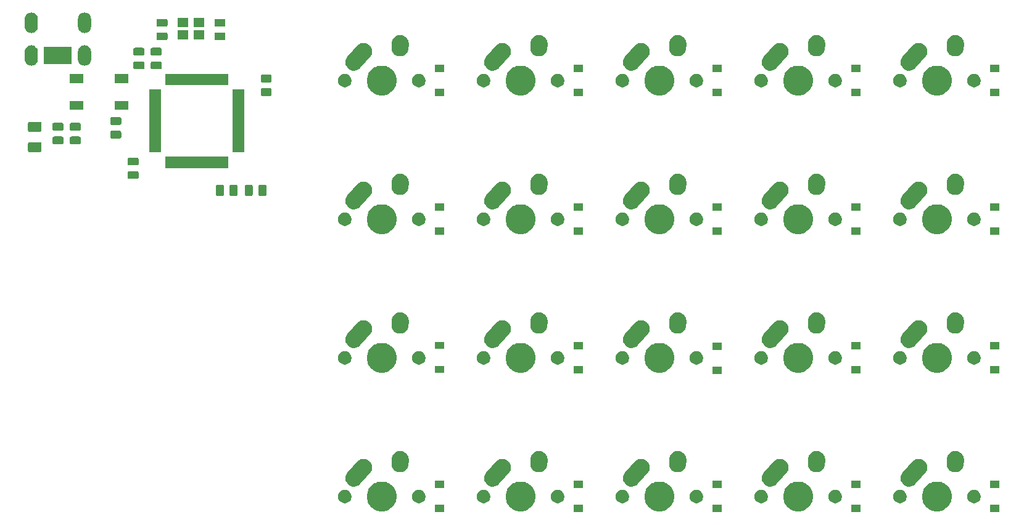
<source format=gbs>
G04 #@! TF.GenerationSoftware,KiCad,Pcbnew,(5.1.4)-1*
G04 #@! TF.CreationDate,2023-03-06T13:27:41+02:00*
G04 #@! TF.ProjectId,Keyboard,4b657962-6f61-4726-942e-6b696361645f,rev?*
G04 #@! TF.SameCoordinates,Original*
G04 #@! TF.FileFunction,Soldermask,Bot*
G04 #@! TF.FilePolarity,Negative*
%FSLAX46Y46*%
G04 Gerber Fmt 4.6, Leading zero omitted, Abs format (unit mm)*
G04 Created by KiCad (PCBNEW (5.1.4)-1) date 2023-03-06 13:27:41*
%MOMM*%
%LPD*%
G04 APERTURE LIST*
%ADD10C,0.100000*%
G04 APERTURE END LIST*
D10*
G36*
X196707250Y-156138500D02*
G01*
X195405250Y-156138500D01*
X195405250Y-155136500D01*
X196707250Y-155136500D01*
X196707250Y-156138500D01*
X196707250Y-156138500D01*
G37*
G36*
X158607250Y-156138500D02*
G01*
X157305250Y-156138500D01*
X157305250Y-155136500D01*
X158607250Y-155136500D01*
X158607250Y-156138500D01*
X158607250Y-156138500D01*
G37*
G36*
X139557250Y-156138500D02*
G01*
X138255250Y-156138500D01*
X138255250Y-155136500D01*
X139557250Y-155136500D01*
X139557250Y-156138500D01*
X139557250Y-156138500D01*
G37*
G36*
X120507250Y-156138500D02*
G01*
X119205250Y-156138500D01*
X119205250Y-155136500D01*
X120507250Y-155136500D01*
X120507250Y-156138500D01*
X120507250Y-156138500D01*
G37*
G36*
X177657250Y-156138500D02*
G01*
X176355250Y-156138500D01*
X176355250Y-155136500D01*
X177657250Y-155136500D01*
X177657250Y-156138500D01*
X177657250Y-156138500D01*
G37*
G36*
X188715224Y-152021184D02*
G01*
X188933224Y-152111483D01*
X189087373Y-152175333D01*
X189422298Y-152399123D01*
X189707127Y-152683952D01*
X189930917Y-153018877D01*
X189963312Y-153097086D01*
X190085066Y-153391026D01*
X190163650Y-153786094D01*
X190163650Y-154188906D01*
X190085066Y-154583974D01*
X190034201Y-154706772D01*
X189930917Y-154956123D01*
X189707127Y-155291048D01*
X189422298Y-155575877D01*
X189087373Y-155799667D01*
X188933224Y-155863517D01*
X188715224Y-155953816D01*
X188320156Y-156032400D01*
X187917344Y-156032400D01*
X187522276Y-155953816D01*
X187304276Y-155863517D01*
X187150127Y-155799667D01*
X186815202Y-155575877D01*
X186530373Y-155291048D01*
X186306583Y-154956123D01*
X186203299Y-154706772D01*
X186152434Y-154583974D01*
X186073850Y-154188906D01*
X186073850Y-153786094D01*
X186152434Y-153391026D01*
X186274188Y-153097086D01*
X186306583Y-153018877D01*
X186530373Y-152683952D01*
X186815202Y-152399123D01*
X187150127Y-152175333D01*
X187304276Y-152111483D01*
X187522276Y-152021184D01*
X187917344Y-151942600D01*
X188320156Y-151942600D01*
X188715224Y-152021184D01*
X188715224Y-152021184D01*
G37*
G36*
X112515224Y-152021184D02*
G01*
X112733224Y-152111483D01*
X112887373Y-152175333D01*
X113222298Y-152399123D01*
X113507127Y-152683952D01*
X113730917Y-153018877D01*
X113763312Y-153097086D01*
X113885066Y-153391026D01*
X113963650Y-153786094D01*
X113963650Y-154188906D01*
X113885066Y-154583974D01*
X113834201Y-154706772D01*
X113730917Y-154956123D01*
X113507127Y-155291048D01*
X113222298Y-155575877D01*
X112887373Y-155799667D01*
X112733224Y-155863517D01*
X112515224Y-155953816D01*
X112120156Y-156032400D01*
X111717344Y-156032400D01*
X111322276Y-155953816D01*
X111104276Y-155863517D01*
X110950127Y-155799667D01*
X110615202Y-155575877D01*
X110330373Y-155291048D01*
X110106583Y-154956123D01*
X110003299Y-154706772D01*
X109952434Y-154583974D01*
X109873850Y-154188906D01*
X109873850Y-153786094D01*
X109952434Y-153391026D01*
X110074188Y-153097086D01*
X110106583Y-153018877D01*
X110330373Y-152683952D01*
X110615202Y-152399123D01*
X110950127Y-152175333D01*
X111104276Y-152111483D01*
X111322276Y-152021184D01*
X111717344Y-151942600D01*
X112120156Y-151942600D01*
X112515224Y-152021184D01*
X112515224Y-152021184D01*
G37*
G36*
X131565224Y-152021184D02*
G01*
X131783224Y-152111483D01*
X131937373Y-152175333D01*
X132272298Y-152399123D01*
X132557127Y-152683952D01*
X132780917Y-153018877D01*
X132813312Y-153097086D01*
X132935066Y-153391026D01*
X133013650Y-153786094D01*
X133013650Y-154188906D01*
X132935066Y-154583974D01*
X132884201Y-154706772D01*
X132780917Y-154956123D01*
X132557127Y-155291048D01*
X132272298Y-155575877D01*
X131937373Y-155799667D01*
X131783224Y-155863517D01*
X131565224Y-155953816D01*
X131170156Y-156032400D01*
X130767344Y-156032400D01*
X130372276Y-155953816D01*
X130154276Y-155863517D01*
X130000127Y-155799667D01*
X129665202Y-155575877D01*
X129380373Y-155291048D01*
X129156583Y-154956123D01*
X129053299Y-154706772D01*
X129002434Y-154583974D01*
X128923850Y-154188906D01*
X128923850Y-153786094D01*
X129002434Y-153391026D01*
X129124188Y-153097086D01*
X129156583Y-153018877D01*
X129380373Y-152683952D01*
X129665202Y-152399123D01*
X130000127Y-152175333D01*
X130154276Y-152111483D01*
X130372276Y-152021184D01*
X130767344Y-151942600D01*
X131170156Y-151942600D01*
X131565224Y-152021184D01*
X131565224Y-152021184D01*
G37*
G36*
X150615224Y-152021184D02*
G01*
X150833224Y-152111483D01*
X150987373Y-152175333D01*
X151322298Y-152399123D01*
X151607127Y-152683952D01*
X151830917Y-153018877D01*
X151863312Y-153097086D01*
X151985066Y-153391026D01*
X152063650Y-153786094D01*
X152063650Y-154188906D01*
X151985066Y-154583974D01*
X151934201Y-154706772D01*
X151830917Y-154956123D01*
X151607127Y-155291048D01*
X151322298Y-155575877D01*
X150987373Y-155799667D01*
X150833224Y-155863517D01*
X150615224Y-155953816D01*
X150220156Y-156032400D01*
X149817344Y-156032400D01*
X149422276Y-155953816D01*
X149204276Y-155863517D01*
X149050127Y-155799667D01*
X148715202Y-155575877D01*
X148430373Y-155291048D01*
X148206583Y-154956123D01*
X148103299Y-154706772D01*
X148052434Y-154583974D01*
X147973850Y-154188906D01*
X147973850Y-153786094D01*
X148052434Y-153391026D01*
X148174188Y-153097086D01*
X148206583Y-153018877D01*
X148430373Y-152683952D01*
X148715202Y-152399123D01*
X149050127Y-152175333D01*
X149204276Y-152111483D01*
X149422276Y-152021184D01*
X149817344Y-151942600D01*
X150220156Y-151942600D01*
X150615224Y-152021184D01*
X150615224Y-152021184D01*
G37*
G36*
X169665224Y-152021184D02*
G01*
X169883224Y-152111483D01*
X170037373Y-152175333D01*
X170372298Y-152399123D01*
X170657127Y-152683952D01*
X170880917Y-153018877D01*
X170913312Y-153097086D01*
X171035066Y-153391026D01*
X171113650Y-153786094D01*
X171113650Y-154188906D01*
X171035066Y-154583974D01*
X170984201Y-154706772D01*
X170880917Y-154956123D01*
X170657127Y-155291048D01*
X170372298Y-155575877D01*
X170037373Y-155799667D01*
X169883224Y-155863517D01*
X169665224Y-155953816D01*
X169270156Y-156032400D01*
X168867344Y-156032400D01*
X168472276Y-155953816D01*
X168254276Y-155863517D01*
X168100127Y-155799667D01*
X167765202Y-155575877D01*
X167480373Y-155291048D01*
X167256583Y-154956123D01*
X167153299Y-154706772D01*
X167102434Y-154583974D01*
X167023850Y-154188906D01*
X167023850Y-153786094D01*
X167102434Y-153391026D01*
X167224188Y-153097086D01*
X167256583Y-153018877D01*
X167480373Y-152683952D01*
X167765202Y-152399123D01*
X168100127Y-152175333D01*
X168254276Y-152111483D01*
X168472276Y-152021184D01*
X168867344Y-151942600D01*
X169270156Y-151942600D01*
X169665224Y-152021184D01*
X169665224Y-152021184D01*
G37*
G36*
X164258854Y-153097085D02*
G01*
X164427376Y-153166889D01*
X164579041Y-153268228D01*
X164708022Y-153397209D01*
X164809361Y-153548874D01*
X164879165Y-153717396D01*
X164914750Y-153896297D01*
X164914750Y-154078703D01*
X164879165Y-154257604D01*
X164809361Y-154426126D01*
X164708022Y-154577791D01*
X164579041Y-154706772D01*
X164427376Y-154808111D01*
X164258854Y-154877915D01*
X164079953Y-154913500D01*
X163897547Y-154913500D01*
X163718646Y-154877915D01*
X163550124Y-154808111D01*
X163398459Y-154706772D01*
X163269478Y-154577791D01*
X163168139Y-154426126D01*
X163098335Y-154257604D01*
X163062750Y-154078703D01*
X163062750Y-153896297D01*
X163098335Y-153717396D01*
X163168139Y-153548874D01*
X163269478Y-153397209D01*
X163398459Y-153268228D01*
X163550124Y-153166889D01*
X163718646Y-153097085D01*
X163897547Y-153061500D01*
X164079953Y-153061500D01*
X164258854Y-153097085D01*
X164258854Y-153097085D01*
G37*
G36*
X107108854Y-153097085D02*
G01*
X107277376Y-153166889D01*
X107429041Y-153268228D01*
X107558022Y-153397209D01*
X107659361Y-153548874D01*
X107729165Y-153717396D01*
X107764750Y-153896297D01*
X107764750Y-154078703D01*
X107729165Y-154257604D01*
X107659361Y-154426126D01*
X107558022Y-154577791D01*
X107429041Y-154706772D01*
X107277376Y-154808111D01*
X107108854Y-154877915D01*
X106929953Y-154913500D01*
X106747547Y-154913500D01*
X106568646Y-154877915D01*
X106400124Y-154808111D01*
X106248459Y-154706772D01*
X106119478Y-154577791D01*
X106018139Y-154426126D01*
X105948335Y-154257604D01*
X105912750Y-154078703D01*
X105912750Y-153896297D01*
X105948335Y-153717396D01*
X106018139Y-153548874D01*
X106119478Y-153397209D01*
X106248459Y-153268228D01*
X106400124Y-153166889D01*
X106568646Y-153097085D01*
X106747547Y-153061500D01*
X106929953Y-153061500D01*
X107108854Y-153097085D01*
X107108854Y-153097085D01*
G37*
G36*
X126158854Y-153097085D02*
G01*
X126327376Y-153166889D01*
X126479041Y-153268228D01*
X126608022Y-153397209D01*
X126709361Y-153548874D01*
X126779165Y-153717396D01*
X126814750Y-153896297D01*
X126814750Y-154078703D01*
X126779165Y-154257604D01*
X126709361Y-154426126D01*
X126608022Y-154577791D01*
X126479041Y-154706772D01*
X126327376Y-154808111D01*
X126158854Y-154877915D01*
X125979953Y-154913500D01*
X125797547Y-154913500D01*
X125618646Y-154877915D01*
X125450124Y-154808111D01*
X125298459Y-154706772D01*
X125169478Y-154577791D01*
X125068139Y-154426126D01*
X124998335Y-154257604D01*
X124962750Y-154078703D01*
X124962750Y-153896297D01*
X124998335Y-153717396D01*
X125068139Y-153548874D01*
X125169478Y-153397209D01*
X125298459Y-153268228D01*
X125450124Y-153166889D01*
X125618646Y-153097085D01*
X125797547Y-153061500D01*
X125979953Y-153061500D01*
X126158854Y-153097085D01*
X126158854Y-153097085D01*
G37*
G36*
X136318854Y-153097085D02*
G01*
X136487376Y-153166889D01*
X136639041Y-153268228D01*
X136768022Y-153397209D01*
X136869361Y-153548874D01*
X136939165Y-153717396D01*
X136974750Y-153896297D01*
X136974750Y-154078703D01*
X136939165Y-154257604D01*
X136869361Y-154426126D01*
X136768022Y-154577791D01*
X136639041Y-154706772D01*
X136487376Y-154808111D01*
X136318854Y-154877915D01*
X136139953Y-154913500D01*
X135957547Y-154913500D01*
X135778646Y-154877915D01*
X135610124Y-154808111D01*
X135458459Y-154706772D01*
X135329478Y-154577791D01*
X135228139Y-154426126D01*
X135158335Y-154257604D01*
X135122750Y-154078703D01*
X135122750Y-153896297D01*
X135158335Y-153717396D01*
X135228139Y-153548874D01*
X135329478Y-153397209D01*
X135458459Y-153268228D01*
X135610124Y-153166889D01*
X135778646Y-153097085D01*
X135957547Y-153061500D01*
X136139953Y-153061500D01*
X136318854Y-153097085D01*
X136318854Y-153097085D01*
G37*
G36*
X145208854Y-153097085D02*
G01*
X145377376Y-153166889D01*
X145529041Y-153268228D01*
X145658022Y-153397209D01*
X145759361Y-153548874D01*
X145829165Y-153717396D01*
X145864750Y-153896297D01*
X145864750Y-154078703D01*
X145829165Y-154257604D01*
X145759361Y-154426126D01*
X145658022Y-154577791D01*
X145529041Y-154706772D01*
X145377376Y-154808111D01*
X145208854Y-154877915D01*
X145029953Y-154913500D01*
X144847547Y-154913500D01*
X144668646Y-154877915D01*
X144500124Y-154808111D01*
X144348459Y-154706772D01*
X144219478Y-154577791D01*
X144118139Y-154426126D01*
X144048335Y-154257604D01*
X144012750Y-154078703D01*
X144012750Y-153896297D01*
X144048335Y-153717396D01*
X144118139Y-153548874D01*
X144219478Y-153397209D01*
X144348459Y-153268228D01*
X144500124Y-153166889D01*
X144668646Y-153097085D01*
X144847547Y-153061500D01*
X145029953Y-153061500D01*
X145208854Y-153097085D01*
X145208854Y-153097085D01*
G37*
G36*
X155368854Y-153097085D02*
G01*
X155537376Y-153166889D01*
X155689041Y-153268228D01*
X155818022Y-153397209D01*
X155919361Y-153548874D01*
X155989165Y-153717396D01*
X156024750Y-153896297D01*
X156024750Y-154078703D01*
X155989165Y-154257604D01*
X155919361Y-154426126D01*
X155818022Y-154577791D01*
X155689041Y-154706772D01*
X155537376Y-154808111D01*
X155368854Y-154877915D01*
X155189953Y-154913500D01*
X155007547Y-154913500D01*
X154828646Y-154877915D01*
X154660124Y-154808111D01*
X154508459Y-154706772D01*
X154379478Y-154577791D01*
X154278139Y-154426126D01*
X154208335Y-154257604D01*
X154172750Y-154078703D01*
X154172750Y-153896297D01*
X154208335Y-153717396D01*
X154278139Y-153548874D01*
X154379478Y-153397209D01*
X154508459Y-153268228D01*
X154660124Y-153166889D01*
X154828646Y-153097085D01*
X155007547Y-153061500D01*
X155189953Y-153061500D01*
X155368854Y-153097085D01*
X155368854Y-153097085D01*
G37*
G36*
X174418854Y-153097085D02*
G01*
X174587376Y-153166889D01*
X174739041Y-153268228D01*
X174868022Y-153397209D01*
X174969361Y-153548874D01*
X175039165Y-153717396D01*
X175074750Y-153896297D01*
X175074750Y-154078703D01*
X175039165Y-154257604D01*
X174969361Y-154426126D01*
X174868022Y-154577791D01*
X174739041Y-154706772D01*
X174587376Y-154808111D01*
X174418854Y-154877915D01*
X174239953Y-154913500D01*
X174057547Y-154913500D01*
X173878646Y-154877915D01*
X173710124Y-154808111D01*
X173558459Y-154706772D01*
X173429478Y-154577791D01*
X173328139Y-154426126D01*
X173258335Y-154257604D01*
X173222750Y-154078703D01*
X173222750Y-153896297D01*
X173258335Y-153717396D01*
X173328139Y-153548874D01*
X173429478Y-153397209D01*
X173558459Y-153268228D01*
X173710124Y-153166889D01*
X173878646Y-153097085D01*
X174057547Y-153061500D01*
X174239953Y-153061500D01*
X174418854Y-153097085D01*
X174418854Y-153097085D01*
G37*
G36*
X117268854Y-153097085D02*
G01*
X117437376Y-153166889D01*
X117589041Y-153268228D01*
X117718022Y-153397209D01*
X117819361Y-153548874D01*
X117889165Y-153717396D01*
X117924750Y-153896297D01*
X117924750Y-154078703D01*
X117889165Y-154257604D01*
X117819361Y-154426126D01*
X117718022Y-154577791D01*
X117589041Y-154706772D01*
X117437376Y-154808111D01*
X117268854Y-154877915D01*
X117089953Y-154913500D01*
X116907547Y-154913500D01*
X116728646Y-154877915D01*
X116560124Y-154808111D01*
X116408459Y-154706772D01*
X116279478Y-154577791D01*
X116178139Y-154426126D01*
X116108335Y-154257604D01*
X116072750Y-154078703D01*
X116072750Y-153896297D01*
X116108335Y-153717396D01*
X116178139Y-153548874D01*
X116279478Y-153397209D01*
X116408459Y-153268228D01*
X116560124Y-153166889D01*
X116728646Y-153097085D01*
X116907547Y-153061500D01*
X117089953Y-153061500D01*
X117268854Y-153097085D01*
X117268854Y-153097085D01*
G37*
G36*
X183308854Y-153097085D02*
G01*
X183477376Y-153166889D01*
X183629041Y-153268228D01*
X183758022Y-153397209D01*
X183859361Y-153548874D01*
X183929165Y-153717396D01*
X183964750Y-153896297D01*
X183964750Y-154078703D01*
X183929165Y-154257604D01*
X183859361Y-154426126D01*
X183758022Y-154577791D01*
X183629041Y-154706772D01*
X183477376Y-154808111D01*
X183308854Y-154877915D01*
X183129953Y-154913500D01*
X182947547Y-154913500D01*
X182768646Y-154877915D01*
X182600124Y-154808111D01*
X182448459Y-154706772D01*
X182319478Y-154577791D01*
X182218139Y-154426126D01*
X182148335Y-154257604D01*
X182112750Y-154078703D01*
X182112750Y-153896297D01*
X182148335Y-153717396D01*
X182218139Y-153548874D01*
X182319478Y-153397209D01*
X182448459Y-153268228D01*
X182600124Y-153166889D01*
X182768646Y-153097085D01*
X182947547Y-153061500D01*
X183129953Y-153061500D01*
X183308854Y-153097085D01*
X183308854Y-153097085D01*
G37*
G36*
X193468854Y-153097085D02*
G01*
X193637376Y-153166889D01*
X193789041Y-153268228D01*
X193918022Y-153397209D01*
X194019361Y-153548874D01*
X194089165Y-153717396D01*
X194124750Y-153896297D01*
X194124750Y-154078703D01*
X194089165Y-154257604D01*
X194019361Y-154426126D01*
X193918022Y-154577791D01*
X193789041Y-154706772D01*
X193637376Y-154808111D01*
X193468854Y-154877915D01*
X193289953Y-154913500D01*
X193107547Y-154913500D01*
X192928646Y-154877915D01*
X192760124Y-154808111D01*
X192608459Y-154706772D01*
X192479478Y-154577791D01*
X192378139Y-154426126D01*
X192308335Y-154257604D01*
X192272750Y-154078703D01*
X192272750Y-153896297D01*
X192308335Y-153717396D01*
X192378139Y-153548874D01*
X192479478Y-153397209D01*
X192608459Y-153268228D01*
X192760124Y-153166889D01*
X192928646Y-153097085D01*
X193107547Y-153061500D01*
X193289953Y-153061500D01*
X193468854Y-153097085D01*
X193468854Y-153097085D01*
G37*
G36*
X158607250Y-152838500D02*
G01*
X157305250Y-152838500D01*
X157305250Y-151836500D01*
X158607250Y-151836500D01*
X158607250Y-152838500D01*
X158607250Y-152838500D01*
G37*
G36*
X196707250Y-152838500D02*
G01*
X195405250Y-152838500D01*
X195405250Y-151836500D01*
X196707250Y-151836500D01*
X196707250Y-152838500D01*
X196707250Y-152838500D01*
G37*
G36*
X177657250Y-152838500D02*
G01*
X176355250Y-152838500D01*
X176355250Y-151836500D01*
X177657250Y-151836500D01*
X177657250Y-152838500D01*
X177657250Y-152838500D01*
G37*
G36*
X139557250Y-152838500D02*
G01*
X138255250Y-152838500D01*
X138255250Y-151836500D01*
X139557250Y-151836500D01*
X139557250Y-152838500D01*
X139557250Y-152838500D01*
G37*
G36*
X120507250Y-152838500D02*
G01*
X119205250Y-152838500D01*
X119205250Y-151836500D01*
X120507250Y-151836500D01*
X120507250Y-152838500D01*
X120507250Y-152838500D01*
G37*
G36*
X166591955Y-148811381D02*
G01*
X166597395Y-148811500D01*
X166684578Y-148811500D01*
X166700847Y-148814736D01*
X166719706Y-148817015D01*
X166736282Y-148817746D01*
X166820973Y-148838510D01*
X166826268Y-148839684D01*
X166911777Y-148856693D01*
X166927112Y-148863045D01*
X166945151Y-148868955D01*
X166961271Y-148872907D01*
X167040254Y-148909780D01*
X167045244Y-148911977D01*
X167125795Y-148945342D01*
X167139591Y-148954560D01*
X167156143Y-148963882D01*
X167171176Y-148970900D01*
X167241444Y-149022471D01*
X167245942Y-149025622D01*
X167318406Y-149074041D01*
X167330133Y-149085768D01*
X167344559Y-149098148D01*
X167357929Y-149107961D01*
X167357930Y-149107962D01*
X167416771Y-149172233D01*
X167420579Y-149176214D01*
X167482209Y-149237844D01*
X167491424Y-149251635D01*
X167503146Y-149266578D01*
X167514355Y-149278821D01*
X167559549Y-149353374D01*
X167562496Y-149358001D01*
X167610908Y-149430455D01*
X167617255Y-149445777D01*
X167625842Y-149462731D01*
X167634441Y-149476917D01*
X167664228Y-149558868D01*
X167666202Y-149563948D01*
X167699557Y-149644473D01*
X167699557Y-149644474D01*
X167702791Y-149660733D01*
X167707908Y-149679042D01*
X167713575Y-149694634D01*
X167726805Y-149780845D01*
X167727751Y-149786213D01*
X167744750Y-149871673D01*
X167744750Y-149888252D01*
X167746194Y-149907192D01*
X167748713Y-149923604D01*
X167744870Y-150010749D01*
X167744750Y-150016189D01*
X167744750Y-150103325D01*
X167741516Y-150119583D01*
X167739238Y-150138441D01*
X167738506Y-150155031D01*
X167717738Y-150239737D01*
X167716562Y-150245037D01*
X167699557Y-150330527D01*
X167693207Y-150345857D01*
X167687299Y-150363893D01*
X167683345Y-150380020D01*
X167646461Y-150459026D01*
X167644261Y-150464023D01*
X167610908Y-150544545D01*
X167601694Y-150558335D01*
X167592372Y-150574887D01*
X167585352Y-150589924D01*
X167533761Y-150660220D01*
X167530616Y-150664710D01*
X167482211Y-150737154D01*
X167425210Y-150794155D01*
X167420561Y-150799063D01*
X166989061Y-151279970D01*
X166095473Y-152275876D01*
X165967429Y-152393102D01*
X165868381Y-152453145D01*
X165769333Y-152513189D01*
X165551616Y-152592323D01*
X165322645Y-152627461D01*
X165091220Y-152617254D01*
X164866231Y-152562093D01*
X164761477Y-152513189D01*
X164656329Y-152464102D01*
X164559588Y-152393102D01*
X164469573Y-152327039D01*
X164395144Y-152245741D01*
X164313148Y-152156179D01*
X164231314Y-152021185D01*
X164193061Y-151958083D01*
X164113927Y-151740366D01*
X164078789Y-151511395D01*
X164088996Y-151279970D01*
X164144157Y-151054981D01*
X164195722Y-150944528D01*
X164242148Y-150845080D01*
X164242150Y-150845077D01*
X164344864Y-150705122D01*
X165099995Y-149863527D01*
X165631537Y-149271121D01*
X165642431Y-149257089D01*
X165655289Y-149237846D01*
X165712323Y-149180812D01*
X165716973Y-149175903D01*
X165732028Y-149159124D01*
X165753451Y-149139511D01*
X165757432Y-149135703D01*
X165819096Y-149074039D01*
X165832893Y-149064820D01*
X165847852Y-149053085D01*
X165860071Y-149041898D01*
X165892135Y-149022461D01*
X165934580Y-148996731D01*
X165939171Y-148993808D01*
X166011705Y-148945342D01*
X166027050Y-148938986D01*
X166043998Y-148930401D01*
X166058166Y-148921812D01*
X166058167Y-148921812D01*
X166058168Y-148921811D01*
X166140062Y-148892045D01*
X166145160Y-148890063D01*
X166225723Y-148856693D01*
X166242002Y-148853455D01*
X166260292Y-148848344D01*
X166275885Y-148842677D01*
X166362050Y-148829454D01*
X166367413Y-148828509D01*
X166452923Y-148811500D01*
X166469516Y-148811500D01*
X166488459Y-148810055D01*
X166504856Y-148807539D01*
X166591955Y-148811381D01*
X166591955Y-148811381D01*
G37*
G36*
X109441955Y-148811381D02*
G01*
X109447395Y-148811500D01*
X109534578Y-148811500D01*
X109550847Y-148814736D01*
X109569706Y-148817015D01*
X109586282Y-148817746D01*
X109670973Y-148838510D01*
X109676268Y-148839684D01*
X109761777Y-148856693D01*
X109777112Y-148863045D01*
X109795151Y-148868955D01*
X109811271Y-148872907D01*
X109890254Y-148909780D01*
X109895244Y-148911977D01*
X109975795Y-148945342D01*
X109989591Y-148954560D01*
X110006143Y-148963882D01*
X110021176Y-148970900D01*
X110091444Y-149022471D01*
X110095942Y-149025622D01*
X110168406Y-149074041D01*
X110180133Y-149085768D01*
X110194559Y-149098148D01*
X110207929Y-149107961D01*
X110207930Y-149107962D01*
X110266771Y-149172233D01*
X110270579Y-149176214D01*
X110332209Y-149237844D01*
X110341424Y-149251635D01*
X110353146Y-149266578D01*
X110364355Y-149278821D01*
X110409549Y-149353374D01*
X110412496Y-149358001D01*
X110460908Y-149430455D01*
X110467255Y-149445777D01*
X110475842Y-149462731D01*
X110484441Y-149476917D01*
X110514228Y-149558868D01*
X110516202Y-149563948D01*
X110549557Y-149644473D01*
X110549557Y-149644474D01*
X110552791Y-149660733D01*
X110557908Y-149679042D01*
X110563575Y-149694634D01*
X110576805Y-149780845D01*
X110577751Y-149786213D01*
X110594750Y-149871673D01*
X110594750Y-149888252D01*
X110596194Y-149907192D01*
X110598713Y-149923604D01*
X110594870Y-150010749D01*
X110594750Y-150016189D01*
X110594750Y-150103325D01*
X110591516Y-150119583D01*
X110589238Y-150138441D01*
X110588506Y-150155031D01*
X110567738Y-150239737D01*
X110566562Y-150245037D01*
X110549557Y-150330527D01*
X110543207Y-150345857D01*
X110537299Y-150363893D01*
X110533345Y-150380020D01*
X110496461Y-150459026D01*
X110494261Y-150464023D01*
X110460908Y-150544545D01*
X110451694Y-150558335D01*
X110442372Y-150574887D01*
X110435352Y-150589924D01*
X110383761Y-150660220D01*
X110380616Y-150664710D01*
X110332211Y-150737154D01*
X110275210Y-150794155D01*
X110270561Y-150799063D01*
X109839061Y-151279970D01*
X108945473Y-152275876D01*
X108817429Y-152393102D01*
X108718381Y-152453145D01*
X108619333Y-152513189D01*
X108401616Y-152592323D01*
X108172645Y-152627461D01*
X107941220Y-152617254D01*
X107716231Y-152562093D01*
X107611477Y-152513189D01*
X107506329Y-152464102D01*
X107409588Y-152393102D01*
X107319573Y-152327039D01*
X107245144Y-152245741D01*
X107163148Y-152156179D01*
X107081314Y-152021185D01*
X107043061Y-151958083D01*
X106963927Y-151740366D01*
X106928789Y-151511395D01*
X106938996Y-151279970D01*
X106994157Y-151054981D01*
X107045722Y-150944528D01*
X107092148Y-150845080D01*
X107092150Y-150845077D01*
X107194864Y-150705122D01*
X107949995Y-149863527D01*
X108481537Y-149271121D01*
X108492431Y-149257089D01*
X108505289Y-149237846D01*
X108562323Y-149180812D01*
X108566973Y-149175903D01*
X108582028Y-149159124D01*
X108603451Y-149139511D01*
X108607432Y-149135703D01*
X108669096Y-149074039D01*
X108682893Y-149064820D01*
X108697852Y-149053085D01*
X108710071Y-149041898D01*
X108742135Y-149022461D01*
X108784580Y-148996731D01*
X108789171Y-148993808D01*
X108861705Y-148945342D01*
X108877050Y-148938986D01*
X108893998Y-148930401D01*
X108908166Y-148921812D01*
X108908167Y-148921812D01*
X108908168Y-148921811D01*
X108990062Y-148892045D01*
X108995160Y-148890063D01*
X109075723Y-148856693D01*
X109092002Y-148853455D01*
X109110292Y-148848344D01*
X109125885Y-148842677D01*
X109212050Y-148829454D01*
X109217413Y-148828509D01*
X109302923Y-148811500D01*
X109319516Y-148811500D01*
X109338459Y-148810055D01*
X109354856Y-148807539D01*
X109441955Y-148811381D01*
X109441955Y-148811381D01*
G37*
G36*
X128491955Y-148811381D02*
G01*
X128497395Y-148811500D01*
X128584578Y-148811500D01*
X128600847Y-148814736D01*
X128619706Y-148817015D01*
X128636282Y-148817746D01*
X128720973Y-148838510D01*
X128726268Y-148839684D01*
X128811777Y-148856693D01*
X128827112Y-148863045D01*
X128845151Y-148868955D01*
X128861271Y-148872907D01*
X128940254Y-148909780D01*
X128945244Y-148911977D01*
X129025795Y-148945342D01*
X129039591Y-148954560D01*
X129056143Y-148963882D01*
X129071176Y-148970900D01*
X129141444Y-149022471D01*
X129145942Y-149025622D01*
X129218406Y-149074041D01*
X129230133Y-149085768D01*
X129244559Y-149098148D01*
X129257929Y-149107961D01*
X129257930Y-149107962D01*
X129316771Y-149172233D01*
X129320579Y-149176214D01*
X129382209Y-149237844D01*
X129391424Y-149251635D01*
X129403146Y-149266578D01*
X129414355Y-149278821D01*
X129459549Y-149353374D01*
X129462496Y-149358001D01*
X129510908Y-149430455D01*
X129517255Y-149445777D01*
X129525842Y-149462731D01*
X129534441Y-149476917D01*
X129564228Y-149558868D01*
X129566202Y-149563948D01*
X129599557Y-149644473D01*
X129599557Y-149644474D01*
X129602791Y-149660733D01*
X129607908Y-149679042D01*
X129613575Y-149694634D01*
X129626805Y-149780845D01*
X129627751Y-149786213D01*
X129644750Y-149871673D01*
X129644750Y-149888252D01*
X129646194Y-149907192D01*
X129648713Y-149923604D01*
X129644870Y-150010749D01*
X129644750Y-150016189D01*
X129644750Y-150103325D01*
X129641516Y-150119583D01*
X129639238Y-150138441D01*
X129638506Y-150155031D01*
X129617738Y-150239737D01*
X129616562Y-150245037D01*
X129599557Y-150330527D01*
X129593207Y-150345857D01*
X129587299Y-150363893D01*
X129583345Y-150380020D01*
X129546461Y-150459026D01*
X129544261Y-150464023D01*
X129510908Y-150544545D01*
X129501694Y-150558335D01*
X129492372Y-150574887D01*
X129485352Y-150589924D01*
X129433761Y-150660220D01*
X129430616Y-150664710D01*
X129382211Y-150737154D01*
X129325210Y-150794155D01*
X129320561Y-150799063D01*
X128889061Y-151279970D01*
X127995473Y-152275876D01*
X127867429Y-152393102D01*
X127768381Y-152453145D01*
X127669333Y-152513189D01*
X127451616Y-152592323D01*
X127222645Y-152627461D01*
X126991220Y-152617254D01*
X126766231Y-152562093D01*
X126661477Y-152513189D01*
X126556329Y-152464102D01*
X126459588Y-152393102D01*
X126369573Y-152327039D01*
X126295144Y-152245741D01*
X126213148Y-152156179D01*
X126131314Y-152021185D01*
X126093061Y-151958083D01*
X126013927Y-151740366D01*
X125978789Y-151511395D01*
X125988996Y-151279970D01*
X126044157Y-151054981D01*
X126095722Y-150944528D01*
X126142148Y-150845080D01*
X126142150Y-150845077D01*
X126244864Y-150705122D01*
X126999995Y-149863527D01*
X127531537Y-149271121D01*
X127542431Y-149257089D01*
X127555289Y-149237846D01*
X127612323Y-149180812D01*
X127616973Y-149175903D01*
X127632028Y-149159124D01*
X127653451Y-149139511D01*
X127657432Y-149135703D01*
X127719096Y-149074039D01*
X127732893Y-149064820D01*
X127747852Y-149053085D01*
X127760071Y-149041898D01*
X127792135Y-149022461D01*
X127834580Y-148996731D01*
X127839171Y-148993808D01*
X127911705Y-148945342D01*
X127927050Y-148938986D01*
X127943998Y-148930401D01*
X127958166Y-148921812D01*
X127958167Y-148921812D01*
X127958168Y-148921811D01*
X128040062Y-148892045D01*
X128045160Y-148890063D01*
X128125723Y-148856693D01*
X128142002Y-148853455D01*
X128160292Y-148848344D01*
X128175885Y-148842677D01*
X128262050Y-148829454D01*
X128267413Y-148828509D01*
X128352923Y-148811500D01*
X128369516Y-148811500D01*
X128388459Y-148810055D01*
X128404856Y-148807539D01*
X128491955Y-148811381D01*
X128491955Y-148811381D01*
G37*
G36*
X185641955Y-148811381D02*
G01*
X185647395Y-148811500D01*
X185734578Y-148811500D01*
X185750847Y-148814736D01*
X185769706Y-148817015D01*
X185786282Y-148817746D01*
X185870973Y-148838510D01*
X185876268Y-148839684D01*
X185961777Y-148856693D01*
X185977112Y-148863045D01*
X185995151Y-148868955D01*
X186011271Y-148872907D01*
X186090254Y-148909780D01*
X186095244Y-148911977D01*
X186175795Y-148945342D01*
X186189591Y-148954560D01*
X186206143Y-148963882D01*
X186221176Y-148970900D01*
X186291444Y-149022471D01*
X186295942Y-149025622D01*
X186368406Y-149074041D01*
X186380133Y-149085768D01*
X186394559Y-149098148D01*
X186407929Y-149107961D01*
X186407930Y-149107962D01*
X186466771Y-149172233D01*
X186470579Y-149176214D01*
X186532209Y-149237844D01*
X186541424Y-149251635D01*
X186553146Y-149266578D01*
X186564355Y-149278821D01*
X186609549Y-149353374D01*
X186612496Y-149358001D01*
X186660908Y-149430455D01*
X186667255Y-149445777D01*
X186675842Y-149462731D01*
X186684441Y-149476917D01*
X186714228Y-149558868D01*
X186716202Y-149563948D01*
X186749557Y-149644473D01*
X186749557Y-149644474D01*
X186752791Y-149660733D01*
X186757908Y-149679042D01*
X186763575Y-149694634D01*
X186776805Y-149780845D01*
X186777751Y-149786213D01*
X186794750Y-149871673D01*
X186794750Y-149888252D01*
X186796194Y-149907192D01*
X186798713Y-149923604D01*
X186794870Y-150010749D01*
X186794750Y-150016189D01*
X186794750Y-150103325D01*
X186791516Y-150119583D01*
X186789238Y-150138441D01*
X186788506Y-150155031D01*
X186767738Y-150239737D01*
X186766562Y-150245037D01*
X186749557Y-150330527D01*
X186743207Y-150345857D01*
X186737299Y-150363893D01*
X186733345Y-150380020D01*
X186696461Y-150459026D01*
X186694261Y-150464023D01*
X186660908Y-150544545D01*
X186651694Y-150558335D01*
X186642372Y-150574887D01*
X186635352Y-150589924D01*
X186583761Y-150660220D01*
X186580616Y-150664710D01*
X186532211Y-150737154D01*
X186475210Y-150794155D01*
X186470561Y-150799063D01*
X186039061Y-151279970D01*
X185145473Y-152275876D01*
X185017429Y-152393102D01*
X184918381Y-152453145D01*
X184819333Y-152513189D01*
X184601616Y-152592323D01*
X184372645Y-152627461D01*
X184141220Y-152617254D01*
X183916231Y-152562093D01*
X183811477Y-152513189D01*
X183706329Y-152464102D01*
X183609588Y-152393102D01*
X183519573Y-152327039D01*
X183445144Y-152245741D01*
X183363148Y-152156179D01*
X183281314Y-152021185D01*
X183243061Y-151958083D01*
X183163927Y-151740366D01*
X183128789Y-151511395D01*
X183138996Y-151279970D01*
X183194157Y-151054981D01*
X183245722Y-150944528D01*
X183292148Y-150845080D01*
X183292150Y-150845077D01*
X183394864Y-150705122D01*
X184149995Y-149863527D01*
X184681537Y-149271121D01*
X184692431Y-149257089D01*
X184705289Y-149237846D01*
X184762323Y-149180812D01*
X184766973Y-149175903D01*
X184782028Y-149159124D01*
X184803451Y-149139511D01*
X184807432Y-149135703D01*
X184869096Y-149074039D01*
X184882893Y-149064820D01*
X184897852Y-149053085D01*
X184910071Y-149041898D01*
X184942135Y-149022461D01*
X184984580Y-148996731D01*
X184989171Y-148993808D01*
X185061705Y-148945342D01*
X185077050Y-148938986D01*
X185093998Y-148930401D01*
X185108166Y-148921812D01*
X185108167Y-148921812D01*
X185108168Y-148921811D01*
X185190062Y-148892045D01*
X185195160Y-148890063D01*
X185275723Y-148856693D01*
X185292002Y-148853455D01*
X185310292Y-148848344D01*
X185325885Y-148842677D01*
X185412050Y-148829454D01*
X185417413Y-148828509D01*
X185502923Y-148811500D01*
X185519516Y-148811500D01*
X185538459Y-148810055D01*
X185554856Y-148807539D01*
X185641955Y-148811381D01*
X185641955Y-148811381D01*
G37*
G36*
X147541955Y-148811381D02*
G01*
X147547395Y-148811500D01*
X147634578Y-148811500D01*
X147650847Y-148814736D01*
X147669706Y-148817015D01*
X147686282Y-148817746D01*
X147770973Y-148838510D01*
X147776268Y-148839684D01*
X147861777Y-148856693D01*
X147877112Y-148863045D01*
X147895151Y-148868955D01*
X147911271Y-148872907D01*
X147990254Y-148909780D01*
X147995244Y-148911977D01*
X148075795Y-148945342D01*
X148089591Y-148954560D01*
X148106143Y-148963882D01*
X148121176Y-148970900D01*
X148191444Y-149022471D01*
X148195942Y-149025622D01*
X148268406Y-149074041D01*
X148280133Y-149085768D01*
X148294559Y-149098148D01*
X148307929Y-149107961D01*
X148307930Y-149107962D01*
X148366771Y-149172233D01*
X148370579Y-149176214D01*
X148432209Y-149237844D01*
X148441424Y-149251635D01*
X148453146Y-149266578D01*
X148464355Y-149278821D01*
X148509549Y-149353374D01*
X148512496Y-149358001D01*
X148560908Y-149430455D01*
X148567255Y-149445777D01*
X148575842Y-149462731D01*
X148584441Y-149476917D01*
X148614228Y-149558868D01*
X148616202Y-149563948D01*
X148649557Y-149644473D01*
X148649557Y-149644474D01*
X148652791Y-149660733D01*
X148657908Y-149679042D01*
X148663575Y-149694634D01*
X148676805Y-149780845D01*
X148677751Y-149786213D01*
X148694750Y-149871673D01*
X148694750Y-149888252D01*
X148696194Y-149907192D01*
X148698713Y-149923604D01*
X148694870Y-150010749D01*
X148694750Y-150016189D01*
X148694750Y-150103325D01*
X148691516Y-150119583D01*
X148689238Y-150138441D01*
X148688506Y-150155031D01*
X148667738Y-150239737D01*
X148666562Y-150245037D01*
X148649557Y-150330527D01*
X148643207Y-150345857D01*
X148637299Y-150363893D01*
X148633345Y-150380020D01*
X148596461Y-150459026D01*
X148594261Y-150464023D01*
X148560908Y-150544545D01*
X148551694Y-150558335D01*
X148542372Y-150574887D01*
X148535352Y-150589924D01*
X148483761Y-150660220D01*
X148480616Y-150664710D01*
X148432211Y-150737154D01*
X148375210Y-150794155D01*
X148370561Y-150799063D01*
X147939061Y-151279970D01*
X147045473Y-152275876D01*
X146917429Y-152393102D01*
X146818381Y-152453145D01*
X146719333Y-152513189D01*
X146501616Y-152592323D01*
X146272645Y-152627461D01*
X146041220Y-152617254D01*
X145816231Y-152562093D01*
X145711477Y-152513189D01*
X145606329Y-152464102D01*
X145509588Y-152393102D01*
X145419573Y-152327039D01*
X145345144Y-152245741D01*
X145263148Y-152156179D01*
X145181314Y-152021185D01*
X145143061Y-151958083D01*
X145063927Y-151740366D01*
X145028789Y-151511395D01*
X145038996Y-151279970D01*
X145094157Y-151054981D01*
X145145722Y-150944528D01*
X145192148Y-150845080D01*
X145192150Y-150845077D01*
X145294864Y-150705122D01*
X146049995Y-149863527D01*
X146581537Y-149271121D01*
X146592431Y-149257089D01*
X146605289Y-149237846D01*
X146662323Y-149180812D01*
X146666973Y-149175903D01*
X146682028Y-149159124D01*
X146703451Y-149139511D01*
X146707432Y-149135703D01*
X146769096Y-149074039D01*
X146782893Y-149064820D01*
X146797852Y-149053085D01*
X146810071Y-149041898D01*
X146842135Y-149022461D01*
X146884580Y-148996731D01*
X146889171Y-148993808D01*
X146961705Y-148945342D01*
X146977050Y-148938986D01*
X146993998Y-148930401D01*
X147008166Y-148921812D01*
X147008167Y-148921812D01*
X147008168Y-148921811D01*
X147090062Y-148892045D01*
X147095160Y-148890063D01*
X147175723Y-148856693D01*
X147192002Y-148853455D01*
X147210292Y-148848344D01*
X147225885Y-148842677D01*
X147312050Y-148829454D01*
X147317413Y-148828509D01*
X147402923Y-148811500D01*
X147419516Y-148811500D01*
X147438459Y-148810055D01*
X147454856Y-148807539D01*
X147541955Y-148811381D01*
X147541955Y-148811381D01*
G37*
G36*
X133596877Y-147729761D02*
G01*
X133617650Y-147731500D01*
X133624577Y-147731500D01*
X133719504Y-147750382D01*
X133723098Y-147751042D01*
X133818480Y-147767124D01*
X133824953Y-147769585D01*
X133844978Y-147775341D01*
X133851777Y-147776693D01*
X133914164Y-147802534D01*
X133941193Y-147813730D01*
X133944594Y-147815081D01*
X134035005Y-147849461D01*
X134040877Y-147853140D01*
X134059386Y-147862687D01*
X134065795Y-147865342D01*
X134146313Y-147919142D01*
X134149304Y-147921078D01*
X134231307Y-147972459D01*
X134236334Y-147977200D01*
X134252646Y-147990191D01*
X134258402Y-147994037D01*
X134326860Y-148062495D01*
X134329439Y-148064999D01*
X134399840Y-148131389D01*
X134403845Y-148137019D01*
X134417309Y-148152944D01*
X134422209Y-148157844D01*
X134475994Y-148238339D01*
X134478041Y-148241307D01*
X134534130Y-148320145D01*
X134536964Y-148326458D01*
X134547058Y-148344693D01*
X134550908Y-148350455D01*
X134587970Y-148439930D01*
X134589374Y-148443185D01*
X134629015Y-148531473D01*
X134630565Y-148538225D01*
X134636902Y-148558062D01*
X134639557Y-148564473D01*
X134658442Y-148659417D01*
X134659188Y-148662901D01*
X134680848Y-148757251D01*
X134680848Y-148757254D01*
X134681050Y-148764154D01*
X134683397Y-148784870D01*
X134684750Y-148791674D01*
X134684750Y-148888486D01*
X134684803Y-148892084D01*
X134685938Y-148930777D01*
X134685045Y-148943725D01*
X134684750Y-148952297D01*
X134684750Y-149023326D01*
X134678831Y-149053085D01*
X134678354Y-149055479D01*
X134676250Y-149071250D01*
X134637988Y-149626045D01*
X134609126Y-149797230D01*
X134526788Y-150013755D01*
X134403791Y-150210057D01*
X134244861Y-150378590D01*
X134056105Y-150512880D01*
X133844777Y-150607765D01*
X133618999Y-150659598D01*
X133387448Y-150666389D01*
X133387447Y-150666389D01*
X133341762Y-150658686D01*
X133159020Y-150627876D01*
X132942495Y-150545538D01*
X132746193Y-150422541D01*
X132577660Y-150263611D01*
X132443370Y-150074855D01*
X132348485Y-149863527D01*
X132296652Y-149637749D01*
X132291562Y-149464223D01*
X132332454Y-148871294D01*
X132332750Y-148862696D01*
X132332750Y-148791675D01*
X132351632Y-148696750D01*
X132352294Y-148693145D01*
X132357981Y-148659417D01*
X132368374Y-148597770D01*
X132370835Y-148591299D01*
X132376592Y-148571267D01*
X132377943Y-148564474D01*
X132380593Y-148558076D01*
X132415014Y-148474976D01*
X132416303Y-148471730D01*
X132450712Y-148381245D01*
X132454386Y-148375381D01*
X132463937Y-148356865D01*
X132466592Y-148350455D01*
X132520407Y-148269915D01*
X132522327Y-148266949D01*
X132573709Y-148184943D01*
X132578461Y-148179904D01*
X132591439Y-148163607D01*
X132595287Y-148157848D01*
X132663743Y-148089392D01*
X132666296Y-148086762D01*
X132686773Y-148065048D01*
X132732639Y-148016410D01*
X132738271Y-148012403D01*
X132754197Y-147998938D01*
X132759096Y-147994039D01*
X132839574Y-147940266D01*
X132842556Y-147938210D01*
X132921395Y-147882120D01*
X132927705Y-147879287D01*
X132945944Y-147869191D01*
X132951701Y-147865344D01*
X132951704Y-147865343D01*
X132951705Y-147865342D01*
X133041179Y-147828281D01*
X133044437Y-147826875D01*
X133132723Y-147787235D01*
X133139475Y-147785685D01*
X133159312Y-147779348D01*
X133165723Y-147776693D01*
X133260649Y-147757811D01*
X133264196Y-147757051D01*
X133358501Y-147735401D01*
X133360880Y-147735331D01*
X133365415Y-147735198D01*
X133386131Y-147732851D01*
X133392924Y-147731500D01*
X133489709Y-147731500D01*
X133493334Y-147731447D01*
X133590052Y-147728610D01*
X133596877Y-147729761D01*
X133596877Y-147729761D01*
G37*
G36*
X190746877Y-147729761D02*
G01*
X190767650Y-147731500D01*
X190774577Y-147731500D01*
X190869504Y-147750382D01*
X190873098Y-147751042D01*
X190968480Y-147767124D01*
X190974953Y-147769585D01*
X190994978Y-147775341D01*
X191001777Y-147776693D01*
X191064164Y-147802534D01*
X191091193Y-147813730D01*
X191094594Y-147815081D01*
X191185005Y-147849461D01*
X191190877Y-147853140D01*
X191209386Y-147862687D01*
X191215795Y-147865342D01*
X191296313Y-147919142D01*
X191299304Y-147921078D01*
X191381307Y-147972459D01*
X191386334Y-147977200D01*
X191402646Y-147990191D01*
X191408402Y-147994037D01*
X191476860Y-148062495D01*
X191479439Y-148064999D01*
X191549840Y-148131389D01*
X191553845Y-148137019D01*
X191567309Y-148152944D01*
X191572209Y-148157844D01*
X191625994Y-148238339D01*
X191628041Y-148241307D01*
X191684130Y-148320145D01*
X191686964Y-148326458D01*
X191697058Y-148344693D01*
X191700908Y-148350455D01*
X191737970Y-148439930D01*
X191739374Y-148443185D01*
X191779015Y-148531473D01*
X191780565Y-148538225D01*
X191786902Y-148558062D01*
X191789557Y-148564473D01*
X191808442Y-148659417D01*
X191809188Y-148662901D01*
X191830848Y-148757251D01*
X191830848Y-148757254D01*
X191831050Y-148764154D01*
X191833397Y-148784870D01*
X191834750Y-148791674D01*
X191834750Y-148888486D01*
X191834803Y-148892084D01*
X191835938Y-148930777D01*
X191835045Y-148943725D01*
X191834750Y-148952297D01*
X191834750Y-149023326D01*
X191828831Y-149053085D01*
X191828354Y-149055479D01*
X191826250Y-149071250D01*
X191787988Y-149626045D01*
X191759126Y-149797230D01*
X191676788Y-150013755D01*
X191553791Y-150210057D01*
X191394861Y-150378590D01*
X191206105Y-150512880D01*
X190994777Y-150607765D01*
X190768999Y-150659598D01*
X190537448Y-150666389D01*
X190537447Y-150666389D01*
X190491762Y-150658686D01*
X190309020Y-150627876D01*
X190092495Y-150545538D01*
X189896193Y-150422541D01*
X189727660Y-150263611D01*
X189593370Y-150074855D01*
X189498485Y-149863527D01*
X189446652Y-149637749D01*
X189441562Y-149464223D01*
X189482454Y-148871294D01*
X189482750Y-148862696D01*
X189482750Y-148791675D01*
X189501632Y-148696750D01*
X189502294Y-148693145D01*
X189507981Y-148659417D01*
X189518374Y-148597770D01*
X189520835Y-148591299D01*
X189526592Y-148571267D01*
X189527943Y-148564474D01*
X189530593Y-148558076D01*
X189565014Y-148474976D01*
X189566303Y-148471730D01*
X189600712Y-148381245D01*
X189604386Y-148375381D01*
X189613937Y-148356865D01*
X189616592Y-148350455D01*
X189670407Y-148269915D01*
X189672327Y-148266949D01*
X189723709Y-148184943D01*
X189728461Y-148179904D01*
X189741439Y-148163607D01*
X189745287Y-148157848D01*
X189813743Y-148089392D01*
X189816296Y-148086762D01*
X189836773Y-148065048D01*
X189882639Y-148016410D01*
X189888271Y-148012403D01*
X189904197Y-147998938D01*
X189909096Y-147994039D01*
X189989574Y-147940266D01*
X189992556Y-147938210D01*
X190071395Y-147882120D01*
X190077705Y-147879287D01*
X190095944Y-147869191D01*
X190101701Y-147865344D01*
X190101704Y-147865343D01*
X190101705Y-147865342D01*
X190191179Y-147828281D01*
X190194437Y-147826875D01*
X190282723Y-147787235D01*
X190289475Y-147785685D01*
X190309312Y-147779348D01*
X190315723Y-147776693D01*
X190410649Y-147757811D01*
X190414196Y-147757051D01*
X190508501Y-147735401D01*
X190510880Y-147735331D01*
X190515415Y-147735198D01*
X190536131Y-147732851D01*
X190542924Y-147731500D01*
X190639709Y-147731500D01*
X190643334Y-147731447D01*
X190740052Y-147728610D01*
X190746877Y-147729761D01*
X190746877Y-147729761D01*
G37*
G36*
X114546877Y-147729761D02*
G01*
X114567650Y-147731500D01*
X114574577Y-147731500D01*
X114669504Y-147750382D01*
X114673098Y-147751042D01*
X114768480Y-147767124D01*
X114774953Y-147769585D01*
X114794978Y-147775341D01*
X114801777Y-147776693D01*
X114864164Y-147802534D01*
X114891193Y-147813730D01*
X114894594Y-147815081D01*
X114985005Y-147849461D01*
X114990877Y-147853140D01*
X115009386Y-147862687D01*
X115015795Y-147865342D01*
X115096313Y-147919142D01*
X115099304Y-147921078D01*
X115181307Y-147972459D01*
X115186334Y-147977200D01*
X115202646Y-147990191D01*
X115208402Y-147994037D01*
X115276860Y-148062495D01*
X115279439Y-148064999D01*
X115349840Y-148131389D01*
X115353845Y-148137019D01*
X115367309Y-148152944D01*
X115372209Y-148157844D01*
X115425994Y-148238339D01*
X115428041Y-148241307D01*
X115484130Y-148320145D01*
X115486964Y-148326458D01*
X115497058Y-148344693D01*
X115500908Y-148350455D01*
X115537970Y-148439930D01*
X115539374Y-148443185D01*
X115579015Y-148531473D01*
X115580565Y-148538225D01*
X115586902Y-148558062D01*
X115589557Y-148564473D01*
X115608442Y-148659417D01*
X115609188Y-148662901D01*
X115630848Y-148757251D01*
X115630848Y-148757254D01*
X115631050Y-148764154D01*
X115633397Y-148784870D01*
X115634750Y-148791674D01*
X115634750Y-148888486D01*
X115634803Y-148892084D01*
X115635938Y-148930777D01*
X115635045Y-148943725D01*
X115634750Y-148952297D01*
X115634750Y-149023326D01*
X115628831Y-149053085D01*
X115628354Y-149055479D01*
X115626250Y-149071250D01*
X115587988Y-149626045D01*
X115559126Y-149797230D01*
X115476788Y-150013755D01*
X115353791Y-150210057D01*
X115194861Y-150378590D01*
X115006105Y-150512880D01*
X114794777Y-150607765D01*
X114568999Y-150659598D01*
X114337448Y-150666389D01*
X114337447Y-150666389D01*
X114291762Y-150658686D01*
X114109020Y-150627876D01*
X113892495Y-150545538D01*
X113696193Y-150422541D01*
X113527660Y-150263611D01*
X113393370Y-150074855D01*
X113298485Y-149863527D01*
X113246652Y-149637749D01*
X113241562Y-149464223D01*
X113282454Y-148871294D01*
X113282750Y-148862696D01*
X113282750Y-148791675D01*
X113301632Y-148696750D01*
X113302294Y-148693145D01*
X113307981Y-148659417D01*
X113318374Y-148597770D01*
X113320835Y-148591299D01*
X113326592Y-148571267D01*
X113327943Y-148564474D01*
X113330593Y-148558076D01*
X113365014Y-148474976D01*
X113366303Y-148471730D01*
X113400712Y-148381245D01*
X113404386Y-148375381D01*
X113413937Y-148356865D01*
X113416592Y-148350455D01*
X113470407Y-148269915D01*
X113472327Y-148266949D01*
X113523709Y-148184943D01*
X113528461Y-148179904D01*
X113541439Y-148163607D01*
X113545287Y-148157848D01*
X113613743Y-148089392D01*
X113616296Y-148086762D01*
X113636773Y-148065048D01*
X113682639Y-148016410D01*
X113688271Y-148012403D01*
X113704197Y-147998938D01*
X113709096Y-147994039D01*
X113789574Y-147940266D01*
X113792556Y-147938210D01*
X113871395Y-147882120D01*
X113877705Y-147879287D01*
X113895944Y-147869191D01*
X113901701Y-147865344D01*
X113901704Y-147865343D01*
X113901705Y-147865342D01*
X113991179Y-147828281D01*
X113994437Y-147826875D01*
X114082723Y-147787235D01*
X114089475Y-147785685D01*
X114109312Y-147779348D01*
X114115723Y-147776693D01*
X114210649Y-147757811D01*
X114214196Y-147757051D01*
X114308501Y-147735401D01*
X114310880Y-147735331D01*
X114315415Y-147735198D01*
X114336131Y-147732851D01*
X114342924Y-147731500D01*
X114439709Y-147731500D01*
X114443334Y-147731447D01*
X114540052Y-147728610D01*
X114546877Y-147729761D01*
X114546877Y-147729761D01*
G37*
G36*
X171696877Y-147729761D02*
G01*
X171717650Y-147731500D01*
X171724577Y-147731500D01*
X171819504Y-147750382D01*
X171823098Y-147751042D01*
X171918480Y-147767124D01*
X171924953Y-147769585D01*
X171944978Y-147775341D01*
X171951777Y-147776693D01*
X172014164Y-147802534D01*
X172041193Y-147813730D01*
X172044594Y-147815081D01*
X172135005Y-147849461D01*
X172140877Y-147853140D01*
X172159386Y-147862687D01*
X172165795Y-147865342D01*
X172246313Y-147919142D01*
X172249304Y-147921078D01*
X172331307Y-147972459D01*
X172336334Y-147977200D01*
X172352646Y-147990191D01*
X172358402Y-147994037D01*
X172426860Y-148062495D01*
X172429439Y-148064999D01*
X172499840Y-148131389D01*
X172503845Y-148137019D01*
X172517309Y-148152944D01*
X172522209Y-148157844D01*
X172575994Y-148238339D01*
X172578041Y-148241307D01*
X172634130Y-148320145D01*
X172636964Y-148326458D01*
X172647058Y-148344693D01*
X172650908Y-148350455D01*
X172687970Y-148439930D01*
X172689374Y-148443185D01*
X172729015Y-148531473D01*
X172730565Y-148538225D01*
X172736902Y-148558062D01*
X172739557Y-148564473D01*
X172758442Y-148659417D01*
X172759188Y-148662901D01*
X172780848Y-148757251D01*
X172780848Y-148757254D01*
X172781050Y-148764154D01*
X172783397Y-148784870D01*
X172784750Y-148791674D01*
X172784750Y-148888486D01*
X172784803Y-148892084D01*
X172785938Y-148930777D01*
X172785045Y-148943725D01*
X172784750Y-148952297D01*
X172784750Y-149023326D01*
X172778831Y-149053085D01*
X172778354Y-149055479D01*
X172776250Y-149071250D01*
X172737988Y-149626045D01*
X172709126Y-149797230D01*
X172626788Y-150013755D01*
X172503791Y-150210057D01*
X172344861Y-150378590D01*
X172156105Y-150512880D01*
X171944777Y-150607765D01*
X171718999Y-150659598D01*
X171487448Y-150666389D01*
X171487447Y-150666389D01*
X171441762Y-150658686D01*
X171259020Y-150627876D01*
X171042495Y-150545538D01*
X170846193Y-150422541D01*
X170677660Y-150263611D01*
X170543370Y-150074855D01*
X170448485Y-149863527D01*
X170396652Y-149637749D01*
X170391562Y-149464223D01*
X170432454Y-148871294D01*
X170432750Y-148862696D01*
X170432750Y-148791675D01*
X170451632Y-148696750D01*
X170452294Y-148693145D01*
X170457981Y-148659417D01*
X170468374Y-148597770D01*
X170470835Y-148591299D01*
X170476592Y-148571267D01*
X170477943Y-148564474D01*
X170480593Y-148558076D01*
X170515014Y-148474976D01*
X170516303Y-148471730D01*
X170550712Y-148381245D01*
X170554386Y-148375381D01*
X170563937Y-148356865D01*
X170566592Y-148350455D01*
X170620407Y-148269915D01*
X170622327Y-148266949D01*
X170673709Y-148184943D01*
X170678461Y-148179904D01*
X170691439Y-148163607D01*
X170695287Y-148157848D01*
X170763743Y-148089392D01*
X170766296Y-148086762D01*
X170786773Y-148065048D01*
X170832639Y-148016410D01*
X170838271Y-148012403D01*
X170854197Y-147998938D01*
X170859096Y-147994039D01*
X170939574Y-147940266D01*
X170942556Y-147938210D01*
X171021395Y-147882120D01*
X171027705Y-147879287D01*
X171045944Y-147869191D01*
X171051701Y-147865344D01*
X171051704Y-147865343D01*
X171051705Y-147865342D01*
X171141179Y-147828281D01*
X171144437Y-147826875D01*
X171232723Y-147787235D01*
X171239475Y-147785685D01*
X171259312Y-147779348D01*
X171265723Y-147776693D01*
X171360649Y-147757811D01*
X171364196Y-147757051D01*
X171458501Y-147735401D01*
X171460880Y-147735331D01*
X171465415Y-147735198D01*
X171486131Y-147732851D01*
X171492924Y-147731500D01*
X171589709Y-147731500D01*
X171593334Y-147731447D01*
X171690052Y-147728610D01*
X171696877Y-147729761D01*
X171696877Y-147729761D01*
G37*
G36*
X152646877Y-147729761D02*
G01*
X152667650Y-147731500D01*
X152674577Y-147731500D01*
X152769504Y-147750382D01*
X152773098Y-147751042D01*
X152868480Y-147767124D01*
X152874953Y-147769585D01*
X152894978Y-147775341D01*
X152901777Y-147776693D01*
X152964164Y-147802534D01*
X152991193Y-147813730D01*
X152994594Y-147815081D01*
X153085005Y-147849461D01*
X153090877Y-147853140D01*
X153109386Y-147862687D01*
X153115795Y-147865342D01*
X153196313Y-147919142D01*
X153199304Y-147921078D01*
X153281307Y-147972459D01*
X153286334Y-147977200D01*
X153302646Y-147990191D01*
X153308402Y-147994037D01*
X153376860Y-148062495D01*
X153379439Y-148064999D01*
X153449840Y-148131389D01*
X153453845Y-148137019D01*
X153467309Y-148152944D01*
X153472209Y-148157844D01*
X153525994Y-148238339D01*
X153528041Y-148241307D01*
X153584130Y-148320145D01*
X153586964Y-148326458D01*
X153597058Y-148344693D01*
X153600908Y-148350455D01*
X153637970Y-148439930D01*
X153639374Y-148443185D01*
X153679015Y-148531473D01*
X153680565Y-148538225D01*
X153686902Y-148558062D01*
X153689557Y-148564473D01*
X153708442Y-148659417D01*
X153709188Y-148662901D01*
X153730848Y-148757251D01*
X153730848Y-148757254D01*
X153731050Y-148764154D01*
X153733397Y-148784870D01*
X153734750Y-148791674D01*
X153734750Y-148888486D01*
X153734803Y-148892084D01*
X153735938Y-148930777D01*
X153735045Y-148943725D01*
X153734750Y-148952297D01*
X153734750Y-149023326D01*
X153728831Y-149053085D01*
X153728354Y-149055479D01*
X153726250Y-149071250D01*
X153687988Y-149626045D01*
X153659126Y-149797230D01*
X153576788Y-150013755D01*
X153453791Y-150210057D01*
X153294861Y-150378590D01*
X153106105Y-150512880D01*
X152894777Y-150607765D01*
X152668999Y-150659598D01*
X152437448Y-150666389D01*
X152437447Y-150666389D01*
X152391762Y-150658686D01*
X152209020Y-150627876D01*
X151992495Y-150545538D01*
X151796193Y-150422541D01*
X151627660Y-150263611D01*
X151493370Y-150074855D01*
X151398485Y-149863527D01*
X151346652Y-149637749D01*
X151341562Y-149464223D01*
X151382454Y-148871294D01*
X151382750Y-148862696D01*
X151382750Y-148791675D01*
X151401632Y-148696750D01*
X151402294Y-148693145D01*
X151407981Y-148659417D01*
X151418374Y-148597770D01*
X151420835Y-148591299D01*
X151426592Y-148571267D01*
X151427943Y-148564474D01*
X151430593Y-148558076D01*
X151465014Y-148474976D01*
X151466303Y-148471730D01*
X151500712Y-148381245D01*
X151504386Y-148375381D01*
X151513937Y-148356865D01*
X151516592Y-148350455D01*
X151570407Y-148269915D01*
X151572327Y-148266949D01*
X151623709Y-148184943D01*
X151628461Y-148179904D01*
X151641439Y-148163607D01*
X151645287Y-148157848D01*
X151713743Y-148089392D01*
X151716296Y-148086762D01*
X151736773Y-148065048D01*
X151782639Y-148016410D01*
X151788271Y-148012403D01*
X151804197Y-147998938D01*
X151809096Y-147994039D01*
X151889574Y-147940266D01*
X151892556Y-147938210D01*
X151971395Y-147882120D01*
X151977705Y-147879287D01*
X151995944Y-147869191D01*
X152001701Y-147865344D01*
X152001704Y-147865343D01*
X152001705Y-147865342D01*
X152091179Y-147828281D01*
X152094437Y-147826875D01*
X152182723Y-147787235D01*
X152189475Y-147785685D01*
X152209312Y-147779348D01*
X152215723Y-147776693D01*
X152310649Y-147757811D01*
X152314196Y-147757051D01*
X152408501Y-147735401D01*
X152410880Y-147735331D01*
X152415415Y-147735198D01*
X152436131Y-147732851D01*
X152442924Y-147731500D01*
X152539709Y-147731500D01*
X152543334Y-147731447D01*
X152640052Y-147728610D01*
X152646877Y-147729761D01*
X152646877Y-147729761D01*
G37*
G36*
X158607250Y-137151000D02*
G01*
X157305250Y-137151000D01*
X157305250Y-136149000D01*
X158607250Y-136149000D01*
X158607250Y-137151000D01*
X158607250Y-137151000D01*
G37*
G36*
X196707250Y-137088500D02*
G01*
X195405250Y-137088500D01*
X195405250Y-136086500D01*
X196707250Y-136086500D01*
X196707250Y-137088500D01*
X196707250Y-137088500D01*
G37*
G36*
X177657250Y-137088500D02*
G01*
X176355250Y-137088500D01*
X176355250Y-136086500D01*
X177657250Y-136086500D01*
X177657250Y-137088500D01*
X177657250Y-137088500D01*
G37*
G36*
X139557250Y-137088500D02*
G01*
X138255250Y-137088500D01*
X138255250Y-136086500D01*
X139557250Y-136086500D01*
X139557250Y-137088500D01*
X139557250Y-137088500D01*
G37*
G36*
X120507250Y-137026000D02*
G01*
X119205250Y-137026000D01*
X119205250Y-136024000D01*
X120507250Y-136024000D01*
X120507250Y-137026000D01*
X120507250Y-137026000D01*
G37*
G36*
X188715224Y-132971184D02*
G01*
X188933224Y-133061483D01*
X189087373Y-133125333D01*
X189422298Y-133349123D01*
X189707127Y-133633952D01*
X189930917Y-133968877D01*
X189963312Y-134047086D01*
X190085066Y-134341026D01*
X190163650Y-134736094D01*
X190163650Y-135138906D01*
X190085066Y-135533974D01*
X190034201Y-135656772D01*
X189930917Y-135906123D01*
X189707127Y-136241048D01*
X189422298Y-136525877D01*
X189087373Y-136749667D01*
X188933224Y-136813517D01*
X188715224Y-136903816D01*
X188320156Y-136982400D01*
X187917344Y-136982400D01*
X187522276Y-136903816D01*
X187304276Y-136813517D01*
X187150127Y-136749667D01*
X186815202Y-136525877D01*
X186530373Y-136241048D01*
X186306583Y-135906123D01*
X186203299Y-135656772D01*
X186152434Y-135533974D01*
X186073850Y-135138906D01*
X186073850Y-134736094D01*
X186152434Y-134341026D01*
X186274188Y-134047086D01*
X186306583Y-133968877D01*
X186530373Y-133633952D01*
X186815202Y-133349123D01*
X187150127Y-133125333D01*
X187304276Y-133061483D01*
X187522276Y-132971184D01*
X187917344Y-132892600D01*
X188320156Y-132892600D01*
X188715224Y-132971184D01*
X188715224Y-132971184D01*
G37*
G36*
X169665224Y-132971184D02*
G01*
X169883224Y-133061483D01*
X170037373Y-133125333D01*
X170372298Y-133349123D01*
X170657127Y-133633952D01*
X170880917Y-133968877D01*
X170913312Y-134047086D01*
X171035066Y-134341026D01*
X171113650Y-134736094D01*
X171113650Y-135138906D01*
X171035066Y-135533974D01*
X170984201Y-135656772D01*
X170880917Y-135906123D01*
X170657127Y-136241048D01*
X170372298Y-136525877D01*
X170037373Y-136749667D01*
X169883224Y-136813517D01*
X169665224Y-136903816D01*
X169270156Y-136982400D01*
X168867344Y-136982400D01*
X168472276Y-136903816D01*
X168254276Y-136813517D01*
X168100127Y-136749667D01*
X167765202Y-136525877D01*
X167480373Y-136241048D01*
X167256583Y-135906123D01*
X167153299Y-135656772D01*
X167102434Y-135533974D01*
X167023850Y-135138906D01*
X167023850Y-134736094D01*
X167102434Y-134341026D01*
X167224188Y-134047086D01*
X167256583Y-133968877D01*
X167480373Y-133633952D01*
X167765202Y-133349123D01*
X168100127Y-133125333D01*
X168254276Y-133061483D01*
X168472276Y-132971184D01*
X168867344Y-132892600D01*
X169270156Y-132892600D01*
X169665224Y-132971184D01*
X169665224Y-132971184D01*
G37*
G36*
X150615224Y-132971184D02*
G01*
X150833224Y-133061483D01*
X150987373Y-133125333D01*
X151322298Y-133349123D01*
X151607127Y-133633952D01*
X151830917Y-133968877D01*
X151863312Y-134047086D01*
X151985066Y-134341026D01*
X152063650Y-134736094D01*
X152063650Y-135138906D01*
X151985066Y-135533974D01*
X151934201Y-135656772D01*
X151830917Y-135906123D01*
X151607127Y-136241048D01*
X151322298Y-136525877D01*
X150987373Y-136749667D01*
X150833224Y-136813517D01*
X150615224Y-136903816D01*
X150220156Y-136982400D01*
X149817344Y-136982400D01*
X149422276Y-136903816D01*
X149204276Y-136813517D01*
X149050127Y-136749667D01*
X148715202Y-136525877D01*
X148430373Y-136241048D01*
X148206583Y-135906123D01*
X148103299Y-135656772D01*
X148052434Y-135533974D01*
X147973850Y-135138906D01*
X147973850Y-134736094D01*
X148052434Y-134341026D01*
X148174188Y-134047086D01*
X148206583Y-133968877D01*
X148430373Y-133633952D01*
X148715202Y-133349123D01*
X149050127Y-133125333D01*
X149204276Y-133061483D01*
X149422276Y-132971184D01*
X149817344Y-132892600D01*
X150220156Y-132892600D01*
X150615224Y-132971184D01*
X150615224Y-132971184D01*
G37*
G36*
X112515224Y-132971184D02*
G01*
X112733224Y-133061483D01*
X112887373Y-133125333D01*
X113222298Y-133349123D01*
X113507127Y-133633952D01*
X113730917Y-133968877D01*
X113763312Y-134047086D01*
X113885066Y-134341026D01*
X113963650Y-134736094D01*
X113963650Y-135138906D01*
X113885066Y-135533974D01*
X113834201Y-135656772D01*
X113730917Y-135906123D01*
X113507127Y-136241048D01*
X113222298Y-136525877D01*
X112887373Y-136749667D01*
X112733224Y-136813517D01*
X112515224Y-136903816D01*
X112120156Y-136982400D01*
X111717344Y-136982400D01*
X111322276Y-136903816D01*
X111104276Y-136813517D01*
X110950127Y-136749667D01*
X110615202Y-136525877D01*
X110330373Y-136241048D01*
X110106583Y-135906123D01*
X110003299Y-135656772D01*
X109952434Y-135533974D01*
X109873850Y-135138906D01*
X109873850Y-134736094D01*
X109952434Y-134341026D01*
X110074188Y-134047086D01*
X110106583Y-133968877D01*
X110330373Y-133633952D01*
X110615202Y-133349123D01*
X110950127Y-133125333D01*
X111104276Y-133061483D01*
X111322276Y-132971184D01*
X111717344Y-132892600D01*
X112120156Y-132892600D01*
X112515224Y-132971184D01*
X112515224Y-132971184D01*
G37*
G36*
X131565224Y-132971184D02*
G01*
X131783224Y-133061483D01*
X131937373Y-133125333D01*
X132272298Y-133349123D01*
X132557127Y-133633952D01*
X132780917Y-133968877D01*
X132813312Y-134047086D01*
X132935066Y-134341026D01*
X133013650Y-134736094D01*
X133013650Y-135138906D01*
X132935066Y-135533974D01*
X132884201Y-135656772D01*
X132780917Y-135906123D01*
X132557127Y-136241048D01*
X132272298Y-136525877D01*
X131937373Y-136749667D01*
X131783224Y-136813517D01*
X131565224Y-136903816D01*
X131170156Y-136982400D01*
X130767344Y-136982400D01*
X130372276Y-136903816D01*
X130154276Y-136813517D01*
X130000127Y-136749667D01*
X129665202Y-136525877D01*
X129380373Y-136241048D01*
X129156583Y-135906123D01*
X129053299Y-135656772D01*
X129002434Y-135533974D01*
X128923850Y-135138906D01*
X128923850Y-134736094D01*
X129002434Y-134341026D01*
X129124188Y-134047086D01*
X129156583Y-133968877D01*
X129380373Y-133633952D01*
X129665202Y-133349123D01*
X130000127Y-133125333D01*
X130154276Y-133061483D01*
X130372276Y-132971184D01*
X130767344Y-132892600D01*
X131170156Y-132892600D01*
X131565224Y-132971184D01*
X131565224Y-132971184D01*
G37*
G36*
X193468854Y-134047085D02*
G01*
X193637376Y-134116889D01*
X193789041Y-134218228D01*
X193918022Y-134347209D01*
X194019361Y-134498874D01*
X194089165Y-134667396D01*
X194124750Y-134846297D01*
X194124750Y-135028703D01*
X194089165Y-135207604D01*
X194019361Y-135376126D01*
X193918022Y-135527791D01*
X193789041Y-135656772D01*
X193637376Y-135758111D01*
X193468854Y-135827915D01*
X193289953Y-135863500D01*
X193107547Y-135863500D01*
X192928646Y-135827915D01*
X192760124Y-135758111D01*
X192608459Y-135656772D01*
X192479478Y-135527791D01*
X192378139Y-135376126D01*
X192308335Y-135207604D01*
X192272750Y-135028703D01*
X192272750Y-134846297D01*
X192308335Y-134667396D01*
X192378139Y-134498874D01*
X192479478Y-134347209D01*
X192608459Y-134218228D01*
X192760124Y-134116889D01*
X192928646Y-134047085D01*
X193107547Y-134011500D01*
X193289953Y-134011500D01*
X193468854Y-134047085D01*
X193468854Y-134047085D01*
G37*
G36*
X126158854Y-134047085D02*
G01*
X126327376Y-134116889D01*
X126479041Y-134218228D01*
X126608022Y-134347209D01*
X126709361Y-134498874D01*
X126779165Y-134667396D01*
X126814750Y-134846297D01*
X126814750Y-135028703D01*
X126779165Y-135207604D01*
X126709361Y-135376126D01*
X126608022Y-135527791D01*
X126479041Y-135656772D01*
X126327376Y-135758111D01*
X126158854Y-135827915D01*
X125979953Y-135863500D01*
X125797547Y-135863500D01*
X125618646Y-135827915D01*
X125450124Y-135758111D01*
X125298459Y-135656772D01*
X125169478Y-135527791D01*
X125068139Y-135376126D01*
X124998335Y-135207604D01*
X124962750Y-135028703D01*
X124962750Y-134846297D01*
X124998335Y-134667396D01*
X125068139Y-134498874D01*
X125169478Y-134347209D01*
X125298459Y-134218228D01*
X125450124Y-134116889D01*
X125618646Y-134047085D01*
X125797547Y-134011500D01*
X125979953Y-134011500D01*
X126158854Y-134047085D01*
X126158854Y-134047085D01*
G37*
G36*
X136318854Y-134047085D02*
G01*
X136487376Y-134116889D01*
X136639041Y-134218228D01*
X136768022Y-134347209D01*
X136869361Y-134498874D01*
X136939165Y-134667396D01*
X136974750Y-134846297D01*
X136974750Y-135028703D01*
X136939165Y-135207604D01*
X136869361Y-135376126D01*
X136768022Y-135527791D01*
X136639041Y-135656772D01*
X136487376Y-135758111D01*
X136318854Y-135827915D01*
X136139953Y-135863500D01*
X135957547Y-135863500D01*
X135778646Y-135827915D01*
X135610124Y-135758111D01*
X135458459Y-135656772D01*
X135329478Y-135527791D01*
X135228139Y-135376126D01*
X135158335Y-135207604D01*
X135122750Y-135028703D01*
X135122750Y-134846297D01*
X135158335Y-134667396D01*
X135228139Y-134498874D01*
X135329478Y-134347209D01*
X135458459Y-134218228D01*
X135610124Y-134116889D01*
X135778646Y-134047085D01*
X135957547Y-134011500D01*
X136139953Y-134011500D01*
X136318854Y-134047085D01*
X136318854Y-134047085D01*
G37*
G36*
X117268854Y-134047085D02*
G01*
X117437376Y-134116889D01*
X117589041Y-134218228D01*
X117718022Y-134347209D01*
X117819361Y-134498874D01*
X117889165Y-134667396D01*
X117924750Y-134846297D01*
X117924750Y-135028703D01*
X117889165Y-135207604D01*
X117819361Y-135376126D01*
X117718022Y-135527791D01*
X117589041Y-135656772D01*
X117437376Y-135758111D01*
X117268854Y-135827915D01*
X117089953Y-135863500D01*
X116907547Y-135863500D01*
X116728646Y-135827915D01*
X116560124Y-135758111D01*
X116408459Y-135656772D01*
X116279478Y-135527791D01*
X116178139Y-135376126D01*
X116108335Y-135207604D01*
X116072750Y-135028703D01*
X116072750Y-134846297D01*
X116108335Y-134667396D01*
X116178139Y-134498874D01*
X116279478Y-134347209D01*
X116408459Y-134218228D01*
X116560124Y-134116889D01*
X116728646Y-134047085D01*
X116907547Y-134011500D01*
X117089953Y-134011500D01*
X117268854Y-134047085D01*
X117268854Y-134047085D01*
G37*
G36*
X145208854Y-134047085D02*
G01*
X145377376Y-134116889D01*
X145529041Y-134218228D01*
X145658022Y-134347209D01*
X145759361Y-134498874D01*
X145829165Y-134667396D01*
X145864750Y-134846297D01*
X145864750Y-135028703D01*
X145829165Y-135207604D01*
X145759361Y-135376126D01*
X145658022Y-135527791D01*
X145529041Y-135656772D01*
X145377376Y-135758111D01*
X145208854Y-135827915D01*
X145029953Y-135863500D01*
X144847547Y-135863500D01*
X144668646Y-135827915D01*
X144500124Y-135758111D01*
X144348459Y-135656772D01*
X144219478Y-135527791D01*
X144118139Y-135376126D01*
X144048335Y-135207604D01*
X144012750Y-135028703D01*
X144012750Y-134846297D01*
X144048335Y-134667396D01*
X144118139Y-134498874D01*
X144219478Y-134347209D01*
X144348459Y-134218228D01*
X144500124Y-134116889D01*
X144668646Y-134047085D01*
X144847547Y-134011500D01*
X145029953Y-134011500D01*
X145208854Y-134047085D01*
X145208854Y-134047085D01*
G37*
G36*
X164258854Y-134047085D02*
G01*
X164427376Y-134116889D01*
X164579041Y-134218228D01*
X164708022Y-134347209D01*
X164809361Y-134498874D01*
X164879165Y-134667396D01*
X164914750Y-134846297D01*
X164914750Y-135028703D01*
X164879165Y-135207604D01*
X164809361Y-135376126D01*
X164708022Y-135527791D01*
X164579041Y-135656772D01*
X164427376Y-135758111D01*
X164258854Y-135827915D01*
X164079953Y-135863500D01*
X163897547Y-135863500D01*
X163718646Y-135827915D01*
X163550124Y-135758111D01*
X163398459Y-135656772D01*
X163269478Y-135527791D01*
X163168139Y-135376126D01*
X163098335Y-135207604D01*
X163062750Y-135028703D01*
X163062750Y-134846297D01*
X163098335Y-134667396D01*
X163168139Y-134498874D01*
X163269478Y-134347209D01*
X163398459Y-134218228D01*
X163550124Y-134116889D01*
X163718646Y-134047085D01*
X163897547Y-134011500D01*
X164079953Y-134011500D01*
X164258854Y-134047085D01*
X164258854Y-134047085D01*
G37*
G36*
X174418854Y-134047085D02*
G01*
X174587376Y-134116889D01*
X174739041Y-134218228D01*
X174868022Y-134347209D01*
X174969361Y-134498874D01*
X175039165Y-134667396D01*
X175074750Y-134846297D01*
X175074750Y-135028703D01*
X175039165Y-135207604D01*
X174969361Y-135376126D01*
X174868022Y-135527791D01*
X174739041Y-135656772D01*
X174587376Y-135758111D01*
X174418854Y-135827915D01*
X174239953Y-135863500D01*
X174057547Y-135863500D01*
X173878646Y-135827915D01*
X173710124Y-135758111D01*
X173558459Y-135656772D01*
X173429478Y-135527791D01*
X173328139Y-135376126D01*
X173258335Y-135207604D01*
X173222750Y-135028703D01*
X173222750Y-134846297D01*
X173258335Y-134667396D01*
X173328139Y-134498874D01*
X173429478Y-134347209D01*
X173558459Y-134218228D01*
X173710124Y-134116889D01*
X173878646Y-134047085D01*
X174057547Y-134011500D01*
X174239953Y-134011500D01*
X174418854Y-134047085D01*
X174418854Y-134047085D01*
G37*
G36*
X183308854Y-134047085D02*
G01*
X183477376Y-134116889D01*
X183629041Y-134218228D01*
X183758022Y-134347209D01*
X183859361Y-134498874D01*
X183929165Y-134667396D01*
X183964750Y-134846297D01*
X183964750Y-135028703D01*
X183929165Y-135207604D01*
X183859361Y-135376126D01*
X183758022Y-135527791D01*
X183629041Y-135656772D01*
X183477376Y-135758111D01*
X183308854Y-135827915D01*
X183129953Y-135863500D01*
X182947547Y-135863500D01*
X182768646Y-135827915D01*
X182600124Y-135758111D01*
X182448459Y-135656772D01*
X182319478Y-135527791D01*
X182218139Y-135376126D01*
X182148335Y-135207604D01*
X182112750Y-135028703D01*
X182112750Y-134846297D01*
X182148335Y-134667396D01*
X182218139Y-134498874D01*
X182319478Y-134347209D01*
X182448459Y-134218228D01*
X182600124Y-134116889D01*
X182768646Y-134047085D01*
X182947547Y-134011500D01*
X183129953Y-134011500D01*
X183308854Y-134047085D01*
X183308854Y-134047085D01*
G37*
G36*
X155368854Y-134047085D02*
G01*
X155537376Y-134116889D01*
X155689041Y-134218228D01*
X155818022Y-134347209D01*
X155919361Y-134498874D01*
X155989165Y-134667396D01*
X156024750Y-134846297D01*
X156024750Y-135028703D01*
X155989165Y-135207604D01*
X155919361Y-135376126D01*
X155818022Y-135527791D01*
X155689041Y-135656772D01*
X155537376Y-135758111D01*
X155368854Y-135827915D01*
X155189953Y-135863500D01*
X155007547Y-135863500D01*
X154828646Y-135827915D01*
X154660124Y-135758111D01*
X154508459Y-135656772D01*
X154379478Y-135527791D01*
X154278139Y-135376126D01*
X154208335Y-135207604D01*
X154172750Y-135028703D01*
X154172750Y-134846297D01*
X154208335Y-134667396D01*
X154278139Y-134498874D01*
X154379478Y-134347209D01*
X154508459Y-134218228D01*
X154660124Y-134116889D01*
X154828646Y-134047085D01*
X155007547Y-134011500D01*
X155189953Y-134011500D01*
X155368854Y-134047085D01*
X155368854Y-134047085D01*
G37*
G36*
X107108854Y-134047085D02*
G01*
X107277376Y-134116889D01*
X107429041Y-134218228D01*
X107558022Y-134347209D01*
X107659361Y-134498874D01*
X107729165Y-134667396D01*
X107764750Y-134846297D01*
X107764750Y-135028703D01*
X107729165Y-135207604D01*
X107659361Y-135376126D01*
X107558022Y-135527791D01*
X107429041Y-135656772D01*
X107277376Y-135758111D01*
X107108854Y-135827915D01*
X106929953Y-135863500D01*
X106747547Y-135863500D01*
X106568646Y-135827915D01*
X106400124Y-135758111D01*
X106248459Y-135656772D01*
X106119478Y-135527791D01*
X106018139Y-135376126D01*
X105948335Y-135207604D01*
X105912750Y-135028703D01*
X105912750Y-134846297D01*
X105948335Y-134667396D01*
X106018139Y-134498874D01*
X106119478Y-134347209D01*
X106248459Y-134218228D01*
X106400124Y-134116889D01*
X106568646Y-134047085D01*
X106747547Y-134011500D01*
X106929953Y-134011500D01*
X107108854Y-134047085D01*
X107108854Y-134047085D01*
G37*
G36*
X158607250Y-133851000D02*
G01*
X157305250Y-133851000D01*
X157305250Y-132849000D01*
X158607250Y-132849000D01*
X158607250Y-133851000D01*
X158607250Y-133851000D01*
G37*
G36*
X196707250Y-133788500D02*
G01*
X195405250Y-133788500D01*
X195405250Y-132786500D01*
X196707250Y-132786500D01*
X196707250Y-133788500D01*
X196707250Y-133788500D01*
G37*
G36*
X177657250Y-133788500D02*
G01*
X176355250Y-133788500D01*
X176355250Y-132786500D01*
X177657250Y-132786500D01*
X177657250Y-133788500D01*
X177657250Y-133788500D01*
G37*
G36*
X139557250Y-133788500D02*
G01*
X138255250Y-133788500D01*
X138255250Y-132786500D01*
X139557250Y-132786500D01*
X139557250Y-133788500D01*
X139557250Y-133788500D01*
G37*
G36*
X120507250Y-133726000D02*
G01*
X119205250Y-133726000D01*
X119205250Y-132724000D01*
X120507250Y-132724000D01*
X120507250Y-133726000D01*
X120507250Y-133726000D01*
G37*
G36*
X147541955Y-129761381D02*
G01*
X147547395Y-129761500D01*
X147634578Y-129761500D01*
X147650847Y-129764736D01*
X147669706Y-129767015D01*
X147686282Y-129767746D01*
X147770973Y-129788510D01*
X147776268Y-129789684D01*
X147861777Y-129806693D01*
X147877112Y-129813045D01*
X147895151Y-129818955D01*
X147911271Y-129822907D01*
X147990254Y-129859780D01*
X147995244Y-129861977D01*
X148075795Y-129895342D01*
X148089591Y-129904560D01*
X148106143Y-129913882D01*
X148121176Y-129920900D01*
X148191444Y-129972471D01*
X148195942Y-129975622D01*
X148268406Y-130024041D01*
X148280133Y-130035768D01*
X148294559Y-130048148D01*
X148307929Y-130057961D01*
X148307930Y-130057962D01*
X148366771Y-130122233D01*
X148370579Y-130126214D01*
X148432209Y-130187844D01*
X148441424Y-130201635D01*
X148453146Y-130216578D01*
X148464355Y-130228821D01*
X148509549Y-130303374D01*
X148512496Y-130308001D01*
X148560908Y-130380455D01*
X148567255Y-130395777D01*
X148575842Y-130412731D01*
X148584441Y-130426917D01*
X148614228Y-130508868D01*
X148616202Y-130513948D01*
X148649557Y-130594473D01*
X148649557Y-130594474D01*
X148652791Y-130610733D01*
X148657908Y-130629042D01*
X148663575Y-130644634D01*
X148676805Y-130730845D01*
X148677751Y-130736213D01*
X148694750Y-130821673D01*
X148694750Y-130838252D01*
X148696194Y-130857192D01*
X148698713Y-130873604D01*
X148694870Y-130960749D01*
X148694750Y-130966189D01*
X148694750Y-131053325D01*
X148691516Y-131069583D01*
X148689238Y-131088441D01*
X148688506Y-131105031D01*
X148667738Y-131189737D01*
X148666562Y-131195037D01*
X148649557Y-131280527D01*
X148643207Y-131295857D01*
X148637299Y-131313893D01*
X148633345Y-131330020D01*
X148596461Y-131409026D01*
X148594261Y-131414023D01*
X148560908Y-131494545D01*
X148551694Y-131508335D01*
X148542372Y-131524887D01*
X148535352Y-131539924D01*
X148483761Y-131610220D01*
X148480616Y-131614710D01*
X148432211Y-131687154D01*
X148375210Y-131744155D01*
X148370561Y-131749063D01*
X147939061Y-132229970D01*
X147045473Y-133225876D01*
X146917429Y-133343102D01*
X146818381Y-133403145D01*
X146719333Y-133463189D01*
X146501616Y-133542323D01*
X146272645Y-133577461D01*
X146041220Y-133567254D01*
X145816231Y-133512093D01*
X145711477Y-133463189D01*
X145606329Y-133414102D01*
X145509588Y-133343102D01*
X145419573Y-133277039D01*
X145345144Y-133195741D01*
X145263148Y-133106179D01*
X145181314Y-132971185D01*
X145143061Y-132908083D01*
X145063927Y-132690366D01*
X145028789Y-132461395D01*
X145038996Y-132229970D01*
X145094157Y-132004981D01*
X145145722Y-131894528D01*
X145192148Y-131795080D01*
X145192150Y-131795077D01*
X145294864Y-131655122D01*
X146049995Y-130813527D01*
X146581537Y-130221121D01*
X146592431Y-130207089D01*
X146605289Y-130187846D01*
X146662323Y-130130812D01*
X146666973Y-130125903D01*
X146682028Y-130109124D01*
X146703451Y-130089511D01*
X146707432Y-130085703D01*
X146769096Y-130024039D01*
X146782893Y-130014820D01*
X146797852Y-130003085D01*
X146810071Y-129991898D01*
X146842135Y-129972461D01*
X146884580Y-129946731D01*
X146889171Y-129943808D01*
X146961705Y-129895342D01*
X146977050Y-129888986D01*
X146993998Y-129880401D01*
X147008166Y-129871812D01*
X147008167Y-129871812D01*
X147008168Y-129871811D01*
X147090062Y-129842045D01*
X147095160Y-129840063D01*
X147175723Y-129806693D01*
X147192002Y-129803455D01*
X147210292Y-129798344D01*
X147225885Y-129792677D01*
X147312050Y-129779454D01*
X147317413Y-129778509D01*
X147402923Y-129761500D01*
X147419516Y-129761500D01*
X147438459Y-129760055D01*
X147454856Y-129757539D01*
X147541955Y-129761381D01*
X147541955Y-129761381D01*
G37*
G36*
X109441955Y-129761381D02*
G01*
X109447395Y-129761500D01*
X109534578Y-129761500D01*
X109550847Y-129764736D01*
X109569706Y-129767015D01*
X109586282Y-129767746D01*
X109670973Y-129788510D01*
X109676268Y-129789684D01*
X109761777Y-129806693D01*
X109777112Y-129813045D01*
X109795151Y-129818955D01*
X109811271Y-129822907D01*
X109890254Y-129859780D01*
X109895244Y-129861977D01*
X109975795Y-129895342D01*
X109989591Y-129904560D01*
X110006143Y-129913882D01*
X110021176Y-129920900D01*
X110091444Y-129972471D01*
X110095942Y-129975622D01*
X110168406Y-130024041D01*
X110180133Y-130035768D01*
X110194559Y-130048148D01*
X110207929Y-130057961D01*
X110207930Y-130057962D01*
X110266771Y-130122233D01*
X110270579Y-130126214D01*
X110332209Y-130187844D01*
X110341424Y-130201635D01*
X110353146Y-130216578D01*
X110364355Y-130228821D01*
X110409549Y-130303374D01*
X110412496Y-130308001D01*
X110460908Y-130380455D01*
X110467255Y-130395777D01*
X110475842Y-130412731D01*
X110484441Y-130426917D01*
X110514228Y-130508868D01*
X110516202Y-130513948D01*
X110549557Y-130594473D01*
X110549557Y-130594474D01*
X110552791Y-130610733D01*
X110557908Y-130629042D01*
X110563575Y-130644634D01*
X110576805Y-130730845D01*
X110577751Y-130736213D01*
X110594750Y-130821673D01*
X110594750Y-130838252D01*
X110596194Y-130857192D01*
X110598713Y-130873604D01*
X110594870Y-130960749D01*
X110594750Y-130966189D01*
X110594750Y-131053325D01*
X110591516Y-131069583D01*
X110589238Y-131088441D01*
X110588506Y-131105031D01*
X110567738Y-131189737D01*
X110566562Y-131195037D01*
X110549557Y-131280527D01*
X110543207Y-131295857D01*
X110537299Y-131313893D01*
X110533345Y-131330020D01*
X110496461Y-131409026D01*
X110494261Y-131414023D01*
X110460908Y-131494545D01*
X110451694Y-131508335D01*
X110442372Y-131524887D01*
X110435352Y-131539924D01*
X110383761Y-131610220D01*
X110380616Y-131614710D01*
X110332211Y-131687154D01*
X110275210Y-131744155D01*
X110270561Y-131749063D01*
X109839061Y-132229970D01*
X108945473Y-133225876D01*
X108817429Y-133343102D01*
X108718381Y-133403145D01*
X108619333Y-133463189D01*
X108401616Y-133542323D01*
X108172645Y-133577461D01*
X107941220Y-133567254D01*
X107716231Y-133512093D01*
X107611477Y-133463189D01*
X107506329Y-133414102D01*
X107409588Y-133343102D01*
X107319573Y-133277039D01*
X107245144Y-133195741D01*
X107163148Y-133106179D01*
X107081314Y-132971185D01*
X107043061Y-132908083D01*
X106963927Y-132690366D01*
X106928789Y-132461395D01*
X106938996Y-132229970D01*
X106994157Y-132004981D01*
X107045722Y-131894528D01*
X107092148Y-131795080D01*
X107092150Y-131795077D01*
X107194864Y-131655122D01*
X107949995Y-130813527D01*
X108481537Y-130221121D01*
X108492431Y-130207089D01*
X108505289Y-130187846D01*
X108562323Y-130130812D01*
X108566973Y-130125903D01*
X108582028Y-130109124D01*
X108603451Y-130089511D01*
X108607432Y-130085703D01*
X108669096Y-130024039D01*
X108682893Y-130014820D01*
X108697852Y-130003085D01*
X108710071Y-129991898D01*
X108742135Y-129972461D01*
X108784580Y-129946731D01*
X108789171Y-129943808D01*
X108861705Y-129895342D01*
X108877050Y-129888986D01*
X108893998Y-129880401D01*
X108908166Y-129871812D01*
X108908167Y-129871812D01*
X108908168Y-129871811D01*
X108990062Y-129842045D01*
X108995160Y-129840063D01*
X109075723Y-129806693D01*
X109092002Y-129803455D01*
X109110292Y-129798344D01*
X109125885Y-129792677D01*
X109212050Y-129779454D01*
X109217413Y-129778509D01*
X109302923Y-129761500D01*
X109319516Y-129761500D01*
X109338459Y-129760055D01*
X109354856Y-129757539D01*
X109441955Y-129761381D01*
X109441955Y-129761381D01*
G37*
G36*
X128491955Y-129761381D02*
G01*
X128497395Y-129761500D01*
X128584578Y-129761500D01*
X128600847Y-129764736D01*
X128619706Y-129767015D01*
X128636282Y-129767746D01*
X128720973Y-129788510D01*
X128726268Y-129789684D01*
X128811777Y-129806693D01*
X128827112Y-129813045D01*
X128845151Y-129818955D01*
X128861271Y-129822907D01*
X128940254Y-129859780D01*
X128945244Y-129861977D01*
X129025795Y-129895342D01*
X129039591Y-129904560D01*
X129056143Y-129913882D01*
X129071176Y-129920900D01*
X129141444Y-129972471D01*
X129145942Y-129975622D01*
X129218406Y-130024041D01*
X129230133Y-130035768D01*
X129244559Y-130048148D01*
X129257929Y-130057961D01*
X129257930Y-130057962D01*
X129316771Y-130122233D01*
X129320579Y-130126214D01*
X129382209Y-130187844D01*
X129391424Y-130201635D01*
X129403146Y-130216578D01*
X129414355Y-130228821D01*
X129459549Y-130303374D01*
X129462496Y-130308001D01*
X129510908Y-130380455D01*
X129517255Y-130395777D01*
X129525842Y-130412731D01*
X129534441Y-130426917D01*
X129564228Y-130508868D01*
X129566202Y-130513948D01*
X129599557Y-130594473D01*
X129599557Y-130594474D01*
X129602791Y-130610733D01*
X129607908Y-130629042D01*
X129613575Y-130644634D01*
X129626805Y-130730845D01*
X129627751Y-130736213D01*
X129644750Y-130821673D01*
X129644750Y-130838252D01*
X129646194Y-130857192D01*
X129648713Y-130873604D01*
X129644870Y-130960749D01*
X129644750Y-130966189D01*
X129644750Y-131053325D01*
X129641516Y-131069583D01*
X129639238Y-131088441D01*
X129638506Y-131105031D01*
X129617738Y-131189737D01*
X129616562Y-131195037D01*
X129599557Y-131280527D01*
X129593207Y-131295857D01*
X129587299Y-131313893D01*
X129583345Y-131330020D01*
X129546461Y-131409026D01*
X129544261Y-131414023D01*
X129510908Y-131494545D01*
X129501694Y-131508335D01*
X129492372Y-131524887D01*
X129485352Y-131539924D01*
X129433761Y-131610220D01*
X129430616Y-131614710D01*
X129382211Y-131687154D01*
X129325210Y-131744155D01*
X129320561Y-131749063D01*
X128889061Y-132229970D01*
X127995473Y-133225876D01*
X127867429Y-133343102D01*
X127768381Y-133403145D01*
X127669333Y-133463189D01*
X127451616Y-133542323D01*
X127222645Y-133577461D01*
X126991220Y-133567254D01*
X126766231Y-133512093D01*
X126661477Y-133463189D01*
X126556329Y-133414102D01*
X126459588Y-133343102D01*
X126369573Y-133277039D01*
X126295144Y-133195741D01*
X126213148Y-133106179D01*
X126131314Y-132971185D01*
X126093061Y-132908083D01*
X126013927Y-132690366D01*
X125978789Y-132461395D01*
X125988996Y-132229970D01*
X126044157Y-132004981D01*
X126095722Y-131894528D01*
X126142148Y-131795080D01*
X126142150Y-131795077D01*
X126244864Y-131655122D01*
X126999995Y-130813527D01*
X127531537Y-130221121D01*
X127542431Y-130207089D01*
X127555289Y-130187846D01*
X127612323Y-130130812D01*
X127616973Y-130125903D01*
X127632028Y-130109124D01*
X127653451Y-130089511D01*
X127657432Y-130085703D01*
X127719096Y-130024039D01*
X127732893Y-130014820D01*
X127747852Y-130003085D01*
X127760071Y-129991898D01*
X127792135Y-129972461D01*
X127834580Y-129946731D01*
X127839171Y-129943808D01*
X127911705Y-129895342D01*
X127927050Y-129888986D01*
X127943998Y-129880401D01*
X127958166Y-129871812D01*
X127958167Y-129871812D01*
X127958168Y-129871811D01*
X128040062Y-129842045D01*
X128045160Y-129840063D01*
X128125723Y-129806693D01*
X128142002Y-129803455D01*
X128160292Y-129798344D01*
X128175885Y-129792677D01*
X128262050Y-129779454D01*
X128267413Y-129778509D01*
X128352923Y-129761500D01*
X128369516Y-129761500D01*
X128388459Y-129760055D01*
X128404856Y-129757539D01*
X128491955Y-129761381D01*
X128491955Y-129761381D01*
G37*
G36*
X166591955Y-129761381D02*
G01*
X166597395Y-129761500D01*
X166684578Y-129761500D01*
X166700847Y-129764736D01*
X166719706Y-129767015D01*
X166736282Y-129767746D01*
X166820973Y-129788510D01*
X166826268Y-129789684D01*
X166911777Y-129806693D01*
X166927112Y-129813045D01*
X166945151Y-129818955D01*
X166961271Y-129822907D01*
X167040254Y-129859780D01*
X167045244Y-129861977D01*
X167125795Y-129895342D01*
X167139591Y-129904560D01*
X167156143Y-129913882D01*
X167171176Y-129920900D01*
X167241444Y-129972471D01*
X167245942Y-129975622D01*
X167318406Y-130024041D01*
X167330133Y-130035768D01*
X167344559Y-130048148D01*
X167357929Y-130057961D01*
X167357930Y-130057962D01*
X167416771Y-130122233D01*
X167420579Y-130126214D01*
X167482209Y-130187844D01*
X167491424Y-130201635D01*
X167503146Y-130216578D01*
X167514355Y-130228821D01*
X167559549Y-130303374D01*
X167562496Y-130308001D01*
X167610908Y-130380455D01*
X167617255Y-130395777D01*
X167625842Y-130412731D01*
X167634441Y-130426917D01*
X167664228Y-130508868D01*
X167666202Y-130513948D01*
X167699557Y-130594473D01*
X167699557Y-130594474D01*
X167702791Y-130610733D01*
X167707908Y-130629042D01*
X167713575Y-130644634D01*
X167726805Y-130730845D01*
X167727751Y-130736213D01*
X167744750Y-130821673D01*
X167744750Y-130838252D01*
X167746194Y-130857192D01*
X167748713Y-130873604D01*
X167744870Y-130960749D01*
X167744750Y-130966189D01*
X167744750Y-131053325D01*
X167741516Y-131069583D01*
X167739238Y-131088441D01*
X167738506Y-131105031D01*
X167717738Y-131189737D01*
X167716562Y-131195037D01*
X167699557Y-131280527D01*
X167693207Y-131295857D01*
X167687299Y-131313893D01*
X167683345Y-131330020D01*
X167646461Y-131409026D01*
X167644261Y-131414023D01*
X167610908Y-131494545D01*
X167601694Y-131508335D01*
X167592372Y-131524887D01*
X167585352Y-131539924D01*
X167533761Y-131610220D01*
X167530616Y-131614710D01*
X167482211Y-131687154D01*
X167425210Y-131744155D01*
X167420561Y-131749063D01*
X166989061Y-132229970D01*
X166095473Y-133225876D01*
X165967429Y-133343102D01*
X165868381Y-133403145D01*
X165769333Y-133463189D01*
X165551616Y-133542323D01*
X165322645Y-133577461D01*
X165091220Y-133567254D01*
X164866231Y-133512093D01*
X164761477Y-133463189D01*
X164656329Y-133414102D01*
X164559588Y-133343102D01*
X164469573Y-133277039D01*
X164395144Y-133195741D01*
X164313148Y-133106179D01*
X164231314Y-132971185D01*
X164193061Y-132908083D01*
X164113927Y-132690366D01*
X164078789Y-132461395D01*
X164088996Y-132229970D01*
X164144157Y-132004981D01*
X164195722Y-131894528D01*
X164242148Y-131795080D01*
X164242150Y-131795077D01*
X164344864Y-131655122D01*
X165099995Y-130813527D01*
X165631537Y-130221121D01*
X165642431Y-130207089D01*
X165655289Y-130187846D01*
X165712323Y-130130812D01*
X165716973Y-130125903D01*
X165732028Y-130109124D01*
X165753451Y-130089511D01*
X165757432Y-130085703D01*
X165819096Y-130024039D01*
X165832893Y-130014820D01*
X165847852Y-130003085D01*
X165860071Y-129991898D01*
X165892135Y-129972461D01*
X165934580Y-129946731D01*
X165939171Y-129943808D01*
X166011705Y-129895342D01*
X166027050Y-129888986D01*
X166043998Y-129880401D01*
X166058166Y-129871812D01*
X166058167Y-129871812D01*
X166058168Y-129871811D01*
X166140062Y-129842045D01*
X166145160Y-129840063D01*
X166225723Y-129806693D01*
X166242002Y-129803455D01*
X166260292Y-129798344D01*
X166275885Y-129792677D01*
X166362050Y-129779454D01*
X166367413Y-129778509D01*
X166452923Y-129761500D01*
X166469516Y-129761500D01*
X166488459Y-129760055D01*
X166504856Y-129757539D01*
X166591955Y-129761381D01*
X166591955Y-129761381D01*
G37*
G36*
X185641955Y-129761381D02*
G01*
X185647395Y-129761500D01*
X185734578Y-129761500D01*
X185750847Y-129764736D01*
X185769706Y-129767015D01*
X185786282Y-129767746D01*
X185870973Y-129788510D01*
X185876268Y-129789684D01*
X185961777Y-129806693D01*
X185977112Y-129813045D01*
X185995151Y-129818955D01*
X186011271Y-129822907D01*
X186090254Y-129859780D01*
X186095244Y-129861977D01*
X186175795Y-129895342D01*
X186189591Y-129904560D01*
X186206143Y-129913882D01*
X186221176Y-129920900D01*
X186291444Y-129972471D01*
X186295942Y-129975622D01*
X186368406Y-130024041D01*
X186380133Y-130035768D01*
X186394559Y-130048148D01*
X186407929Y-130057961D01*
X186407930Y-130057962D01*
X186466771Y-130122233D01*
X186470579Y-130126214D01*
X186532209Y-130187844D01*
X186541424Y-130201635D01*
X186553146Y-130216578D01*
X186564355Y-130228821D01*
X186609549Y-130303374D01*
X186612496Y-130308001D01*
X186660908Y-130380455D01*
X186667255Y-130395777D01*
X186675842Y-130412731D01*
X186684441Y-130426917D01*
X186714228Y-130508868D01*
X186716202Y-130513948D01*
X186749557Y-130594473D01*
X186749557Y-130594474D01*
X186752791Y-130610733D01*
X186757908Y-130629042D01*
X186763575Y-130644634D01*
X186776805Y-130730845D01*
X186777751Y-130736213D01*
X186794750Y-130821673D01*
X186794750Y-130838252D01*
X186796194Y-130857192D01*
X186798713Y-130873604D01*
X186794870Y-130960749D01*
X186794750Y-130966189D01*
X186794750Y-131053325D01*
X186791516Y-131069583D01*
X186789238Y-131088441D01*
X186788506Y-131105031D01*
X186767738Y-131189737D01*
X186766562Y-131195037D01*
X186749557Y-131280527D01*
X186743207Y-131295857D01*
X186737299Y-131313893D01*
X186733345Y-131330020D01*
X186696461Y-131409026D01*
X186694261Y-131414023D01*
X186660908Y-131494545D01*
X186651694Y-131508335D01*
X186642372Y-131524887D01*
X186635352Y-131539924D01*
X186583761Y-131610220D01*
X186580616Y-131614710D01*
X186532211Y-131687154D01*
X186475210Y-131744155D01*
X186470561Y-131749063D01*
X186039061Y-132229970D01*
X185145473Y-133225876D01*
X185017429Y-133343102D01*
X184918381Y-133403145D01*
X184819333Y-133463189D01*
X184601616Y-133542323D01*
X184372645Y-133577461D01*
X184141220Y-133567254D01*
X183916231Y-133512093D01*
X183811477Y-133463189D01*
X183706329Y-133414102D01*
X183609588Y-133343102D01*
X183519573Y-133277039D01*
X183445144Y-133195741D01*
X183363148Y-133106179D01*
X183281314Y-132971185D01*
X183243061Y-132908083D01*
X183163927Y-132690366D01*
X183128789Y-132461395D01*
X183138996Y-132229970D01*
X183194157Y-132004981D01*
X183245722Y-131894528D01*
X183292148Y-131795080D01*
X183292150Y-131795077D01*
X183394864Y-131655122D01*
X184149995Y-130813527D01*
X184681537Y-130221121D01*
X184692431Y-130207089D01*
X184705289Y-130187846D01*
X184762323Y-130130812D01*
X184766973Y-130125903D01*
X184782028Y-130109124D01*
X184803451Y-130089511D01*
X184807432Y-130085703D01*
X184869096Y-130024039D01*
X184882893Y-130014820D01*
X184897852Y-130003085D01*
X184910071Y-129991898D01*
X184942135Y-129972461D01*
X184984580Y-129946731D01*
X184989171Y-129943808D01*
X185061705Y-129895342D01*
X185077050Y-129888986D01*
X185093998Y-129880401D01*
X185108166Y-129871812D01*
X185108167Y-129871812D01*
X185108168Y-129871811D01*
X185190062Y-129842045D01*
X185195160Y-129840063D01*
X185275723Y-129806693D01*
X185292002Y-129803455D01*
X185310292Y-129798344D01*
X185325885Y-129792677D01*
X185412050Y-129779454D01*
X185417413Y-129778509D01*
X185502923Y-129761500D01*
X185519516Y-129761500D01*
X185538459Y-129760055D01*
X185554856Y-129757539D01*
X185641955Y-129761381D01*
X185641955Y-129761381D01*
G37*
G36*
X152646877Y-128679761D02*
G01*
X152667650Y-128681500D01*
X152674577Y-128681500D01*
X152769504Y-128700382D01*
X152773098Y-128701042D01*
X152868480Y-128717124D01*
X152874953Y-128719585D01*
X152894978Y-128725341D01*
X152901777Y-128726693D01*
X152964164Y-128752534D01*
X152991193Y-128763730D01*
X152994594Y-128765081D01*
X153085005Y-128799461D01*
X153090877Y-128803140D01*
X153109386Y-128812687D01*
X153115795Y-128815342D01*
X153196313Y-128869142D01*
X153199304Y-128871078D01*
X153281307Y-128922459D01*
X153286334Y-128927200D01*
X153302646Y-128940191D01*
X153308402Y-128944037D01*
X153376860Y-129012495D01*
X153379439Y-129014999D01*
X153449840Y-129081389D01*
X153453845Y-129087019D01*
X153467309Y-129102944D01*
X153472209Y-129107844D01*
X153525994Y-129188339D01*
X153528041Y-129191307D01*
X153584130Y-129270145D01*
X153586964Y-129276458D01*
X153597058Y-129294693D01*
X153600908Y-129300455D01*
X153637970Y-129389930D01*
X153639374Y-129393185D01*
X153679015Y-129481473D01*
X153680565Y-129488225D01*
X153686902Y-129508062D01*
X153689557Y-129514473D01*
X153708442Y-129609417D01*
X153709188Y-129612901D01*
X153730848Y-129707251D01*
X153730848Y-129707254D01*
X153731050Y-129714154D01*
X153733397Y-129734870D01*
X153734750Y-129741674D01*
X153734750Y-129838486D01*
X153734803Y-129842084D01*
X153735938Y-129880777D01*
X153735045Y-129893725D01*
X153734750Y-129902297D01*
X153734750Y-129973326D01*
X153728831Y-130003085D01*
X153728354Y-130005479D01*
X153726250Y-130021250D01*
X153687988Y-130576045D01*
X153659126Y-130747230D01*
X153576788Y-130963755D01*
X153453791Y-131160057D01*
X153294861Y-131328590D01*
X153106105Y-131462880D01*
X152894777Y-131557765D01*
X152668999Y-131609598D01*
X152437448Y-131616389D01*
X152437447Y-131616389D01*
X152391762Y-131608686D01*
X152209020Y-131577876D01*
X151992495Y-131495538D01*
X151796193Y-131372541D01*
X151627660Y-131213611D01*
X151493370Y-131024855D01*
X151398485Y-130813527D01*
X151346652Y-130587749D01*
X151341562Y-130414223D01*
X151382454Y-129821294D01*
X151382750Y-129812696D01*
X151382750Y-129741675D01*
X151401632Y-129646750D01*
X151402294Y-129643145D01*
X151407981Y-129609417D01*
X151418374Y-129547770D01*
X151420835Y-129541299D01*
X151426592Y-129521267D01*
X151427943Y-129514474D01*
X151430593Y-129508076D01*
X151465014Y-129424976D01*
X151466303Y-129421730D01*
X151500712Y-129331245D01*
X151504386Y-129325381D01*
X151513937Y-129306865D01*
X151516592Y-129300455D01*
X151570407Y-129219915D01*
X151572327Y-129216949D01*
X151623709Y-129134943D01*
X151628461Y-129129904D01*
X151641439Y-129113607D01*
X151645287Y-129107848D01*
X151713743Y-129039392D01*
X151716296Y-129036762D01*
X151736773Y-129015048D01*
X151782639Y-128966410D01*
X151788271Y-128962403D01*
X151804197Y-128948938D01*
X151809096Y-128944039D01*
X151889574Y-128890266D01*
X151892556Y-128888210D01*
X151971395Y-128832120D01*
X151977705Y-128829287D01*
X151995944Y-128819191D01*
X152001701Y-128815344D01*
X152001704Y-128815343D01*
X152001705Y-128815342D01*
X152091179Y-128778281D01*
X152094437Y-128776875D01*
X152182723Y-128737235D01*
X152189475Y-128735685D01*
X152209312Y-128729348D01*
X152215723Y-128726693D01*
X152310649Y-128707811D01*
X152314196Y-128707051D01*
X152408501Y-128685401D01*
X152410880Y-128685331D01*
X152415415Y-128685198D01*
X152436131Y-128682851D01*
X152442924Y-128681500D01*
X152539709Y-128681500D01*
X152543334Y-128681447D01*
X152640052Y-128678610D01*
X152646877Y-128679761D01*
X152646877Y-128679761D01*
G37*
G36*
X171696877Y-128679761D02*
G01*
X171717650Y-128681500D01*
X171724577Y-128681500D01*
X171819504Y-128700382D01*
X171823098Y-128701042D01*
X171918480Y-128717124D01*
X171924953Y-128719585D01*
X171944978Y-128725341D01*
X171951777Y-128726693D01*
X172014164Y-128752534D01*
X172041193Y-128763730D01*
X172044594Y-128765081D01*
X172135005Y-128799461D01*
X172140877Y-128803140D01*
X172159386Y-128812687D01*
X172165795Y-128815342D01*
X172246313Y-128869142D01*
X172249304Y-128871078D01*
X172331307Y-128922459D01*
X172336334Y-128927200D01*
X172352646Y-128940191D01*
X172358402Y-128944037D01*
X172426860Y-129012495D01*
X172429439Y-129014999D01*
X172499840Y-129081389D01*
X172503845Y-129087019D01*
X172517309Y-129102944D01*
X172522209Y-129107844D01*
X172575994Y-129188339D01*
X172578041Y-129191307D01*
X172634130Y-129270145D01*
X172636964Y-129276458D01*
X172647058Y-129294693D01*
X172650908Y-129300455D01*
X172687970Y-129389930D01*
X172689374Y-129393185D01*
X172729015Y-129481473D01*
X172730565Y-129488225D01*
X172736902Y-129508062D01*
X172739557Y-129514473D01*
X172758442Y-129609417D01*
X172759188Y-129612901D01*
X172780848Y-129707251D01*
X172780848Y-129707254D01*
X172781050Y-129714154D01*
X172783397Y-129734870D01*
X172784750Y-129741674D01*
X172784750Y-129838486D01*
X172784803Y-129842084D01*
X172785938Y-129880777D01*
X172785045Y-129893725D01*
X172784750Y-129902297D01*
X172784750Y-129973326D01*
X172778831Y-130003085D01*
X172778354Y-130005479D01*
X172776250Y-130021250D01*
X172737988Y-130576045D01*
X172709126Y-130747230D01*
X172626788Y-130963755D01*
X172503791Y-131160057D01*
X172344861Y-131328590D01*
X172156105Y-131462880D01*
X171944777Y-131557765D01*
X171718999Y-131609598D01*
X171487448Y-131616389D01*
X171487447Y-131616389D01*
X171441762Y-131608686D01*
X171259020Y-131577876D01*
X171042495Y-131495538D01*
X170846193Y-131372541D01*
X170677660Y-131213611D01*
X170543370Y-131024855D01*
X170448485Y-130813527D01*
X170396652Y-130587749D01*
X170391562Y-130414223D01*
X170432454Y-129821294D01*
X170432750Y-129812696D01*
X170432750Y-129741675D01*
X170451632Y-129646750D01*
X170452294Y-129643145D01*
X170457981Y-129609417D01*
X170468374Y-129547770D01*
X170470835Y-129541299D01*
X170476592Y-129521267D01*
X170477943Y-129514474D01*
X170480593Y-129508076D01*
X170515014Y-129424976D01*
X170516303Y-129421730D01*
X170550712Y-129331245D01*
X170554386Y-129325381D01*
X170563937Y-129306865D01*
X170566592Y-129300455D01*
X170620407Y-129219915D01*
X170622327Y-129216949D01*
X170673709Y-129134943D01*
X170678461Y-129129904D01*
X170691439Y-129113607D01*
X170695287Y-129107848D01*
X170763743Y-129039392D01*
X170766296Y-129036762D01*
X170786773Y-129015048D01*
X170832639Y-128966410D01*
X170838271Y-128962403D01*
X170854197Y-128948938D01*
X170859096Y-128944039D01*
X170939574Y-128890266D01*
X170942556Y-128888210D01*
X171021395Y-128832120D01*
X171027705Y-128829287D01*
X171045944Y-128819191D01*
X171051701Y-128815344D01*
X171051704Y-128815343D01*
X171051705Y-128815342D01*
X171141179Y-128778281D01*
X171144437Y-128776875D01*
X171232723Y-128737235D01*
X171239475Y-128735685D01*
X171259312Y-128729348D01*
X171265723Y-128726693D01*
X171360649Y-128707811D01*
X171364196Y-128707051D01*
X171458501Y-128685401D01*
X171460880Y-128685331D01*
X171465415Y-128685198D01*
X171486131Y-128682851D01*
X171492924Y-128681500D01*
X171589709Y-128681500D01*
X171593334Y-128681447D01*
X171690052Y-128678610D01*
X171696877Y-128679761D01*
X171696877Y-128679761D01*
G37*
G36*
X133596877Y-128679761D02*
G01*
X133617650Y-128681500D01*
X133624577Y-128681500D01*
X133719504Y-128700382D01*
X133723098Y-128701042D01*
X133818480Y-128717124D01*
X133824953Y-128719585D01*
X133844978Y-128725341D01*
X133851777Y-128726693D01*
X133914164Y-128752534D01*
X133941193Y-128763730D01*
X133944594Y-128765081D01*
X134035005Y-128799461D01*
X134040877Y-128803140D01*
X134059386Y-128812687D01*
X134065795Y-128815342D01*
X134146313Y-128869142D01*
X134149304Y-128871078D01*
X134231307Y-128922459D01*
X134236334Y-128927200D01*
X134252646Y-128940191D01*
X134258402Y-128944037D01*
X134326860Y-129012495D01*
X134329439Y-129014999D01*
X134399840Y-129081389D01*
X134403845Y-129087019D01*
X134417309Y-129102944D01*
X134422209Y-129107844D01*
X134475994Y-129188339D01*
X134478041Y-129191307D01*
X134534130Y-129270145D01*
X134536964Y-129276458D01*
X134547058Y-129294693D01*
X134550908Y-129300455D01*
X134587970Y-129389930D01*
X134589374Y-129393185D01*
X134629015Y-129481473D01*
X134630565Y-129488225D01*
X134636902Y-129508062D01*
X134639557Y-129514473D01*
X134658442Y-129609417D01*
X134659188Y-129612901D01*
X134680848Y-129707251D01*
X134680848Y-129707254D01*
X134681050Y-129714154D01*
X134683397Y-129734870D01*
X134684750Y-129741674D01*
X134684750Y-129838486D01*
X134684803Y-129842084D01*
X134685938Y-129880777D01*
X134685045Y-129893725D01*
X134684750Y-129902297D01*
X134684750Y-129973326D01*
X134678831Y-130003085D01*
X134678354Y-130005479D01*
X134676250Y-130021250D01*
X134637988Y-130576045D01*
X134609126Y-130747230D01*
X134526788Y-130963755D01*
X134403791Y-131160057D01*
X134244861Y-131328590D01*
X134056105Y-131462880D01*
X133844777Y-131557765D01*
X133618999Y-131609598D01*
X133387448Y-131616389D01*
X133387447Y-131616389D01*
X133341762Y-131608686D01*
X133159020Y-131577876D01*
X132942495Y-131495538D01*
X132746193Y-131372541D01*
X132577660Y-131213611D01*
X132443370Y-131024855D01*
X132348485Y-130813527D01*
X132296652Y-130587749D01*
X132291562Y-130414223D01*
X132332454Y-129821294D01*
X132332750Y-129812696D01*
X132332750Y-129741675D01*
X132351632Y-129646750D01*
X132352294Y-129643145D01*
X132357981Y-129609417D01*
X132368374Y-129547770D01*
X132370835Y-129541299D01*
X132376592Y-129521267D01*
X132377943Y-129514474D01*
X132380593Y-129508076D01*
X132415014Y-129424976D01*
X132416303Y-129421730D01*
X132450712Y-129331245D01*
X132454386Y-129325381D01*
X132463937Y-129306865D01*
X132466592Y-129300455D01*
X132520407Y-129219915D01*
X132522327Y-129216949D01*
X132573709Y-129134943D01*
X132578461Y-129129904D01*
X132591439Y-129113607D01*
X132595287Y-129107848D01*
X132663743Y-129039392D01*
X132666296Y-129036762D01*
X132686773Y-129015048D01*
X132732639Y-128966410D01*
X132738271Y-128962403D01*
X132754197Y-128948938D01*
X132759096Y-128944039D01*
X132839574Y-128890266D01*
X132842556Y-128888210D01*
X132921395Y-128832120D01*
X132927705Y-128829287D01*
X132945944Y-128819191D01*
X132951701Y-128815344D01*
X132951704Y-128815343D01*
X132951705Y-128815342D01*
X133041179Y-128778281D01*
X133044437Y-128776875D01*
X133132723Y-128737235D01*
X133139475Y-128735685D01*
X133159312Y-128729348D01*
X133165723Y-128726693D01*
X133260649Y-128707811D01*
X133264196Y-128707051D01*
X133358501Y-128685401D01*
X133360880Y-128685331D01*
X133365415Y-128685198D01*
X133386131Y-128682851D01*
X133392924Y-128681500D01*
X133489709Y-128681500D01*
X133493334Y-128681447D01*
X133590052Y-128678610D01*
X133596877Y-128679761D01*
X133596877Y-128679761D01*
G37*
G36*
X190746877Y-128679761D02*
G01*
X190767650Y-128681500D01*
X190774577Y-128681500D01*
X190869504Y-128700382D01*
X190873098Y-128701042D01*
X190968480Y-128717124D01*
X190974953Y-128719585D01*
X190994978Y-128725341D01*
X191001777Y-128726693D01*
X191064164Y-128752534D01*
X191091193Y-128763730D01*
X191094594Y-128765081D01*
X191185005Y-128799461D01*
X191190877Y-128803140D01*
X191209386Y-128812687D01*
X191215795Y-128815342D01*
X191296313Y-128869142D01*
X191299304Y-128871078D01*
X191381307Y-128922459D01*
X191386334Y-128927200D01*
X191402646Y-128940191D01*
X191408402Y-128944037D01*
X191476860Y-129012495D01*
X191479439Y-129014999D01*
X191549840Y-129081389D01*
X191553845Y-129087019D01*
X191567309Y-129102944D01*
X191572209Y-129107844D01*
X191625994Y-129188339D01*
X191628041Y-129191307D01*
X191684130Y-129270145D01*
X191686964Y-129276458D01*
X191697058Y-129294693D01*
X191700908Y-129300455D01*
X191737970Y-129389930D01*
X191739374Y-129393185D01*
X191779015Y-129481473D01*
X191780565Y-129488225D01*
X191786902Y-129508062D01*
X191789557Y-129514473D01*
X191808442Y-129609417D01*
X191809188Y-129612901D01*
X191830848Y-129707251D01*
X191830848Y-129707254D01*
X191831050Y-129714154D01*
X191833397Y-129734870D01*
X191834750Y-129741674D01*
X191834750Y-129838486D01*
X191834803Y-129842084D01*
X191835938Y-129880777D01*
X191835045Y-129893725D01*
X191834750Y-129902297D01*
X191834750Y-129973326D01*
X191828831Y-130003085D01*
X191828354Y-130005479D01*
X191826250Y-130021250D01*
X191787988Y-130576045D01*
X191759126Y-130747230D01*
X191676788Y-130963755D01*
X191553791Y-131160057D01*
X191394861Y-131328590D01*
X191206105Y-131462880D01*
X190994777Y-131557765D01*
X190768999Y-131609598D01*
X190537448Y-131616389D01*
X190537447Y-131616389D01*
X190491762Y-131608686D01*
X190309020Y-131577876D01*
X190092495Y-131495538D01*
X189896193Y-131372541D01*
X189727660Y-131213611D01*
X189593370Y-131024855D01*
X189498485Y-130813527D01*
X189446652Y-130587749D01*
X189441562Y-130414223D01*
X189482454Y-129821294D01*
X189482750Y-129812696D01*
X189482750Y-129741675D01*
X189501632Y-129646750D01*
X189502294Y-129643145D01*
X189507981Y-129609417D01*
X189518374Y-129547770D01*
X189520835Y-129541299D01*
X189526592Y-129521267D01*
X189527943Y-129514474D01*
X189530593Y-129508076D01*
X189565014Y-129424976D01*
X189566303Y-129421730D01*
X189600712Y-129331245D01*
X189604386Y-129325381D01*
X189613937Y-129306865D01*
X189616592Y-129300455D01*
X189670407Y-129219915D01*
X189672327Y-129216949D01*
X189723709Y-129134943D01*
X189728461Y-129129904D01*
X189741439Y-129113607D01*
X189745287Y-129107848D01*
X189813743Y-129039392D01*
X189816296Y-129036762D01*
X189836773Y-129015048D01*
X189882639Y-128966410D01*
X189888271Y-128962403D01*
X189904197Y-128948938D01*
X189909096Y-128944039D01*
X189989574Y-128890266D01*
X189992556Y-128888210D01*
X190071395Y-128832120D01*
X190077705Y-128829287D01*
X190095944Y-128819191D01*
X190101701Y-128815344D01*
X190101704Y-128815343D01*
X190101705Y-128815342D01*
X190191179Y-128778281D01*
X190194437Y-128776875D01*
X190282723Y-128737235D01*
X190289475Y-128735685D01*
X190309312Y-128729348D01*
X190315723Y-128726693D01*
X190410649Y-128707811D01*
X190414196Y-128707051D01*
X190508501Y-128685401D01*
X190510880Y-128685331D01*
X190515415Y-128685198D01*
X190536131Y-128682851D01*
X190542924Y-128681500D01*
X190639709Y-128681500D01*
X190643334Y-128681447D01*
X190740052Y-128678610D01*
X190746877Y-128679761D01*
X190746877Y-128679761D01*
G37*
G36*
X114546877Y-128679761D02*
G01*
X114567650Y-128681500D01*
X114574577Y-128681500D01*
X114669504Y-128700382D01*
X114673098Y-128701042D01*
X114768480Y-128717124D01*
X114774953Y-128719585D01*
X114794978Y-128725341D01*
X114801777Y-128726693D01*
X114864164Y-128752534D01*
X114891193Y-128763730D01*
X114894594Y-128765081D01*
X114985005Y-128799461D01*
X114990877Y-128803140D01*
X115009386Y-128812687D01*
X115015795Y-128815342D01*
X115096313Y-128869142D01*
X115099304Y-128871078D01*
X115181307Y-128922459D01*
X115186334Y-128927200D01*
X115202646Y-128940191D01*
X115208402Y-128944037D01*
X115276860Y-129012495D01*
X115279439Y-129014999D01*
X115349840Y-129081389D01*
X115353845Y-129087019D01*
X115367309Y-129102944D01*
X115372209Y-129107844D01*
X115425994Y-129188339D01*
X115428041Y-129191307D01*
X115484130Y-129270145D01*
X115486964Y-129276458D01*
X115497058Y-129294693D01*
X115500908Y-129300455D01*
X115537970Y-129389930D01*
X115539374Y-129393185D01*
X115579015Y-129481473D01*
X115580565Y-129488225D01*
X115586902Y-129508062D01*
X115589557Y-129514473D01*
X115608442Y-129609417D01*
X115609188Y-129612901D01*
X115630848Y-129707251D01*
X115630848Y-129707254D01*
X115631050Y-129714154D01*
X115633397Y-129734870D01*
X115634750Y-129741674D01*
X115634750Y-129838486D01*
X115634803Y-129842084D01*
X115635938Y-129880777D01*
X115635045Y-129893725D01*
X115634750Y-129902297D01*
X115634750Y-129973326D01*
X115628831Y-130003085D01*
X115628354Y-130005479D01*
X115626250Y-130021250D01*
X115587988Y-130576045D01*
X115559126Y-130747230D01*
X115476788Y-130963755D01*
X115353791Y-131160057D01*
X115194861Y-131328590D01*
X115006105Y-131462880D01*
X114794777Y-131557765D01*
X114568999Y-131609598D01*
X114337448Y-131616389D01*
X114337447Y-131616389D01*
X114291762Y-131608686D01*
X114109020Y-131577876D01*
X113892495Y-131495538D01*
X113696193Y-131372541D01*
X113527660Y-131213611D01*
X113393370Y-131024855D01*
X113298485Y-130813527D01*
X113246652Y-130587749D01*
X113241562Y-130414223D01*
X113282454Y-129821294D01*
X113282750Y-129812696D01*
X113282750Y-129741675D01*
X113301632Y-129646750D01*
X113302294Y-129643145D01*
X113307981Y-129609417D01*
X113318374Y-129547770D01*
X113320835Y-129541299D01*
X113326592Y-129521267D01*
X113327943Y-129514474D01*
X113330593Y-129508076D01*
X113365014Y-129424976D01*
X113366303Y-129421730D01*
X113400712Y-129331245D01*
X113404386Y-129325381D01*
X113413937Y-129306865D01*
X113416592Y-129300455D01*
X113470407Y-129219915D01*
X113472327Y-129216949D01*
X113523709Y-129134943D01*
X113528461Y-129129904D01*
X113541439Y-129113607D01*
X113545287Y-129107848D01*
X113613743Y-129039392D01*
X113616296Y-129036762D01*
X113636773Y-129015048D01*
X113682639Y-128966410D01*
X113688271Y-128962403D01*
X113704197Y-128948938D01*
X113709096Y-128944039D01*
X113789574Y-128890266D01*
X113792556Y-128888210D01*
X113871395Y-128832120D01*
X113877705Y-128829287D01*
X113895944Y-128819191D01*
X113901701Y-128815344D01*
X113901704Y-128815343D01*
X113901705Y-128815342D01*
X113991179Y-128778281D01*
X113994437Y-128776875D01*
X114082723Y-128737235D01*
X114089475Y-128735685D01*
X114109312Y-128729348D01*
X114115723Y-128726693D01*
X114210649Y-128707811D01*
X114214196Y-128707051D01*
X114308501Y-128685401D01*
X114310880Y-128685331D01*
X114315415Y-128685198D01*
X114336131Y-128682851D01*
X114342924Y-128681500D01*
X114439709Y-128681500D01*
X114443334Y-128681447D01*
X114540052Y-128678610D01*
X114546877Y-128679761D01*
X114546877Y-128679761D01*
G37*
G36*
X158607250Y-118038500D02*
G01*
X157305250Y-118038500D01*
X157305250Y-117036500D01*
X158607250Y-117036500D01*
X158607250Y-118038500D01*
X158607250Y-118038500D01*
G37*
G36*
X177657250Y-118038500D02*
G01*
X176355250Y-118038500D01*
X176355250Y-117036500D01*
X177657250Y-117036500D01*
X177657250Y-118038500D01*
X177657250Y-118038500D01*
G37*
G36*
X196707250Y-118038500D02*
G01*
X195405250Y-118038500D01*
X195405250Y-117036500D01*
X196707250Y-117036500D01*
X196707250Y-118038500D01*
X196707250Y-118038500D01*
G37*
G36*
X120507250Y-118038500D02*
G01*
X119205250Y-118038500D01*
X119205250Y-117036500D01*
X120507250Y-117036500D01*
X120507250Y-118038500D01*
X120507250Y-118038500D01*
G37*
G36*
X139557250Y-118038500D02*
G01*
X138255250Y-118038500D01*
X138255250Y-117036500D01*
X139557250Y-117036500D01*
X139557250Y-118038500D01*
X139557250Y-118038500D01*
G37*
G36*
X188715224Y-113921184D02*
G01*
X188933224Y-114011483D01*
X189087373Y-114075333D01*
X189422298Y-114299123D01*
X189707127Y-114583952D01*
X189930917Y-114918877D01*
X189963312Y-114997086D01*
X190085066Y-115291026D01*
X190163650Y-115686094D01*
X190163650Y-116088906D01*
X190085066Y-116483974D01*
X190034201Y-116606772D01*
X189930917Y-116856123D01*
X189707127Y-117191048D01*
X189422298Y-117475877D01*
X189087373Y-117699667D01*
X188933224Y-117763517D01*
X188715224Y-117853816D01*
X188320156Y-117932400D01*
X187917344Y-117932400D01*
X187522276Y-117853816D01*
X187304276Y-117763517D01*
X187150127Y-117699667D01*
X186815202Y-117475877D01*
X186530373Y-117191048D01*
X186306583Y-116856123D01*
X186203299Y-116606772D01*
X186152434Y-116483974D01*
X186073850Y-116088906D01*
X186073850Y-115686094D01*
X186152434Y-115291026D01*
X186274188Y-114997086D01*
X186306583Y-114918877D01*
X186530373Y-114583952D01*
X186815202Y-114299123D01*
X187150127Y-114075333D01*
X187304276Y-114011483D01*
X187522276Y-113921184D01*
X187917344Y-113842600D01*
X188320156Y-113842600D01*
X188715224Y-113921184D01*
X188715224Y-113921184D01*
G37*
G36*
X169665224Y-113921184D02*
G01*
X169883224Y-114011483D01*
X170037373Y-114075333D01*
X170372298Y-114299123D01*
X170657127Y-114583952D01*
X170880917Y-114918877D01*
X170913312Y-114997086D01*
X171035066Y-115291026D01*
X171113650Y-115686094D01*
X171113650Y-116088906D01*
X171035066Y-116483974D01*
X170984201Y-116606772D01*
X170880917Y-116856123D01*
X170657127Y-117191048D01*
X170372298Y-117475877D01*
X170037373Y-117699667D01*
X169883224Y-117763517D01*
X169665224Y-117853816D01*
X169270156Y-117932400D01*
X168867344Y-117932400D01*
X168472276Y-117853816D01*
X168254276Y-117763517D01*
X168100127Y-117699667D01*
X167765202Y-117475877D01*
X167480373Y-117191048D01*
X167256583Y-116856123D01*
X167153299Y-116606772D01*
X167102434Y-116483974D01*
X167023850Y-116088906D01*
X167023850Y-115686094D01*
X167102434Y-115291026D01*
X167224188Y-114997086D01*
X167256583Y-114918877D01*
X167480373Y-114583952D01*
X167765202Y-114299123D01*
X168100127Y-114075333D01*
X168254276Y-114011483D01*
X168472276Y-113921184D01*
X168867344Y-113842600D01*
X169270156Y-113842600D01*
X169665224Y-113921184D01*
X169665224Y-113921184D01*
G37*
G36*
X150615224Y-113921184D02*
G01*
X150833224Y-114011483D01*
X150987373Y-114075333D01*
X151322298Y-114299123D01*
X151607127Y-114583952D01*
X151830917Y-114918877D01*
X151863312Y-114997086D01*
X151985066Y-115291026D01*
X152063650Y-115686094D01*
X152063650Y-116088906D01*
X151985066Y-116483974D01*
X151934201Y-116606772D01*
X151830917Y-116856123D01*
X151607127Y-117191048D01*
X151322298Y-117475877D01*
X150987373Y-117699667D01*
X150833224Y-117763517D01*
X150615224Y-117853816D01*
X150220156Y-117932400D01*
X149817344Y-117932400D01*
X149422276Y-117853816D01*
X149204276Y-117763517D01*
X149050127Y-117699667D01*
X148715202Y-117475877D01*
X148430373Y-117191048D01*
X148206583Y-116856123D01*
X148103299Y-116606772D01*
X148052434Y-116483974D01*
X147973850Y-116088906D01*
X147973850Y-115686094D01*
X148052434Y-115291026D01*
X148174188Y-114997086D01*
X148206583Y-114918877D01*
X148430373Y-114583952D01*
X148715202Y-114299123D01*
X149050127Y-114075333D01*
X149204276Y-114011483D01*
X149422276Y-113921184D01*
X149817344Y-113842600D01*
X150220156Y-113842600D01*
X150615224Y-113921184D01*
X150615224Y-113921184D01*
G37*
G36*
X131565224Y-113921184D02*
G01*
X131783224Y-114011483D01*
X131937373Y-114075333D01*
X132272298Y-114299123D01*
X132557127Y-114583952D01*
X132780917Y-114918877D01*
X132813312Y-114997086D01*
X132935066Y-115291026D01*
X133013650Y-115686094D01*
X133013650Y-116088906D01*
X132935066Y-116483974D01*
X132884201Y-116606772D01*
X132780917Y-116856123D01*
X132557127Y-117191048D01*
X132272298Y-117475877D01*
X131937373Y-117699667D01*
X131783224Y-117763517D01*
X131565224Y-117853816D01*
X131170156Y-117932400D01*
X130767344Y-117932400D01*
X130372276Y-117853816D01*
X130154276Y-117763517D01*
X130000127Y-117699667D01*
X129665202Y-117475877D01*
X129380373Y-117191048D01*
X129156583Y-116856123D01*
X129053299Y-116606772D01*
X129002434Y-116483974D01*
X128923850Y-116088906D01*
X128923850Y-115686094D01*
X129002434Y-115291026D01*
X129124188Y-114997086D01*
X129156583Y-114918877D01*
X129380373Y-114583952D01*
X129665202Y-114299123D01*
X130000127Y-114075333D01*
X130154276Y-114011483D01*
X130372276Y-113921184D01*
X130767344Y-113842600D01*
X131170156Y-113842600D01*
X131565224Y-113921184D01*
X131565224Y-113921184D01*
G37*
G36*
X112515224Y-113921184D02*
G01*
X112733224Y-114011483D01*
X112887373Y-114075333D01*
X113222298Y-114299123D01*
X113507127Y-114583952D01*
X113730917Y-114918877D01*
X113763312Y-114997086D01*
X113885066Y-115291026D01*
X113963650Y-115686094D01*
X113963650Y-116088906D01*
X113885066Y-116483974D01*
X113834201Y-116606772D01*
X113730917Y-116856123D01*
X113507127Y-117191048D01*
X113222298Y-117475877D01*
X112887373Y-117699667D01*
X112733224Y-117763517D01*
X112515224Y-117853816D01*
X112120156Y-117932400D01*
X111717344Y-117932400D01*
X111322276Y-117853816D01*
X111104276Y-117763517D01*
X110950127Y-117699667D01*
X110615202Y-117475877D01*
X110330373Y-117191048D01*
X110106583Y-116856123D01*
X110003299Y-116606772D01*
X109952434Y-116483974D01*
X109873850Y-116088906D01*
X109873850Y-115686094D01*
X109952434Y-115291026D01*
X110074188Y-114997086D01*
X110106583Y-114918877D01*
X110330373Y-114583952D01*
X110615202Y-114299123D01*
X110950127Y-114075333D01*
X111104276Y-114011483D01*
X111322276Y-113921184D01*
X111717344Y-113842600D01*
X112120156Y-113842600D01*
X112515224Y-113921184D01*
X112515224Y-113921184D01*
G37*
G36*
X117268854Y-114997085D02*
G01*
X117437376Y-115066889D01*
X117589041Y-115168228D01*
X117718022Y-115297209D01*
X117819361Y-115448874D01*
X117889165Y-115617396D01*
X117924750Y-115796297D01*
X117924750Y-115978703D01*
X117889165Y-116157604D01*
X117819361Y-116326126D01*
X117718022Y-116477791D01*
X117589041Y-116606772D01*
X117437376Y-116708111D01*
X117268854Y-116777915D01*
X117089953Y-116813500D01*
X116907547Y-116813500D01*
X116728646Y-116777915D01*
X116560124Y-116708111D01*
X116408459Y-116606772D01*
X116279478Y-116477791D01*
X116178139Y-116326126D01*
X116108335Y-116157604D01*
X116072750Y-115978703D01*
X116072750Y-115796297D01*
X116108335Y-115617396D01*
X116178139Y-115448874D01*
X116279478Y-115297209D01*
X116408459Y-115168228D01*
X116560124Y-115066889D01*
X116728646Y-114997085D01*
X116907547Y-114961500D01*
X117089953Y-114961500D01*
X117268854Y-114997085D01*
X117268854Y-114997085D01*
G37*
G36*
X193468854Y-114997085D02*
G01*
X193637376Y-115066889D01*
X193789041Y-115168228D01*
X193918022Y-115297209D01*
X194019361Y-115448874D01*
X194089165Y-115617396D01*
X194124750Y-115796297D01*
X194124750Y-115978703D01*
X194089165Y-116157604D01*
X194019361Y-116326126D01*
X193918022Y-116477791D01*
X193789041Y-116606772D01*
X193637376Y-116708111D01*
X193468854Y-116777915D01*
X193289953Y-116813500D01*
X193107547Y-116813500D01*
X192928646Y-116777915D01*
X192760124Y-116708111D01*
X192608459Y-116606772D01*
X192479478Y-116477791D01*
X192378139Y-116326126D01*
X192308335Y-116157604D01*
X192272750Y-115978703D01*
X192272750Y-115796297D01*
X192308335Y-115617396D01*
X192378139Y-115448874D01*
X192479478Y-115297209D01*
X192608459Y-115168228D01*
X192760124Y-115066889D01*
X192928646Y-114997085D01*
X193107547Y-114961500D01*
X193289953Y-114961500D01*
X193468854Y-114997085D01*
X193468854Y-114997085D01*
G37*
G36*
X174418854Y-114997085D02*
G01*
X174587376Y-115066889D01*
X174739041Y-115168228D01*
X174868022Y-115297209D01*
X174969361Y-115448874D01*
X175039165Y-115617396D01*
X175074750Y-115796297D01*
X175074750Y-115978703D01*
X175039165Y-116157604D01*
X174969361Y-116326126D01*
X174868022Y-116477791D01*
X174739041Y-116606772D01*
X174587376Y-116708111D01*
X174418854Y-116777915D01*
X174239953Y-116813500D01*
X174057547Y-116813500D01*
X173878646Y-116777915D01*
X173710124Y-116708111D01*
X173558459Y-116606772D01*
X173429478Y-116477791D01*
X173328139Y-116326126D01*
X173258335Y-116157604D01*
X173222750Y-115978703D01*
X173222750Y-115796297D01*
X173258335Y-115617396D01*
X173328139Y-115448874D01*
X173429478Y-115297209D01*
X173558459Y-115168228D01*
X173710124Y-115066889D01*
X173878646Y-114997085D01*
X174057547Y-114961500D01*
X174239953Y-114961500D01*
X174418854Y-114997085D01*
X174418854Y-114997085D01*
G37*
G36*
X164258854Y-114997085D02*
G01*
X164427376Y-115066889D01*
X164579041Y-115168228D01*
X164708022Y-115297209D01*
X164809361Y-115448874D01*
X164879165Y-115617396D01*
X164914750Y-115796297D01*
X164914750Y-115978703D01*
X164879165Y-116157604D01*
X164809361Y-116326126D01*
X164708022Y-116477791D01*
X164579041Y-116606772D01*
X164427376Y-116708111D01*
X164258854Y-116777915D01*
X164079953Y-116813500D01*
X163897547Y-116813500D01*
X163718646Y-116777915D01*
X163550124Y-116708111D01*
X163398459Y-116606772D01*
X163269478Y-116477791D01*
X163168139Y-116326126D01*
X163098335Y-116157604D01*
X163062750Y-115978703D01*
X163062750Y-115796297D01*
X163098335Y-115617396D01*
X163168139Y-115448874D01*
X163269478Y-115297209D01*
X163398459Y-115168228D01*
X163550124Y-115066889D01*
X163718646Y-114997085D01*
X163897547Y-114961500D01*
X164079953Y-114961500D01*
X164258854Y-114997085D01*
X164258854Y-114997085D01*
G37*
G36*
X155368854Y-114997085D02*
G01*
X155537376Y-115066889D01*
X155689041Y-115168228D01*
X155818022Y-115297209D01*
X155919361Y-115448874D01*
X155989165Y-115617396D01*
X156024750Y-115796297D01*
X156024750Y-115978703D01*
X155989165Y-116157604D01*
X155919361Y-116326126D01*
X155818022Y-116477791D01*
X155689041Y-116606772D01*
X155537376Y-116708111D01*
X155368854Y-116777915D01*
X155189953Y-116813500D01*
X155007547Y-116813500D01*
X154828646Y-116777915D01*
X154660124Y-116708111D01*
X154508459Y-116606772D01*
X154379478Y-116477791D01*
X154278139Y-116326126D01*
X154208335Y-116157604D01*
X154172750Y-115978703D01*
X154172750Y-115796297D01*
X154208335Y-115617396D01*
X154278139Y-115448874D01*
X154379478Y-115297209D01*
X154508459Y-115168228D01*
X154660124Y-115066889D01*
X154828646Y-114997085D01*
X155007547Y-114961500D01*
X155189953Y-114961500D01*
X155368854Y-114997085D01*
X155368854Y-114997085D01*
G37*
G36*
X145208854Y-114997085D02*
G01*
X145377376Y-115066889D01*
X145529041Y-115168228D01*
X145658022Y-115297209D01*
X145759361Y-115448874D01*
X145829165Y-115617396D01*
X145864750Y-115796297D01*
X145864750Y-115978703D01*
X145829165Y-116157604D01*
X145759361Y-116326126D01*
X145658022Y-116477791D01*
X145529041Y-116606772D01*
X145377376Y-116708111D01*
X145208854Y-116777915D01*
X145029953Y-116813500D01*
X144847547Y-116813500D01*
X144668646Y-116777915D01*
X144500124Y-116708111D01*
X144348459Y-116606772D01*
X144219478Y-116477791D01*
X144118139Y-116326126D01*
X144048335Y-116157604D01*
X144012750Y-115978703D01*
X144012750Y-115796297D01*
X144048335Y-115617396D01*
X144118139Y-115448874D01*
X144219478Y-115297209D01*
X144348459Y-115168228D01*
X144500124Y-115066889D01*
X144668646Y-114997085D01*
X144847547Y-114961500D01*
X145029953Y-114961500D01*
X145208854Y-114997085D01*
X145208854Y-114997085D01*
G37*
G36*
X107108854Y-114997085D02*
G01*
X107277376Y-115066889D01*
X107429041Y-115168228D01*
X107558022Y-115297209D01*
X107659361Y-115448874D01*
X107729165Y-115617396D01*
X107764750Y-115796297D01*
X107764750Y-115978703D01*
X107729165Y-116157604D01*
X107659361Y-116326126D01*
X107558022Y-116477791D01*
X107429041Y-116606772D01*
X107277376Y-116708111D01*
X107108854Y-116777915D01*
X106929953Y-116813500D01*
X106747547Y-116813500D01*
X106568646Y-116777915D01*
X106400124Y-116708111D01*
X106248459Y-116606772D01*
X106119478Y-116477791D01*
X106018139Y-116326126D01*
X105948335Y-116157604D01*
X105912750Y-115978703D01*
X105912750Y-115796297D01*
X105948335Y-115617396D01*
X106018139Y-115448874D01*
X106119478Y-115297209D01*
X106248459Y-115168228D01*
X106400124Y-115066889D01*
X106568646Y-114997085D01*
X106747547Y-114961500D01*
X106929953Y-114961500D01*
X107108854Y-114997085D01*
X107108854Y-114997085D01*
G37*
G36*
X126158854Y-114997085D02*
G01*
X126327376Y-115066889D01*
X126479041Y-115168228D01*
X126608022Y-115297209D01*
X126709361Y-115448874D01*
X126779165Y-115617396D01*
X126814750Y-115796297D01*
X126814750Y-115978703D01*
X126779165Y-116157604D01*
X126709361Y-116326126D01*
X126608022Y-116477791D01*
X126479041Y-116606772D01*
X126327376Y-116708111D01*
X126158854Y-116777915D01*
X125979953Y-116813500D01*
X125797547Y-116813500D01*
X125618646Y-116777915D01*
X125450124Y-116708111D01*
X125298459Y-116606772D01*
X125169478Y-116477791D01*
X125068139Y-116326126D01*
X124998335Y-116157604D01*
X124962750Y-115978703D01*
X124962750Y-115796297D01*
X124998335Y-115617396D01*
X125068139Y-115448874D01*
X125169478Y-115297209D01*
X125298459Y-115168228D01*
X125450124Y-115066889D01*
X125618646Y-114997085D01*
X125797547Y-114961500D01*
X125979953Y-114961500D01*
X126158854Y-114997085D01*
X126158854Y-114997085D01*
G37*
G36*
X183308854Y-114997085D02*
G01*
X183477376Y-115066889D01*
X183629041Y-115168228D01*
X183758022Y-115297209D01*
X183859361Y-115448874D01*
X183929165Y-115617396D01*
X183964750Y-115796297D01*
X183964750Y-115978703D01*
X183929165Y-116157604D01*
X183859361Y-116326126D01*
X183758022Y-116477791D01*
X183629041Y-116606772D01*
X183477376Y-116708111D01*
X183308854Y-116777915D01*
X183129953Y-116813500D01*
X182947547Y-116813500D01*
X182768646Y-116777915D01*
X182600124Y-116708111D01*
X182448459Y-116606772D01*
X182319478Y-116477791D01*
X182218139Y-116326126D01*
X182148335Y-116157604D01*
X182112750Y-115978703D01*
X182112750Y-115796297D01*
X182148335Y-115617396D01*
X182218139Y-115448874D01*
X182319478Y-115297209D01*
X182448459Y-115168228D01*
X182600124Y-115066889D01*
X182768646Y-114997085D01*
X182947547Y-114961500D01*
X183129953Y-114961500D01*
X183308854Y-114997085D01*
X183308854Y-114997085D01*
G37*
G36*
X136318854Y-114997085D02*
G01*
X136487376Y-115066889D01*
X136639041Y-115168228D01*
X136768022Y-115297209D01*
X136869361Y-115448874D01*
X136939165Y-115617396D01*
X136974750Y-115796297D01*
X136974750Y-115978703D01*
X136939165Y-116157604D01*
X136869361Y-116326126D01*
X136768022Y-116477791D01*
X136639041Y-116606772D01*
X136487376Y-116708111D01*
X136318854Y-116777915D01*
X136139953Y-116813500D01*
X135957547Y-116813500D01*
X135778646Y-116777915D01*
X135610124Y-116708111D01*
X135458459Y-116606772D01*
X135329478Y-116477791D01*
X135228139Y-116326126D01*
X135158335Y-116157604D01*
X135122750Y-115978703D01*
X135122750Y-115796297D01*
X135158335Y-115617396D01*
X135228139Y-115448874D01*
X135329478Y-115297209D01*
X135458459Y-115168228D01*
X135610124Y-115066889D01*
X135778646Y-114997085D01*
X135957547Y-114961500D01*
X136139953Y-114961500D01*
X136318854Y-114997085D01*
X136318854Y-114997085D01*
G37*
G36*
X139557250Y-114738500D02*
G01*
X138255250Y-114738500D01*
X138255250Y-113736500D01*
X139557250Y-113736500D01*
X139557250Y-114738500D01*
X139557250Y-114738500D01*
G37*
G36*
X158607250Y-114738500D02*
G01*
X157305250Y-114738500D01*
X157305250Y-113736500D01*
X158607250Y-113736500D01*
X158607250Y-114738500D01*
X158607250Y-114738500D01*
G37*
G36*
X177657250Y-114738500D02*
G01*
X176355250Y-114738500D01*
X176355250Y-113736500D01*
X177657250Y-113736500D01*
X177657250Y-114738500D01*
X177657250Y-114738500D01*
G37*
G36*
X120507250Y-114738500D02*
G01*
X119205250Y-114738500D01*
X119205250Y-113736500D01*
X120507250Y-113736500D01*
X120507250Y-114738500D01*
X120507250Y-114738500D01*
G37*
G36*
X196707250Y-114738500D02*
G01*
X195405250Y-114738500D01*
X195405250Y-113736500D01*
X196707250Y-113736500D01*
X196707250Y-114738500D01*
X196707250Y-114738500D01*
G37*
G36*
X185641955Y-110711381D02*
G01*
X185647395Y-110711500D01*
X185734578Y-110711500D01*
X185750847Y-110714736D01*
X185769706Y-110717015D01*
X185786282Y-110717746D01*
X185870973Y-110738510D01*
X185876268Y-110739684D01*
X185961777Y-110756693D01*
X185977112Y-110763045D01*
X185995151Y-110768955D01*
X186011271Y-110772907D01*
X186090254Y-110809780D01*
X186095244Y-110811977D01*
X186175795Y-110845342D01*
X186189591Y-110854560D01*
X186206143Y-110863882D01*
X186221176Y-110870900D01*
X186291444Y-110922471D01*
X186295942Y-110925622D01*
X186368406Y-110974041D01*
X186380133Y-110985768D01*
X186394559Y-110998148D01*
X186407929Y-111007961D01*
X186407930Y-111007962D01*
X186466771Y-111072233D01*
X186470579Y-111076214D01*
X186532209Y-111137844D01*
X186541424Y-111151635D01*
X186553146Y-111166578D01*
X186564355Y-111178821D01*
X186609549Y-111253374D01*
X186612496Y-111258001D01*
X186632148Y-111287413D01*
X186660908Y-111330455D01*
X186667255Y-111345777D01*
X186675842Y-111362731D01*
X186684441Y-111376917D01*
X186714228Y-111458868D01*
X186716202Y-111463948D01*
X186749557Y-111544473D01*
X186749557Y-111544474D01*
X186752791Y-111560733D01*
X186757908Y-111579042D01*
X186763575Y-111594634D01*
X186776805Y-111680845D01*
X186777751Y-111686213D01*
X186794750Y-111771673D01*
X186794750Y-111788252D01*
X186796194Y-111807192D01*
X186798713Y-111823604D01*
X186794870Y-111910749D01*
X186794750Y-111916189D01*
X186794750Y-112003325D01*
X186791516Y-112019583D01*
X186789238Y-112038441D01*
X186788506Y-112055031D01*
X186767738Y-112139737D01*
X186766562Y-112145037D01*
X186749557Y-112230527D01*
X186743207Y-112245857D01*
X186737299Y-112263893D01*
X186733345Y-112280020D01*
X186696461Y-112359026D01*
X186694261Y-112364023D01*
X186660908Y-112444545D01*
X186651694Y-112458335D01*
X186642372Y-112474887D01*
X186635352Y-112489924D01*
X186583761Y-112560220D01*
X186580616Y-112564710D01*
X186532211Y-112637154D01*
X186475210Y-112694155D01*
X186470561Y-112699063D01*
X186039061Y-113179970D01*
X185145473Y-114175876D01*
X185017429Y-114293102D01*
X184918381Y-114353145D01*
X184819333Y-114413189D01*
X184601616Y-114492323D01*
X184372645Y-114527461D01*
X184141220Y-114517254D01*
X183916231Y-114462093D01*
X183811477Y-114413189D01*
X183706329Y-114364102D01*
X183609588Y-114293102D01*
X183519573Y-114227039D01*
X183445144Y-114145741D01*
X183363148Y-114056179D01*
X183281314Y-113921185D01*
X183243061Y-113858083D01*
X183163927Y-113640366D01*
X183128789Y-113411395D01*
X183138996Y-113179970D01*
X183194157Y-112954981D01*
X183245722Y-112844528D01*
X183292148Y-112745080D01*
X183292150Y-112745077D01*
X183394864Y-112605122D01*
X184149995Y-111763527D01*
X184681537Y-111171121D01*
X184692431Y-111157089D01*
X184705289Y-111137846D01*
X184762323Y-111080812D01*
X184766973Y-111075903D01*
X184782028Y-111059124D01*
X184803451Y-111039511D01*
X184807432Y-111035703D01*
X184869096Y-110974039D01*
X184882893Y-110964820D01*
X184897852Y-110953085D01*
X184910071Y-110941898D01*
X184942135Y-110922461D01*
X184984580Y-110896731D01*
X184989171Y-110893808D01*
X185061705Y-110845342D01*
X185077050Y-110838986D01*
X185093998Y-110830401D01*
X185108166Y-110821812D01*
X185108167Y-110821812D01*
X185108168Y-110821811D01*
X185190062Y-110792045D01*
X185195160Y-110790063D01*
X185275723Y-110756693D01*
X185292002Y-110753455D01*
X185310292Y-110748344D01*
X185325885Y-110742677D01*
X185412050Y-110729454D01*
X185417413Y-110728509D01*
X185502923Y-110711500D01*
X185519516Y-110711500D01*
X185538459Y-110710055D01*
X185554856Y-110707539D01*
X185641955Y-110711381D01*
X185641955Y-110711381D01*
G37*
G36*
X128491955Y-110711381D02*
G01*
X128497395Y-110711500D01*
X128584578Y-110711500D01*
X128600847Y-110714736D01*
X128619706Y-110717015D01*
X128636282Y-110717746D01*
X128720973Y-110738510D01*
X128726268Y-110739684D01*
X128811777Y-110756693D01*
X128827112Y-110763045D01*
X128845151Y-110768955D01*
X128861271Y-110772907D01*
X128940254Y-110809780D01*
X128945244Y-110811977D01*
X129025795Y-110845342D01*
X129039591Y-110854560D01*
X129056143Y-110863882D01*
X129071176Y-110870900D01*
X129141444Y-110922471D01*
X129145942Y-110925622D01*
X129218406Y-110974041D01*
X129230133Y-110985768D01*
X129244559Y-110998148D01*
X129257929Y-111007961D01*
X129257930Y-111007962D01*
X129316771Y-111072233D01*
X129320579Y-111076214D01*
X129382209Y-111137844D01*
X129391424Y-111151635D01*
X129403146Y-111166578D01*
X129414355Y-111178821D01*
X129459549Y-111253374D01*
X129462496Y-111258001D01*
X129482148Y-111287413D01*
X129510908Y-111330455D01*
X129517255Y-111345777D01*
X129525842Y-111362731D01*
X129534441Y-111376917D01*
X129564228Y-111458868D01*
X129566202Y-111463948D01*
X129599557Y-111544473D01*
X129599557Y-111544474D01*
X129602791Y-111560733D01*
X129607908Y-111579042D01*
X129613575Y-111594634D01*
X129626805Y-111680845D01*
X129627751Y-111686213D01*
X129644750Y-111771673D01*
X129644750Y-111788252D01*
X129646194Y-111807192D01*
X129648713Y-111823604D01*
X129644870Y-111910749D01*
X129644750Y-111916189D01*
X129644750Y-112003325D01*
X129641516Y-112019583D01*
X129639238Y-112038441D01*
X129638506Y-112055031D01*
X129617738Y-112139737D01*
X129616562Y-112145037D01*
X129599557Y-112230527D01*
X129593207Y-112245857D01*
X129587299Y-112263893D01*
X129583345Y-112280020D01*
X129546461Y-112359026D01*
X129544261Y-112364023D01*
X129510908Y-112444545D01*
X129501694Y-112458335D01*
X129492372Y-112474887D01*
X129485352Y-112489924D01*
X129433761Y-112560220D01*
X129430616Y-112564710D01*
X129382211Y-112637154D01*
X129325210Y-112694155D01*
X129320561Y-112699063D01*
X128889061Y-113179970D01*
X127995473Y-114175876D01*
X127867429Y-114293102D01*
X127768381Y-114353145D01*
X127669333Y-114413189D01*
X127451616Y-114492323D01*
X127222645Y-114527461D01*
X126991220Y-114517254D01*
X126766231Y-114462093D01*
X126661477Y-114413189D01*
X126556329Y-114364102D01*
X126459588Y-114293102D01*
X126369573Y-114227039D01*
X126295144Y-114145741D01*
X126213148Y-114056179D01*
X126131314Y-113921185D01*
X126093061Y-113858083D01*
X126013927Y-113640366D01*
X125978789Y-113411395D01*
X125988996Y-113179970D01*
X126044157Y-112954981D01*
X126095722Y-112844528D01*
X126142148Y-112745080D01*
X126142150Y-112745077D01*
X126244864Y-112605122D01*
X126999995Y-111763527D01*
X127531537Y-111171121D01*
X127542431Y-111157089D01*
X127555289Y-111137846D01*
X127612323Y-111080812D01*
X127616973Y-111075903D01*
X127632028Y-111059124D01*
X127653451Y-111039511D01*
X127657432Y-111035703D01*
X127719096Y-110974039D01*
X127732893Y-110964820D01*
X127747852Y-110953085D01*
X127760071Y-110941898D01*
X127792135Y-110922461D01*
X127834580Y-110896731D01*
X127839171Y-110893808D01*
X127911705Y-110845342D01*
X127927050Y-110838986D01*
X127943998Y-110830401D01*
X127958166Y-110821812D01*
X127958167Y-110821812D01*
X127958168Y-110821811D01*
X128040062Y-110792045D01*
X128045160Y-110790063D01*
X128125723Y-110756693D01*
X128142002Y-110753455D01*
X128160292Y-110748344D01*
X128175885Y-110742677D01*
X128262050Y-110729454D01*
X128267413Y-110728509D01*
X128352923Y-110711500D01*
X128369516Y-110711500D01*
X128388459Y-110710055D01*
X128404856Y-110707539D01*
X128491955Y-110711381D01*
X128491955Y-110711381D01*
G37*
G36*
X147541955Y-110711381D02*
G01*
X147547395Y-110711500D01*
X147634578Y-110711500D01*
X147650847Y-110714736D01*
X147669706Y-110717015D01*
X147686282Y-110717746D01*
X147770973Y-110738510D01*
X147776268Y-110739684D01*
X147861777Y-110756693D01*
X147877112Y-110763045D01*
X147895151Y-110768955D01*
X147911271Y-110772907D01*
X147990254Y-110809780D01*
X147995244Y-110811977D01*
X148075795Y-110845342D01*
X148089591Y-110854560D01*
X148106143Y-110863882D01*
X148121176Y-110870900D01*
X148191444Y-110922471D01*
X148195942Y-110925622D01*
X148268406Y-110974041D01*
X148280133Y-110985768D01*
X148294559Y-110998148D01*
X148307929Y-111007961D01*
X148307930Y-111007962D01*
X148366771Y-111072233D01*
X148370579Y-111076214D01*
X148432209Y-111137844D01*
X148441424Y-111151635D01*
X148453146Y-111166578D01*
X148464355Y-111178821D01*
X148509549Y-111253374D01*
X148512496Y-111258001D01*
X148532148Y-111287413D01*
X148560908Y-111330455D01*
X148567255Y-111345777D01*
X148575842Y-111362731D01*
X148584441Y-111376917D01*
X148614228Y-111458868D01*
X148616202Y-111463948D01*
X148649557Y-111544473D01*
X148649557Y-111544474D01*
X148652791Y-111560733D01*
X148657908Y-111579042D01*
X148663575Y-111594634D01*
X148676805Y-111680845D01*
X148677751Y-111686213D01*
X148694750Y-111771673D01*
X148694750Y-111788252D01*
X148696194Y-111807192D01*
X148698713Y-111823604D01*
X148694870Y-111910749D01*
X148694750Y-111916189D01*
X148694750Y-112003325D01*
X148691516Y-112019583D01*
X148689238Y-112038441D01*
X148688506Y-112055031D01*
X148667738Y-112139737D01*
X148666562Y-112145037D01*
X148649557Y-112230527D01*
X148643207Y-112245857D01*
X148637299Y-112263893D01*
X148633345Y-112280020D01*
X148596461Y-112359026D01*
X148594261Y-112364023D01*
X148560908Y-112444545D01*
X148551694Y-112458335D01*
X148542372Y-112474887D01*
X148535352Y-112489924D01*
X148483761Y-112560220D01*
X148480616Y-112564710D01*
X148432211Y-112637154D01*
X148375210Y-112694155D01*
X148370561Y-112699063D01*
X147939061Y-113179970D01*
X147045473Y-114175876D01*
X146917429Y-114293102D01*
X146818381Y-114353145D01*
X146719333Y-114413189D01*
X146501616Y-114492323D01*
X146272645Y-114527461D01*
X146041220Y-114517254D01*
X145816231Y-114462093D01*
X145711477Y-114413189D01*
X145606329Y-114364102D01*
X145509588Y-114293102D01*
X145419573Y-114227039D01*
X145345144Y-114145741D01*
X145263148Y-114056179D01*
X145181314Y-113921185D01*
X145143061Y-113858083D01*
X145063927Y-113640366D01*
X145028789Y-113411395D01*
X145038996Y-113179970D01*
X145094157Y-112954981D01*
X145145722Y-112844528D01*
X145192148Y-112745080D01*
X145192150Y-112745077D01*
X145294864Y-112605122D01*
X146049995Y-111763527D01*
X146581537Y-111171121D01*
X146592431Y-111157089D01*
X146605289Y-111137846D01*
X146662323Y-111080812D01*
X146666973Y-111075903D01*
X146682028Y-111059124D01*
X146703451Y-111039511D01*
X146707432Y-111035703D01*
X146769096Y-110974039D01*
X146782893Y-110964820D01*
X146797852Y-110953085D01*
X146810071Y-110941898D01*
X146842135Y-110922461D01*
X146884580Y-110896731D01*
X146889171Y-110893808D01*
X146961705Y-110845342D01*
X146977050Y-110838986D01*
X146993998Y-110830401D01*
X147008166Y-110821812D01*
X147008167Y-110821812D01*
X147008168Y-110821811D01*
X147090062Y-110792045D01*
X147095160Y-110790063D01*
X147175723Y-110756693D01*
X147192002Y-110753455D01*
X147210292Y-110748344D01*
X147225885Y-110742677D01*
X147312050Y-110729454D01*
X147317413Y-110728509D01*
X147402923Y-110711500D01*
X147419516Y-110711500D01*
X147438459Y-110710055D01*
X147454856Y-110707539D01*
X147541955Y-110711381D01*
X147541955Y-110711381D01*
G37*
G36*
X166591955Y-110711381D02*
G01*
X166597395Y-110711500D01*
X166684578Y-110711500D01*
X166700847Y-110714736D01*
X166719706Y-110717015D01*
X166736282Y-110717746D01*
X166820973Y-110738510D01*
X166826268Y-110739684D01*
X166911777Y-110756693D01*
X166927112Y-110763045D01*
X166945151Y-110768955D01*
X166961271Y-110772907D01*
X167040254Y-110809780D01*
X167045244Y-110811977D01*
X167125795Y-110845342D01*
X167139591Y-110854560D01*
X167156143Y-110863882D01*
X167171176Y-110870900D01*
X167241444Y-110922471D01*
X167245942Y-110925622D01*
X167318406Y-110974041D01*
X167330133Y-110985768D01*
X167344559Y-110998148D01*
X167357929Y-111007961D01*
X167357930Y-111007962D01*
X167416771Y-111072233D01*
X167420579Y-111076214D01*
X167482209Y-111137844D01*
X167491424Y-111151635D01*
X167503146Y-111166578D01*
X167514355Y-111178821D01*
X167559549Y-111253374D01*
X167562496Y-111258001D01*
X167582148Y-111287413D01*
X167610908Y-111330455D01*
X167617255Y-111345777D01*
X167625842Y-111362731D01*
X167634441Y-111376917D01*
X167664228Y-111458868D01*
X167666202Y-111463948D01*
X167699557Y-111544473D01*
X167699557Y-111544474D01*
X167702791Y-111560733D01*
X167707908Y-111579042D01*
X167713575Y-111594634D01*
X167726805Y-111680845D01*
X167727751Y-111686213D01*
X167744750Y-111771673D01*
X167744750Y-111788252D01*
X167746194Y-111807192D01*
X167748713Y-111823604D01*
X167744870Y-111910749D01*
X167744750Y-111916189D01*
X167744750Y-112003325D01*
X167741516Y-112019583D01*
X167739238Y-112038441D01*
X167738506Y-112055031D01*
X167717738Y-112139737D01*
X167716562Y-112145037D01*
X167699557Y-112230527D01*
X167693207Y-112245857D01*
X167687299Y-112263893D01*
X167683345Y-112280020D01*
X167646461Y-112359026D01*
X167644261Y-112364023D01*
X167610908Y-112444545D01*
X167601694Y-112458335D01*
X167592372Y-112474887D01*
X167585352Y-112489924D01*
X167533761Y-112560220D01*
X167530616Y-112564710D01*
X167482211Y-112637154D01*
X167425210Y-112694155D01*
X167420561Y-112699063D01*
X166989061Y-113179970D01*
X166095473Y-114175876D01*
X165967429Y-114293102D01*
X165868381Y-114353145D01*
X165769333Y-114413189D01*
X165551616Y-114492323D01*
X165322645Y-114527461D01*
X165091220Y-114517254D01*
X164866231Y-114462093D01*
X164761477Y-114413189D01*
X164656329Y-114364102D01*
X164559588Y-114293102D01*
X164469573Y-114227039D01*
X164395144Y-114145741D01*
X164313148Y-114056179D01*
X164231314Y-113921185D01*
X164193061Y-113858083D01*
X164113927Y-113640366D01*
X164078789Y-113411395D01*
X164088996Y-113179970D01*
X164144157Y-112954981D01*
X164195722Y-112844528D01*
X164242148Y-112745080D01*
X164242150Y-112745077D01*
X164344864Y-112605122D01*
X165099995Y-111763527D01*
X165631537Y-111171121D01*
X165642431Y-111157089D01*
X165655289Y-111137846D01*
X165712323Y-111080812D01*
X165716973Y-111075903D01*
X165732028Y-111059124D01*
X165753451Y-111039511D01*
X165757432Y-111035703D01*
X165819096Y-110974039D01*
X165832893Y-110964820D01*
X165847852Y-110953085D01*
X165860071Y-110941898D01*
X165892135Y-110922461D01*
X165934580Y-110896731D01*
X165939171Y-110893808D01*
X166011705Y-110845342D01*
X166027050Y-110838986D01*
X166043998Y-110830401D01*
X166058166Y-110821812D01*
X166058167Y-110821812D01*
X166058168Y-110821811D01*
X166140062Y-110792045D01*
X166145160Y-110790063D01*
X166225723Y-110756693D01*
X166242002Y-110753455D01*
X166260292Y-110748344D01*
X166275885Y-110742677D01*
X166362050Y-110729454D01*
X166367413Y-110728509D01*
X166452923Y-110711500D01*
X166469516Y-110711500D01*
X166488459Y-110710055D01*
X166504856Y-110707539D01*
X166591955Y-110711381D01*
X166591955Y-110711381D01*
G37*
G36*
X109441955Y-110711381D02*
G01*
X109447395Y-110711500D01*
X109534578Y-110711500D01*
X109550847Y-110714736D01*
X109569706Y-110717015D01*
X109586282Y-110717746D01*
X109670973Y-110738510D01*
X109676268Y-110739684D01*
X109761777Y-110756693D01*
X109777112Y-110763045D01*
X109795151Y-110768955D01*
X109811271Y-110772907D01*
X109890254Y-110809780D01*
X109895244Y-110811977D01*
X109975795Y-110845342D01*
X109989591Y-110854560D01*
X110006143Y-110863882D01*
X110021176Y-110870900D01*
X110091444Y-110922471D01*
X110095942Y-110925622D01*
X110168406Y-110974041D01*
X110180133Y-110985768D01*
X110194559Y-110998148D01*
X110207929Y-111007961D01*
X110207930Y-111007962D01*
X110266771Y-111072233D01*
X110270579Y-111076214D01*
X110332209Y-111137844D01*
X110341424Y-111151635D01*
X110353146Y-111166578D01*
X110364355Y-111178821D01*
X110409549Y-111253374D01*
X110412496Y-111258001D01*
X110432148Y-111287413D01*
X110460908Y-111330455D01*
X110467255Y-111345777D01*
X110475842Y-111362731D01*
X110484441Y-111376917D01*
X110514228Y-111458868D01*
X110516202Y-111463948D01*
X110549557Y-111544473D01*
X110549557Y-111544474D01*
X110552791Y-111560733D01*
X110557908Y-111579042D01*
X110563575Y-111594634D01*
X110576805Y-111680845D01*
X110577751Y-111686213D01*
X110594750Y-111771673D01*
X110594750Y-111788252D01*
X110596194Y-111807192D01*
X110598713Y-111823604D01*
X110594870Y-111910749D01*
X110594750Y-111916189D01*
X110594750Y-112003325D01*
X110591516Y-112019583D01*
X110589238Y-112038441D01*
X110588506Y-112055031D01*
X110567738Y-112139737D01*
X110566562Y-112145037D01*
X110549557Y-112230527D01*
X110543207Y-112245857D01*
X110537299Y-112263893D01*
X110533345Y-112280020D01*
X110496461Y-112359026D01*
X110494261Y-112364023D01*
X110460908Y-112444545D01*
X110451694Y-112458335D01*
X110442372Y-112474887D01*
X110435352Y-112489924D01*
X110383761Y-112560220D01*
X110380616Y-112564710D01*
X110332211Y-112637154D01*
X110275210Y-112694155D01*
X110270561Y-112699063D01*
X109839061Y-113179970D01*
X108945473Y-114175876D01*
X108817429Y-114293102D01*
X108718381Y-114353145D01*
X108619333Y-114413189D01*
X108401616Y-114492323D01*
X108172645Y-114527461D01*
X107941220Y-114517254D01*
X107716231Y-114462093D01*
X107611477Y-114413189D01*
X107506329Y-114364102D01*
X107409588Y-114293102D01*
X107319573Y-114227039D01*
X107245144Y-114145741D01*
X107163148Y-114056179D01*
X107081314Y-113921185D01*
X107043061Y-113858083D01*
X106963927Y-113640366D01*
X106928789Y-113411395D01*
X106938996Y-113179970D01*
X106994157Y-112954981D01*
X107045722Y-112844528D01*
X107092148Y-112745080D01*
X107092150Y-112745077D01*
X107194864Y-112605122D01*
X107949995Y-111763527D01*
X108481537Y-111171121D01*
X108492431Y-111157089D01*
X108505289Y-111137846D01*
X108562323Y-111080812D01*
X108566973Y-111075903D01*
X108582028Y-111059124D01*
X108603451Y-111039511D01*
X108607432Y-111035703D01*
X108669096Y-110974039D01*
X108682893Y-110964820D01*
X108697852Y-110953085D01*
X108710071Y-110941898D01*
X108742135Y-110922461D01*
X108784580Y-110896731D01*
X108789171Y-110893808D01*
X108861705Y-110845342D01*
X108877050Y-110838986D01*
X108893998Y-110830401D01*
X108908166Y-110821812D01*
X108908167Y-110821812D01*
X108908168Y-110821811D01*
X108990062Y-110792045D01*
X108995160Y-110790063D01*
X109075723Y-110756693D01*
X109092002Y-110753455D01*
X109110292Y-110748344D01*
X109125885Y-110742677D01*
X109212050Y-110729454D01*
X109217413Y-110728509D01*
X109302923Y-110711500D01*
X109319516Y-110711500D01*
X109338459Y-110710055D01*
X109354856Y-110707539D01*
X109441955Y-110711381D01*
X109441955Y-110711381D01*
G37*
G36*
X95909468Y-111172315D02*
G01*
X95948138Y-111184046D01*
X95983777Y-111203096D01*
X96015017Y-111228733D01*
X96040654Y-111259973D01*
X96059704Y-111295612D01*
X96071435Y-111334282D01*
X96076000Y-111380638D01*
X96076000Y-112456862D01*
X96071435Y-112503218D01*
X96059704Y-112541888D01*
X96040654Y-112577527D01*
X96015017Y-112608767D01*
X95983777Y-112634404D01*
X95948138Y-112653454D01*
X95909468Y-112665185D01*
X95863112Y-112669750D01*
X95211888Y-112669750D01*
X95165532Y-112665185D01*
X95126862Y-112653454D01*
X95091223Y-112634404D01*
X95059983Y-112608767D01*
X95034346Y-112577527D01*
X95015296Y-112541888D01*
X95003565Y-112503218D01*
X94999000Y-112456862D01*
X94999000Y-111380638D01*
X95003565Y-111334282D01*
X95015296Y-111295612D01*
X95034346Y-111259973D01*
X95059983Y-111228733D01*
X95091223Y-111203096D01*
X95126862Y-111184046D01*
X95165532Y-111172315D01*
X95211888Y-111167750D01*
X95863112Y-111167750D01*
X95909468Y-111172315D01*
X95909468Y-111172315D01*
G37*
G36*
X90065718Y-111172315D02*
G01*
X90104388Y-111184046D01*
X90140027Y-111203096D01*
X90171267Y-111228733D01*
X90196904Y-111259973D01*
X90215954Y-111295612D01*
X90227685Y-111334282D01*
X90232250Y-111380638D01*
X90232250Y-112456862D01*
X90227685Y-112503218D01*
X90215954Y-112541888D01*
X90196904Y-112577527D01*
X90171267Y-112608767D01*
X90140027Y-112634404D01*
X90104388Y-112653454D01*
X90065718Y-112665185D01*
X90019362Y-112669750D01*
X89368138Y-112669750D01*
X89321782Y-112665185D01*
X89283112Y-112653454D01*
X89247473Y-112634404D01*
X89216233Y-112608767D01*
X89190596Y-112577527D01*
X89171546Y-112541888D01*
X89159815Y-112503218D01*
X89155250Y-112456862D01*
X89155250Y-111380638D01*
X89159815Y-111334282D01*
X89171546Y-111295612D01*
X89190596Y-111259973D01*
X89216233Y-111228733D01*
X89247473Y-111203096D01*
X89283112Y-111184046D01*
X89321782Y-111172315D01*
X89368138Y-111167750D01*
X90019362Y-111167750D01*
X90065718Y-111172315D01*
X90065718Y-111172315D01*
G37*
G36*
X91940718Y-111172315D02*
G01*
X91979388Y-111184046D01*
X92015027Y-111203096D01*
X92046267Y-111228733D01*
X92071904Y-111259973D01*
X92090954Y-111295612D01*
X92102685Y-111334282D01*
X92107250Y-111380638D01*
X92107250Y-112456862D01*
X92102685Y-112503218D01*
X92090954Y-112541888D01*
X92071904Y-112577527D01*
X92046267Y-112608767D01*
X92015027Y-112634404D01*
X91979388Y-112653454D01*
X91940718Y-112665185D01*
X91894362Y-112669750D01*
X91243138Y-112669750D01*
X91196782Y-112665185D01*
X91158112Y-112653454D01*
X91122473Y-112634404D01*
X91091233Y-112608767D01*
X91065596Y-112577527D01*
X91046546Y-112541888D01*
X91034815Y-112503218D01*
X91030250Y-112456862D01*
X91030250Y-111380638D01*
X91034815Y-111334282D01*
X91046546Y-111295612D01*
X91065596Y-111259973D01*
X91091233Y-111228733D01*
X91122473Y-111203096D01*
X91158112Y-111184046D01*
X91196782Y-111172315D01*
X91243138Y-111167750D01*
X91894362Y-111167750D01*
X91940718Y-111172315D01*
X91940718Y-111172315D01*
G37*
G36*
X94034468Y-111172315D02*
G01*
X94073138Y-111184046D01*
X94108777Y-111203096D01*
X94140017Y-111228733D01*
X94165654Y-111259973D01*
X94184704Y-111295612D01*
X94196435Y-111334282D01*
X94201000Y-111380638D01*
X94201000Y-112456862D01*
X94196435Y-112503218D01*
X94184704Y-112541888D01*
X94165654Y-112577527D01*
X94140017Y-112608767D01*
X94108777Y-112634404D01*
X94073138Y-112653454D01*
X94034468Y-112665185D01*
X93988112Y-112669750D01*
X93336888Y-112669750D01*
X93290532Y-112665185D01*
X93251862Y-112653454D01*
X93216223Y-112634404D01*
X93184983Y-112608767D01*
X93159346Y-112577527D01*
X93140296Y-112541888D01*
X93128565Y-112503218D01*
X93124000Y-112456862D01*
X93124000Y-111380638D01*
X93128565Y-111334282D01*
X93140296Y-111295612D01*
X93159346Y-111259973D01*
X93184983Y-111228733D01*
X93216223Y-111203096D01*
X93251862Y-111184046D01*
X93290532Y-111172315D01*
X93336888Y-111167750D01*
X93988112Y-111167750D01*
X94034468Y-111172315D01*
X94034468Y-111172315D01*
G37*
G36*
X133596877Y-109629761D02*
G01*
X133617650Y-109631500D01*
X133624577Y-109631500D01*
X133719504Y-109650382D01*
X133723098Y-109651042D01*
X133818480Y-109667124D01*
X133824953Y-109669585D01*
X133844978Y-109675341D01*
X133851777Y-109676693D01*
X133914164Y-109702534D01*
X133941193Y-109713730D01*
X133944594Y-109715081D01*
X134035005Y-109749461D01*
X134040877Y-109753140D01*
X134059386Y-109762687D01*
X134065795Y-109765342D01*
X134146313Y-109819142D01*
X134149304Y-109821078D01*
X134231307Y-109872459D01*
X134236334Y-109877200D01*
X134252646Y-109890191D01*
X134258402Y-109894037D01*
X134326860Y-109962495D01*
X134329439Y-109964999D01*
X134399840Y-110031389D01*
X134403845Y-110037019D01*
X134417309Y-110052944D01*
X134422209Y-110057844D01*
X134475994Y-110138339D01*
X134478041Y-110141307D01*
X134534130Y-110220145D01*
X134536964Y-110226458D01*
X134547058Y-110244693D01*
X134550908Y-110250455D01*
X134587970Y-110339930D01*
X134589374Y-110343185D01*
X134629015Y-110431473D01*
X134630565Y-110438225D01*
X134636902Y-110458062D01*
X134639557Y-110464473D01*
X134658442Y-110559417D01*
X134659188Y-110562901D01*
X134680848Y-110657251D01*
X134680848Y-110657254D01*
X134681050Y-110664154D01*
X134683397Y-110684870D01*
X134684750Y-110691674D01*
X134684750Y-110788486D01*
X134684803Y-110792084D01*
X134685938Y-110830777D01*
X134685045Y-110843725D01*
X134684750Y-110852297D01*
X134684750Y-110923326D01*
X134678831Y-110953085D01*
X134678354Y-110955479D01*
X134676250Y-110971250D01*
X134637988Y-111526045D01*
X134609126Y-111697230D01*
X134526788Y-111913755D01*
X134403791Y-112110057D01*
X134244861Y-112278590D01*
X134056105Y-112412880D01*
X133844777Y-112507765D01*
X133618999Y-112559598D01*
X133387448Y-112566389D01*
X133387447Y-112566389D01*
X133341762Y-112558686D01*
X133159020Y-112527876D01*
X132942495Y-112445538D01*
X132746193Y-112322541D01*
X132577660Y-112163611D01*
X132443370Y-111974855D01*
X132348485Y-111763527D01*
X132296652Y-111537749D01*
X132291562Y-111364223D01*
X132332454Y-110771294D01*
X132332750Y-110762696D01*
X132332750Y-110691675D01*
X132351632Y-110596750D01*
X132352294Y-110593145D01*
X132357981Y-110559417D01*
X132368374Y-110497770D01*
X132370835Y-110491299D01*
X132376592Y-110471267D01*
X132377943Y-110464474D01*
X132380593Y-110458076D01*
X132415014Y-110374976D01*
X132416303Y-110371730D01*
X132450712Y-110281245D01*
X132454386Y-110275381D01*
X132463937Y-110256865D01*
X132466592Y-110250455D01*
X132520407Y-110169915D01*
X132522327Y-110166949D01*
X132573709Y-110084943D01*
X132578461Y-110079904D01*
X132591439Y-110063607D01*
X132595287Y-110057848D01*
X132663743Y-109989392D01*
X132666296Y-109986762D01*
X132686773Y-109965048D01*
X132732639Y-109916410D01*
X132738271Y-109912403D01*
X132754197Y-109898938D01*
X132759096Y-109894039D01*
X132839574Y-109840266D01*
X132842556Y-109838210D01*
X132921395Y-109782120D01*
X132927705Y-109779287D01*
X132945944Y-109769191D01*
X132951701Y-109765344D01*
X132951704Y-109765343D01*
X132951705Y-109765342D01*
X133041179Y-109728281D01*
X133044437Y-109726875D01*
X133132723Y-109687235D01*
X133139475Y-109685685D01*
X133159312Y-109679348D01*
X133165723Y-109676693D01*
X133260649Y-109657811D01*
X133264196Y-109657051D01*
X133358501Y-109635401D01*
X133360880Y-109635331D01*
X133365415Y-109635198D01*
X133386131Y-109632851D01*
X133392924Y-109631500D01*
X133489709Y-109631500D01*
X133493334Y-109631447D01*
X133590052Y-109628610D01*
X133596877Y-109629761D01*
X133596877Y-109629761D01*
G37*
G36*
X190746877Y-109629761D02*
G01*
X190767650Y-109631500D01*
X190774577Y-109631500D01*
X190869504Y-109650382D01*
X190873098Y-109651042D01*
X190968480Y-109667124D01*
X190974953Y-109669585D01*
X190994978Y-109675341D01*
X191001777Y-109676693D01*
X191064164Y-109702534D01*
X191091193Y-109713730D01*
X191094594Y-109715081D01*
X191185005Y-109749461D01*
X191190877Y-109753140D01*
X191209386Y-109762687D01*
X191215795Y-109765342D01*
X191296313Y-109819142D01*
X191299304Y-109821078D01*
X191381307Y-109872459D01*
X191386334Y-109877200D01*
X191402646Y-109890191D01*
X191408402Y-109894037D01*
X191476860Y-109962495D01*
X191479439Y-109964999D01*
X191549840Y-110031389D01*
X191553845Y-110037019D01*
X191567309Y-110052944D01*
X191572209Y-110057844D01*
X191625994Y-110138339D01*
X191628041Y-110141307D01*
X191684130Y-110220145D01*
X191686964Y-110226458D01*
X191697058Y-110244693D01*
X191700908Y-110250455D01*
X191737970Y-110339930D01*
X191739374Y-110343185D01*
X191779015Y-110431473D01*
X191780565Y-110438225D01*
X191786902Y-110458062D01*
X191789557Y-110464473D01*
X191808442Y-110559417D01*
X191809188Y-110562901D01*
X191830848Y-110657251D01*
X191830848Y-110657254D01*
X191831050Y-110664154D01*
X191833397Y-110684870D01*
X191834750Y-110691674D01*
X191834750Y-110788486D01*
X191834803Y-110792084D01*
X191835938Y-110830777D01*
X191835045Y-110843725D01*
X191834750Y-110852297D01*
X191834750Y-110923326D01*
X191828831Y-110953085D01*
X191828354Y-110955479D01*
X191826250Y-110971250D01*
X191787988Y-111526045D01*
X191759126Y-111697230D01*
X191676788Y-111913755D01*
X191553791Y-112110057D01*
X191394861Y-112278590D01*
X191206105Y-112412880D01*
X190994777Y-112507765D01*
X190768999Y-112559598D01*
X190537448Y-112566389D01*
X190537447Y-112566389D01*
X190491762Y-112558686D01*
X190309020Y-112527876D01*
X190092495Y-112445538D01*
X189896193Y-112322541D01*
X189727660Y-112163611D01*
X189593370Y-111974855D01*
X189498485Y-111763527D01*
X189446652Y-111537749D01*
X189441562Y-111364223D01*
X189482454Y-110771294D01*
X189482750Y-110762696D01*
X189482750Y-110691675D01*
X189501632Y-110596750D01*
X189502294Y-110593145D01*
X189507981Y-110559417D01*
X189518374Y-110497770D01*
X189520835Y-110491299D01*
X189526592Y-110471267D01*
X189527943Y-110464474D01*
X189530593Y-110458076D01*
X189565014Y-110374976D01*
X189566303Y-110371730D01*
X189600712Y-110281245D01*
X189604386Y-110275381D01*
X189613937Y-110256865D01*
X189616592Y-110250455D01*
X189670407Y-110169915D01*
X189672327Y-110166949D01*
X189723709Y-110084943D01*
X189728461Y-110079904D01*
X189741439Y-110063607D01*
X189745287Y-110057848D01*
X189813743Y-109989392D01*
X189816296Y-109986762D01*
X189836773Y-109965048D01*
X189882639Y-109916410D01*
X189888271Y-109912403D01*
X189904197Y-109898938D01*
X189909096Y-109894039D01*
X189989574Y-109840266D01*
X189992556Y-109838210D01*
X190071395Y-109782120D01*
X190077705Y-109779287D01*
X190095944Y-109769191D01*
X190101701Y-109765344D01*
X190101704Y-109765343D01*
X190101705Y-109765342D01*
X190191179Y-109728281D01*
X190194437Y-109726875D01*
X190282723Y-109687235D01*
X190289475Y-109685685D01*
X190309312Y-109679348D01*
X190315723Y-109676693D01*
X190410649Y-109657811D01*
X190414196Y-109657051D01*
X190508501Y-109635401D01*
X190510880Y-109635331D01*
X190515415Y-109635198D01*
X190536131Y-109632851D01*
X190542924Y-109631500D01*
X190639709Y-109631500D01*
X190643334Y-109631447D01*
X190740052Y-109628610D01*
X190746877Y-109629761D01*
X190746877Y-109629761D01*
G37*
G36*
X114546877Y-109629761D02*
G01*
X114567650Y-109631500D01*
X114574577Y-109631500D01*
X114669504Y-109650382D01*
X114673098Y-109651042D01*
X114768480Y-109667124D01*
X114774953Y-109669585D01*
X114794978Y-109675341D01*
X114801777Y-109676693D01*
X114864164Y-109702534D01*
X114891193Y-109713730D01*
X114894594Y-109715081D01*
X114985005Y-109749461D01*
X114990877Y-109753140D01*
X115009386Y-109762687D01*
X115015795Y-109765342D01*
X115096313Y-109819142D01*
X115099304Y-109821078D01*
X115181307Y-109872459D01*
X115186334Y-109877200D01*
X115202646Y-109890191D01*
X115208402Y-109894037D01*
X115276860Y-109962495D01*
X115279439Y-109964999D01*
X115349840Y-110031389D01*
X115353845Y-110037019D01*
X115367309Y-110052944D01*
X115372209Y-110057844D01*
X115425994Y-110138339D01*
X115428041Y-110141307D01*
X115484130Y-110220145D01*
X115486964Y-110226458D01*
X115497058Y-110244693D01*
X115500908Y-110250455D01*
X115537970Y-110339930D01*
X115539374Y-110343185D01*
X115579015Y-110431473D01*
X115580565Y-110438225D01*
X115586902Y-110458062D01*
X115589557Y-110464473D01*
X115608442Y-110559417D01*
X115609188Y-110562901D01*
X115630848Y-110657251D01*
X115630848Y-110657254D01*
X115631050Y-110664154D01*
X115633397Y-110684870D01*
X115634750Y-110691674D01*
X115634750Y-110788486D01*
X115634803Y-110792084D01*
X115635938Y-110830777D01*
X115635045Y-110843725D01*
X115634750Y-110852297D01*
X115634750Y-110923326D01*
X115628831Y-110953085D01*
X115628354Y-110955479D01*
X115626250Y-110971250D01*
X115587988Y-111526045D01*
X115559126Y-111697230D01*
X115476788Y-111913755D01*
X115353791Y-112110057D01*
X115194861Y-112278590D01*
X115006105Y-112412880D01*
X114794777Y-112507765D01*
X114568999Y-112559598D01*
X114337448Y-112566389D01*
X114337447Y-112566389D01*
X114291762Y-112558686D01*
X114109020Y-112527876D01*
X113892495Y-112445538D01*
X113696193Y-112322541D01*
X113527660Y-112163611D01*
X113393370Y-111974855D01*
X113298485Y-111763527D01*
X113246652Y-111537749D01*
X113241562Y-111364223D01*
X113282454Y-110771294D01*
X113282750Y-110762696D01*
X113282750Y-110691675D01*
X113301632Y-110596750D01*
X113302294Y-110593145D01*
X113307981Y-110559417D01*
X113318374Y-110497770D01*
X113320835Y-110491299D01*
X113326592Y-110471267D01*
X113327943Y-110464474D01*
X113330593Y-110458076D01*
X113365014Y-110374976D01*
X113366303Y-110371730D01*
X113400712Y-110281245D01*
X113404386Y-110275381D01*
X113413937Y-110256865D01*
X113416592Y-110250455D01*
X113470407Y-110169915D01*
X113472327Y-110166949D01*
X113523709Y-110084943D01*
X113528461Y-110079904D01*
X113541439Y-110063607D01*
X113545287Y-110057848D01*
X113613743Y-109989392D01*
X113616296Y-109986762D01*
X113636773Y-109965048D01*
X113682639Y-109916410D01*
X113688271Y-109912403D01*
X113704197Y-109898938D01*
X113709096Y-109894039D01*
X113789574Y-109840266D01*
X113792556Y-109838210D01*
X113871395Y-109782120D01*
X113877705Y-109779287D01*
X113895944Y-109769191D01*
X113901701Y-109765344D01*
X113901704Y-109765343D01*
X113901705Y-109765342D01*
X113991179Y-109728281D01*
X113994437Y-109726875D01*
X114082723Y-109687235D01*
X114089475Y-109685685D01*
X114109312Y-109679348D01*
X114115723Y-109676693D01*
X114210649Y-109657811D01*
X114214196Y-109657051D01*
X114308501Y-109635401D01*
X114310880Y-109635331D01*
X114315415Y-109635198D01*
X114336131Y-109632851D01*
X114342924Y-109631500D01*
X114439709Y-109631500D01*
X114443334Y-109631447D01*
X114540052Y-109628610D01*
X114546877Y-109629761D01*
X114546877Y-109629761D01*
G37*
G36*
X171696877Y-109629761D02*
G01*
X171717650Y-109631500D01*
X171724577Y-109631500D01*
X171819504Y-109650382D01*
X171823098Y-109651042D01*
X171918480Y-109667124D01*
X171924953Y-109669585D01*
X171944978Y-109675341D01*
X171951777Y-109676693D01*
X172014164Y-109702534D01*
X172041193Y-109713730D01*
X172044594Y-109715081D01*
X172135005Y-109749461D01*
X172140877Y-109753140D01*
X172159386Y-109762687D01*
X172165795Y-109765342D01*
X172246313Y-109819142D01*
X172249304Y-109821078D01*
X172331307Y-109872459D01*
X172336334Y-109877200D01*
X172352646Y-109890191D01*
X172358402Y-109894037D01*
X172426860Y-109962495D01*
X172429439Y-109964999D01*
X172499840Y-110031389D01*
X172503845Y-110037019D01*
X172517309Y-110052944D01*
X172522209Y-110057844D01*
X172575994Y-110138339D01*
X172578041Y-110141307D01*
X172634130Y-110220145D01*
X172636964Y-110226458D01*
X172647058Y-110244693D01*
X172650908Y-110250455D01*
X172687970Y-110339930D01*
X172689374Y-110343185D01*
X172729015Y-110431473D01*
X172730565Y-110438225D01*
X172736902Y-110458062D01*
X172739557Y-110464473D01*
X172758442Y-110559417D01*
X172759188Y-110562901D01*
X172780848Y-110657251D01*
X172780848Y-110657254D01*
X172781050Y-110664154D01*
X172783397Y-110684870D01*
X172784750Y-110691674D01*
X172784750Y-110788486D01*
X172784803Y-110792084D01*
X172785938Y-110830777D01*
X172785045Y-110843725D01*
X172784750Y-110852297D01*
X172784750Y-110923326D01*
X172778831Y-110953085D01*
X172778354Y-110955479D01*
X172776250Y-110971250D01*
X172737988Y-111526045D01*
X172709126Y-111697230D01*
X172626788Y-111913755D01*
X172503791Y-112110057D01*
X172344861Y-112278590D01*
X172156105Y-112412880D01*
X171944777Y-112507765D01*
X171718999Y-112559598D01*
X171487448Y-112566389D01*
X171487447Y-112566389D01*
X171441762Y-112558686D01*
X171259020Y-112527876D01*
X171042495Y-112445538D01*
X170846193Y-112322541D01*
X170677660Y-112163611D01*
X170543370Y-111974855D01*
X170448485Y-111763527D01*
X170396652Y-111537749D01*
X170391562Y-111364223D01*
X170432454Y-110771294D01*
X170432750Y-110762696D01*
X170432750Y-110691675D01*
X170451632Y-110596750D01*
X170452294Y-110593145D01*
X170457981Y-110559417D01*
X170468374Y-110497770D01*
X170470835Y-110491299D01*
X170476592Y-110471267D01*
X170477943Y-110464474D01*
X170480593Y-110458076D01*
X170515014Y-110374976D01*
X170516303Y-110371730D01*
X170550712Y-110281245D01*
X170554386Y-110275381D01*
X170563937Y-110256865D01*
X170566592Y-110250455D01*
X170620407Y-110169915D01*
X170622327Y-110166949D01*
X170673709Y-110084943D01*
X170678461Y-110079904D01*
X170691439Y-110063607D01*
X170695287Y-110057848D01*
X170763743Y-109989392D01*
X170766296Y-109986762D01*
X170786773Y-109965048D01*
X170832639Y-109916410D01*
X170838271Y-109912403D01*
X170854197Y-109898938D01*
X170859096Y-109894039D01*
X170939574Y-109840266D01*
X170942556Y-109838210D01*
X171021395Y-109782120D01*
X171027705Y-109779287D01*
X171045944Y-109769191D01*
X171051701Y-109765344D01*
X171051704Y-109765343D01*
X171051705Y-109765342D01*
X171141179Y-109728281D01*
X171144437Y-109726875D01*
X171232723Y-109687235D01*
X171239475Y-109685685D01*
X171259312Y-109679348D01*
X171265723Y-109676693D01*
X171360649Y-109657811D01*
X171364196Y-109657051D01*
X171458501Y-109635401D01*
X171460880Y-109635331D01*
X171465415Y-109635198D01*
X171486131Y-109632851D01*
X171492924Y-109631500D01*
X171589709Y-109631500D01*
X171593334Y-109631447D01*
X171690052Y-109628610D01*
X171696877Y-109629761D01*
X171696877Y-109629761D01*
G37*
G36*
X152646877Y-109629761D02*
G01*
X152667650Y-109631500D01*
X152674577Y-109631500D01*
X152769504Y-109650382D01*
X152773098Y-109651042D01*
X152868480Y-109667124D01*
X152874953Y-109669585D01*
X152894978Y-109675341D01*
X152901777Y-109676693D01*
X152964164Y-109702534D01*
X152991193Y-109713730D01*
X152994594Y-109715081D01*
X153085005Y-109749461D01*
X153090877Y-109753140D01*
X153109386Y-109762687D01*
X153115795Y-109765342D01*
X153196313Y-109819142D01*
X153199304Y-109821078D01*
X153281307Y-109872459D01*
X153286334Y-109877200D01*
X153302646Y-109890191D01*
X153308402Y-109894037D01*
X153376860Y-109962495D01*
X153379439Y-109964999D01*
X153449840Y-110031389D01*
X153453845Y-110037019D01*
X153467309Y-110052944D01*
X153472209Y-110057844D01*
X153525994Y-110138339D01*
X153528041Y-110141307D01*
X153584130Y-110220145D01*
X153586964Y-110226458D01*
X153597058Y-110244693D01*
X153600908Y-110250455D01*
X153637970Y-110339930D01*
X153639374Y-110343185D01*
X153679015Y-110431473D01*
X153680565Y-110438225D01*
X153686902Y-110458062D01*
X153689557Y-110464473D01*
X153708442Y-110559417D01*
X153709188Y-110562901D01*
X153730848Y-110657251D01*
X153730848Y-110657254D01*
X153731050Y-110664154D01*
X153733397Y-110684870D01*
X153734750Y-110691674D01*
X153734750Y-110788486D01*
X153734803Y-110792084D01*
X153735938Y-110830777D01*
X153735045Y-110843725D01*
X153734750Y-110852297D01*
X153734750Y-110923326D01*
X153728831Y-110953085D01*
X153728354Y-110955479D01*
X153726250Y-110971250D01*
X153687988Y-111526045D01*
X153659126Y-111697230D01*
X153576788Y-111913755D01*
X153453791Y-112110057D01*
X153294861Y-112278590D01*
X153106105Y-112412880D01*
X152894777Y-112507765D01*
X152668999Y-112559598D01*
X152437448Y-112566389D01*
X152437447Y-112566389D01*
X152391762Y-112558686D01*
X152209020Y-112527876D01*
X151992495Y-112445538D01*
X151796193Y-112322541D01*
X151627660Y-112163611D01*
X151493370Y-111974855D01*
X151398485Y-111763527D01*
X151346652Y-111537749D01*
X151341562Y-111364223D01*
X151382454Y-110771294D01*
X151382750Y-110762696D01*
X151382750Y-110691675D01*
X151401632Y-110596750D01*
X151402294Y-110593145D01*
X151407981Y-110559417D01*
X151418374Y-110497770D01*
X151420835Y-110491299D01*
X151426592Y-110471267D01*
X151427943Y-110464474D01*
X151430593Y-110458076D01*
X151465014Y-110374976D01*
X151466303Y-110371730D01*
X151500712Y-110281245D01*
X151504386Y-110275381D01*
X151513937Y-110256865D01*
X151516592Y-110250455D01*
X151570407Y-110169915D01*
X151572327Y-110166949D01*
X151623709Y-110084943D01*
X151628461Y-110079904D01*
X151641439Y-110063607D01*
X151645287Y-110057848D01*
X151713743Y-109989392D01*
X151716296Y-109986762D01*
X151736773Y-109965048D01*
X151782639Y-109916410D01*
X151788271Y-109912403D01*
X151804197Y-109898938D01*
X151809096Y-109894039D01*
X151889574Y-109840266D01*
X151892556Y-109838210D01*
X151971395Y-109782120D01*
X151977705Y-109779287D01*
X151995944Y-109769191D01*
X152001701Y-109765344D01*
X152001704Y-109765343D01*
X152001705Y-109765342D01*
X152091179Y-109728281D01*
X152094437Y-109726875D01*
X152182723Y-109687235D01*
X152189475Y-109685685D01*
X152209312Y-109679348D01*
X152215723Y-109676693D01*
X152310649Y-109657811D01*
X152314196Y-109657051D01*
X152408501Y-109635401D01*
X152410880Y-109635331D01*
X152415415Y-109635198D01*
X152436131Y-109632851D01*
X152442924Y-109631500D01*
X152539709Y-109631500D01*
X152543334Y-109631447D01*
X152640052Y-109628610D01*
X152646877Y-109629761D01*
X152646877Y-109629761D01*
G37*
G36*
X78371968Y-109291065D02*
G01*
X78410638Y-109302796D01*
X78446277Y-109321846D01*
X78477517Y-109347483D01*
X78503154Y-109378723D01*
X78522204Y-109414362D01*
X78533935Y-109453032D01*
X78538500Y-109499388D01*
X78538500Y-110150612D01*
X78533935Y-110196968D01*
X78522204Y-110235638D01*
X78503154Y-110271277D01*
X78477517Y-110302517D01*
X78446277Y-110328154D01*
X78410638Y-110347204D01*
X78371968Y-110358935D01*
X78325612Y-110363500D01*
X77249388Y-110363500D01*
X77203032Y-110358935D01*
X77164362Y-110347204D01*
X77128723Y-110328154D01*
X77097483Y-110302517D01*
X77071846Y-110271277D01*
X77052796Y-110235638D01*
X77041065Y-110196968D01*
X77036500Y-110150612D01*
X77036500Y-109499388D01*
X77041065Y-109453032D01*
X77052796Y-109414362D01*
X77071846Y-109378723D01*
X77097483Y-109347483D01*
X77128723Y-109321846D01*
X77164362Y-109302796D01*
X77203032Y-109291065D01*
X77249388Y-109286500D01*
X78325612Y-109286500D01*
X78371968Y-109291065D01*
X78371968Y-109291065D01*
G37*
G36*
X90844750Y-108894750D02*
G01*
X82192750Y-108894750D01*
X82192750Y-107292750D01*
X90844750Y-107292750D01*
X90844750Y-108894750D01*
X90844750Y-108894750D01*
G37*
G36*
X78371968Y-107416065D02*
G01*
X78410638Y-107427796D01*
X78446277Y-107446846D01*
X78477517Y-107472483D01*
X78503154Y-107503723D01*
X78522204Y-107539362D01*
X78533935Y-107578032D01*
X78538500Y-107624388D01*
X78538500Y-108275612D01*
X78533935Y-108321968D01*
X78522204Y-108360638D01*
X78503154Y-108396277D01*
X78477517Y-108427517D01*
X78446277Y-108453154D01*
X78410638Y-108472204D01*
X78371968Y-108483935D01*
X78325612Y-108488500D01*
X77249388Y-108488500D01*
X77203032Y-108483935D01*
X77164362Y-108472204D01*
X77128723Y-108453154D01*
X77097483Y-108427517D01*
X77071846Y-108396277D01*
X77052796Y-108360638D01*
X77041065Y-108321968D01*
X77036500Y-108275612D01*
X77036500Y-107624388D01*
X77041065Y-107578032D01*
X77052796Y-107539362D01*
X77071846Y-107503723D01*
X77097483Y-107472483D01*
X77128723Y-107446846D01*
X77164362Y-107427796D01*
X77203032Y-107416065D01*
X77249388Y-107411500D01*
X78325612Y-107411500D01*
X78371968Y-107416065D01*
X78371968Y-107416065D01*
G37*
G36*
X81619750Y-106719750D02*
G01*
X80017750Y-106719750D01*
X80017750Y-98067750D01*
X81619750Y-98067750D01*
X81619750Y-106719750D01*
X81619750Y-106719750D01*
G37*
G36*
X93019750Y-106719750D02*
G01*
X91417750Y-106719750D01*
X91417750Y-98067750D01*
X93019750Y-98067750D01*
X93019750Y-106719750D01*
X93019750Y-106719750D01*
G37*
G36*
X65062354Y-105315847D02*
G01*
X65098894Y-105326932D01*
X65132571Y-105344933D01*
X65162091Y-105369159D01*
X65186317Y-105398679D01*
X65204318Y-105432356D01*
X65215403Y-105468896D01*
X65219750Y-105513038D01*
X65219750Y-106461962D01*
X65215403Y-106506104D01*
X65204318Y-106542644D01*
X65186317Y-106576321D01*
X65162091Y-106605841D01*
X65132571Y-106630067D01*
X65098894Y-106648068D01*
X65062354Y-106659153D01*
X65018212Y-106663500D01*
X63569288Y-106663500D01*
X63525146Y-106659153D01*
X63488606Y-106648068D01*
X63454929Y-106630067D01*
X63425409Y-106605841D01*
X63401183Y-106576321D01*
X63383182Y-106542644D01*
X63372097Y-106506104D01*
X63367750Y-106461962D01*
X63367750Y-105513038D01*
X63372097Y-105468896D01*
X63383182Y-105432356D01*
X63401183Y-105398679D01*
X63425409Y-105369159D01*
X63454929Y-105344933D01*
X63488606Y-105326932D01*
X63525146Y-105315847D01*
X63569288Y-105311500D01*
X65018212Y-105311500D01*
X65062354Y-105315847D01*
X65062354Y-105315847D01*
G37*
G36*
X70434468Y-104528565D02*
G01*
X70473138Y-104540296D01*
X70508777Y-104559346D01*
X70540017Y-104584983D01*
X70565654Y-104616223D01*
X70584704Y-104651862D01*
X70596435Y-104690532D01*
X70601000Y-104736888D01*
X70601000Y-105388112D01*
X70596435Y-105434468D01*
X70584704Y-105473138D01*
X70565654Y-105508777D01*
X70540017Y-105540017D01*
X70508777Y-105565654D01*
X70473138Y-105584704D01*
X70434468Y-105596435D01*
X70388112Y-105601000D01*
X69311888Y-105601000D01*
X69265532Y-105596435D01*
X69226862Y-105584704D01*
X69191223Y-105565654D01*
X69159983Y-105540017D01*
X69134346Y-105508777D01*
X69115296Y-105473138D01*
X69103565Y-105434468D01*
X69099000Y-105388112D01*
X69099000Y-104736888D01*
X69103565Y-104690532D01*
X69115296Y-104651862D01*
X69134346Y-104616223D01*
X69159983Y-104584983D01*
X69191223Y-104559346D01*
X69226862Y-104540296D01*
X69265532Y-104528565D01*
X69311888Y-104524000D01*
X70388112Y-104524000D01*
X70434468Y-104528565D01*
X70434468Y-104528565D01*
G37*
G36*
X68053218Y-104528565D02*
G01*
X68091888Y-104540296D01*
X68127527Y-104559346D01*
X68158767Y-104584983D01*
X68184404Y-104616223D01*
X68203454Y-104651862D01*
X68215185Y-104690532D01*
X68219750Y-104736888D01*
X68219750Y-105388112D01*
X68215185Y-105434468D01*
X68203454Y-105473138D01*
X68184404Y-105508777D01*
X68158767Y-105540017D01*
X68127527Y-105565654D01*
X68091888Y-105584704D01*
X68053218Y-105596435D01*
X68006862Y-105601000D01*
X66930638Y-105601000D01*
X66884282Y-105596435D01*
X66845612Y-105584704D01*
X66809973Y-105565654D01*
X66778733Y-105540017D01*
X66753096Y-105508777D01*
X66734046Y-105473138D01*
X66722315Y-105434468D01*
X66717750Y-105388112D01*
X66717750Y-104736888D01*
X66722315Y-104690532D01*
X66734046Y-104651862D01*
X66753096Y-104616223D01*
X66778733Y-104584983D01*
X66809973Y-104559346D01*
X66845612Y-104540296D01*
X66884282Y-104528565D01*
X66930638Y-104524000D01*
X68006862Y-104524000D01*
X68053218Y-104528565D01*
X68053218Y-104528565D01*
G37*
G36*
X75990718Y-103734815D02*
G01*
X76029388Y-103746546D01*
X76065027Y-103765596D01*
X76096267Y-103791233D01*
X76121904Y-103822473D01*
X76140954Y-103858112D01*
X76152685Y-103896782D01*
X76157250Y-103943138D01*
X76157250Y-104594362D01*
X76152685Y-104640718D01*
X76140954Y-104679388D01*
X76121904Y-104715027D01*
X76096267Y-104746267D01*
X76065027Y-104771904D01*
X76029388Y-104790954D01*
X75990718Y-104802685D01*
X75944362Y-104807250D01*
X74868138Y-104807250D01*
X74821782Y-104802685D01*
X74783112Y-104790954D01*
X74747473Y-104771904D01*
X74716233Y-104746267D01*
X74690596Y-104715027D01*
X74671546Y-104679388D01*
X74659815Y-104640718D01*
X74655250Y-104594362D01*
X74655250Y-103943138D01*
X74659815Y-103896782D01*
X74671546Y-103858112D01*
X74690596Y-103822473D01*
X74716233Y-103791233D01*
X74747473Y-103765596D01*
X74783112Y-103746546D01*
X74821782Y-103734815D01*
X74868138Y-103730250D01*
X75944362Y-103730250D01*
X75990718Y-103734815D01*
X75990718Y-103734815D01*
G37*
G36*
X65062354Y-102515847D02*
G01*
X65098894Y-102526932D01*
X65132571Y-102544933D01*
X65162091Y-102569159D01*
X65186317Y-102598679D01*
X65204318Y-102632356D01*
X65215403Y-102668896D01*
X65219750Y-102713038D01*
X65219750Y-103661962D01*
X65215403Y-103706104D01*
X65204318Y-103742644D01*
X65186317Y-103776321D01*
X65162091Y-103805841D01*
X65132571Y-103830067D01*
X65098894Y-103848068D01*
X65062354Y-103859153D01*
X65018212Y-103863500D01*
X63569288Y-103863500D01*
X63525146Y-103859153D01*
X63488606Y-103848068D01*
X63454929Y-103830067D01*
X63425409Y-103805841D01*
X63401183Y-103776321D01*
X63383182Y-103742644D01*
X63372097Y-103706104D01*
X63367750Y-103661962D01*
X63367750Y-102713038D01*
X63372097Y-102668896D01*
X63383182Y-102632356D01*
X63401183Y-102598679D01*
X63425409Y-102569159D01*
X63454929Y-102544933D01*
X63488606Y-102526932D01*
X63525146Y-102515847D01*
X63569288Y-102511500D01*
X65018212Y-102511500D01*
X65062354Y-102515847D01*
X65062354Y-102515847D01*
G37*
G36*
X70434468Y-102653565D02*
G01*
X70473138Y-102665296D01*
X70508777Y-102684346D01*
X70540017Y-102709983D01*
X70565654Y-102741223D01*
X70584704Y-102776862D01*
X70596435Y-102815532D01*
X70601000Y-102861888D01*
X70601000Y-103513112D01*
X70596435Y-103559468D01*
X70584704Y-103598138D01*
X70565654Y-103633777D01*
X70540017Y-103665017D01*
X70508777Y-103690654D01*
X70473138Y-103709704D01*
X70434468Y-103721435D01*
X70388112Y-103726000D01*
X69311888Y-103726000D01*
X69265532Y-103721435D01*
X69226862Y-103709704D01*
X69191223Y-103690654D01*
X69159983Y-103665017D01*
X69134346Y-103633777D01*
X69115296Y-103598138D01*
X69103565Y-103559468D01*
X69099000Y-103513112D01*
X69099000Y-102861888D01*
X69103565Y-102815532D01*
X69115296Y-102776862D01*
X69134346Y-102741223D01*
X69159983Y-102709983D01*
X69191223Y-102684346D01*
X69226862Y-102665296D01*
X69265532Y-102653565D01*
X69311888Y-102649000D01*
X70388112Y-102649000D01*
X70434468Y-102653565D01*
X70434468Y-102653565D01*
G37*
G36*
X68053218Y-102653565D02*
G01*
X68091888Y-102665296D01*
X68127527Y-102684346D01*
X68158767Y-102709983D01*
X68184404Y-102741223D01*
X68203454Y-102776862D01*
X68215185Y-102815532D01*
X68219750Y-102861888D01*
X68219750Y-103513112D01*
X68215185Y-103559468D01*
X68203454Y-103598138D01*
X68184404Y-103633777D01*
X68158767Y-103665017D01*
X68127527Y-103690654D01*
X68091888Y-103709704D01*
X68053218Y-103721435D01*
X68006862Y-103726000D01*
X66930638Y-103726000D01*
X66884282Y-103721435D01*
X66845612Y-103709704D01*
X66809973Y-103690654D01*
X66778733Y-103665017D01*
X66753096Y-103633777D01*
X66734046Y-103598138D01*
X66722315Y-103559468D01*
X66717750Y-103513112D01*
X66717750Y-102861888D01*
X66722315Y-102815532D01*
X66734046Y-102776862D01*
X66753096Y-102741223D01*
X66778733Y-102709983D01*
X66809973Y-102684346D01*
X66845612Y-102665296D01*
X66884282Y-102653565D01*
X66930638Y-102649000D01*
X68006862Y-102649000D01*
X68053218Y-102653565D01*
X68053218Y-102653565D01*
G37*
G36*
X75990718Y-101859815D02*
G01*
X76029388Y-101871546D01*
X76065027Y-101890596D01*
X76096267Y-101916233D01*
X76121904Y-101947473D01*
X76140954Y-101983112D01*
X76152685Y-102021782D01*
X76157250Y-102068138D01*
X76157250Y-102719362D01*
X76152685Y-102765718D01*
X76140954Y-102804388D01*
X76121904Y-102840027D01*
X76096267Y-102871267D01*
X76065027Y-102896904D01*
X76029388Y-102915954D01*
X75990718Y-102927685D01*
X75944362Y-102932250D01*
X74868138Y-102932250D01*
X74821782Y-102927685D01*
X74783112Y-102915954D01*
X74747473Y-102896904D01*
X74716233Y-102871267D01*
X74690596Y-102840027D01*
X74671546Y-102804388D01*
X74659815Y-102765718D01*
X74655250Y-102719362D01*
X74655250Y-102068138D01*
X74659815Y-102021782D01*
X74671546Y-101983112D01*
X74690596Y-101947473D01*
X74716233Y-101916233D01*
X74747473Y-101890596D01*
X74783112Y-101871546D01*
X74821782Y-101859815D01*
X74868138Y-101855250D01*
X75944362Y-101855250D01*
X75990718Y-101859815D01*
X75990718Y-101859815D01*
G37*
G36*
X77151000Y-100876000D02*
G01*
X75249000Y-100876000D01*
X75249000Y-99674000D01*
X77151000Y-99674000D01*
X77151000Y-100876000D01*
X77151000Y-100876000D01*
G37*
G36*
X70951000Y-100876000D02*
G01*
X69049000Y-100876000D01*
X69049000Y-99674000D01*
X70951000Y-99674000D01*
X70951000Y-100876000D01*
X70951000Y-100876000D01*
G37*
G36*
X120507250Y-98988500D02*
G01*
X119205250Y-98988500D01*
X119205250Y-97986500D01*
X120507250Y-97986500D01*
X120507250Y-98988500D01*
X120507250Y-98988500D01*
G37*
G36*
X139557250Y-98988500D02*
G01*
X138255250Y-98988500D01*
X138255250Y-97986500D01*
X139557250Y-97986500D01*
X139557250Y-98988500D01*
X139557250Y-98988500D01*
G37*
G36*
X177657250Y-98988500D02*
G01*
X176355250Y-98988500D01*
X176355250Y-97986500D01*
X177657250Y-97986500D01*
X177657250Y-98988500D01*
X177657250Y-98988500D01*
G37*
G36*
X196707250Y-98988500D02*
G01*
X195405250Y-98988500D01*
X195405250Y-97986500D01*
X196707250Y-97986500D01*
X196707250Y-98988500D01*
X196707250Y-98988500D01*
G37*
G36*
X158607250Y-98988500D02*
G01*
X157305250Y-98988500D01*
X157305250Y-97986500D01*
X158607250Y-97986500D01*
X158607250Y-98988500D01*
X158607250Y-98988500D01*
G37*
G36*
X96628218Y-97891065D02*
G01*
X96666888Y-97902796D01*
X96702527Y-97921846D01*
X96733767Y-97947483D01*
X96759404Y-97978723D01*
X96778454Y-98014362D01*
X96790185Y-98053032D01*
X96794750Y-98099388D01*
X96794750Y-98750612D01*
X96790185Y-98796968D01*
X96778454Y-98835638D01*
X96759404Y-98871277D01*
X96733767Y-98902517D01*
X96702527Y-98928154D01*
X96666888Y-98947204D01*
X96628218Y-98958935D01*
X96581862Y-98963500D01*
X95505638Y-98963500D01*
X95459282Y-98958935D01*
X95420612Y-98947204D01*
X95384973Y-98928154D01*
X95353733Y-98902517D01*
X95328096Y-98871277D01*
X95309046Y-98835638D01*
X95297315Y-98796968D01*
X95292750Y-98750612D01*
X95292750Y-98099388D01*
X95297315Y-98053032D01*
X95309046Y-98014362D01*
X95328096Y-97978723D01*
X95353733Y-97947483D01*
X95384973Y-97921846D01*
X95420612Y-97902796D01*
X95459282Y-97891065D01*
X95505638Y-97886500D01*
X96581862Y-97886500D01*
X96628218Y-97891065D01*
X96628218Y-97891065D01*
G37*
G36*
X131565224Y-94871184D02*
G01*
X131783224Y-94961483D01*
X131937373Y-95025333D01*
X132272298Y-95249123D01*
X132557127Y-95533952D01*
X132780917Y-95868877D01*
X132813312Y-95947086D01*
X132935066Y-96241026D01*
X133013650Y-96636094D01*
X133013650Y-97038906D01*
X132935066Y-97433974D01*
X132884201Y-97556772D01*
X132780917Y-97806123D01*
X132557127Y-98141048D01*
X132272298Y-98425877D01*
X131937373Y-98649667D01*
X131783224Y-98713517D01*
X131565224Y-98803816D01*
X131170156Y-98882400D01*
X130767344Y-98882400D01*
X130372276Y-98803816D01*
X130154276Y-98713517D01*
X130000127Y-98649667D01*
X129665202Y-98425877D01*
X129380373Y-98141048D01*
X129156583Y-97806123D01*
X129053299Y-97556772D01*
X129002434Y-97433974D01*
X128923850Y-97038906D01*
X128923850Y-96636094D01*
X129002434Y-96241026D01*
X129124188Y-95947086D01*
X129156583Y-95868877D01*
X129380373Y-95533952D01*
X129665202Y-95249123D01*
X130000127Y-95025333D01*
X130154276Y-94961483D01*
X130372276Y-94871184D01*
X130767344Y-94792600D01*
X131170156Y-94792600D01*
X131565224Y-94871184D01*
X131565224Y-94871184D01*
G37*
G36*
X112515224Y-94871184D02*
G01*
X112733224Y-94961483D01*
X112887373Y-95025333D01*
X113222298Y-95249123D01*
X113507127Y-95533952D01*
X113730917Y-95868877D01*
X113763312Y-95947086D01*
X113885066Y-96241026D01*
X113963650Y-96636094D01*
X113963650Y-97038906D01*
X113885066Y-97433974D01*
X113834201Y-97556772D01*
X113730917Y-97806123D01*
X113507127Y-98141048D01*
X113222298Y-98425877D01*
X112887373Y-98649667D01*
X112733224Y-98713517D01*
X112515224Y-98803816D01*
X112120156Y-98882400D01*
X111717344Y-98882400D01*
X111322276Y-98803816D01*
X111104276Y-98713517D01*
X110950127Y-98649667D01*
X110615202Y-98425877D01*
X110330373Y-98141048D01*
X110106583Y-97806123D01*
X110003299Y-97556772D01*
X109952434Y-97433974D01*
X109873850Y-97038906D01*
X109873850Y-96636094D01*
X109952434Y-96241026D01*
X110074188Y-95947086D01*
X110106583Y-95868877D01*
X110330373Y-95533952D01*
X110615202Y-95249123D01*
X110950127Y-95025333D01*
X111104276Y-94961483D01*
X111322276Y-94871184D01*
X111717344Y-94792600D01*
X112120156Y-94792600D01*
X112515224Y-94871184D01*
X112515224Y-94871184D01*
G37*
G36*
X150615224Y-94871184D02*
G01*
X150833224Y-94961483D01*
X150987373Y-95025333D01*
X151322298Y-95249123D01*
X151607127Y-95533952D01*
X151830917Y-95868877D01*
X151863312Y-95947086D01*
X151985066Y-96241026D01*
X152063650Y-96636094D01*
X152063650Y-97038906D01*
X151985066Y-97433974D01*
X151934201Y-97556772D01*
X151830917Y-97806123D01*
X151607127Y-98141048D01*
X151322298Y-98425877D01*
X150987373Y-98649667D01*
X150833224Y-98713517D01*
X150615224Y-98803816D01*
X150220156Y-98882400D01*
X149817344Y-98882400D01*
X149422276Y-98803816D01*
X149204276Y-98713517D01*
X149050127Y-98649667D01*
X148715202Y-98425877D01*
X148430373Y-98141048D01*
X148206583Y-97806123D01*
X148103299Y-97556772D01*
X148052434Y-97433974D01*
X147973850Y-97038906D01*
X147973850Y-96636094D01*
X148052434Y-96241026D01*
X148174188Y-95947086D01*
X148206583Y-95868877D01*
X148430373Y-95533952D01*
X148715202Y-95249123D01*
X149050127Y-95025333D01*
X149204276Y-94961483D01*
X149422276Y-94871184D01*
X149817344Y-94792600D01*
X150220156Y-94792600D01*
X150615224Y-94871184D01*
X150615224Y-94871184D01*
G37*
G36*
X169665224Y-94871184D02*
G01*
X169883224Y-94961483D01*
X170037373Y-95025333D01*
X170372298Y-95249123D01*
X170657127Y-95533952D01*
X170880917Y-95868877D01*
X170913312Y-95947086D01*
X171035066Y-96241026D01*
X171113650Y-96636094D01*
X171113650Y-97038906D01*
X171035066Y-97433974D01*
X170984201Y-97556772D01*
X170880917Y-97806123D01*
X170657127Y-98141048D01*
X170372298Y-98425877D01*
X170037373Y-98649667D01*
X169883224Y-98713517D01*
X169665224Y-98803816D01*
X169270156Y-98882400D01*
X168867344Y-98882400D01*
X168472276Y-98803816D01*
X168254276Y-98713517D01*
X168100127Y-98649667D01*
X167765202Y-98425877D01*
X167480373Y-98141048D01*
X167256583Y-97806123D01*
X167153299Y-97556772D01*
X167102434Y-97433974D01*
X167023850Y-97038906D01*
X167023850Y-96636094D01*
X167102434Y-96241026D01*
X167224188Y-95947086D01*
X167256583Y-95868877D01*
X167480373Y-95533952D01*
X167765202Y-95249123D01*
X168100127Y-95025333D01*
X168254276Y-94961483D01*
X168472276Y-94871184D01*
X168867344Y-94792600D01*
X169270156Y-94792600D01*
X169665224Y-94871184D01*
X169665224Y-94871184D01*
G37*
G36*
X188715224Y-94871184D02*
G01*
X188933224Y-94961483D01*
X189087373Y-95025333D01*
X189422298Y-95249123D01*
X189707127Y-95533952D01*
X189930917Y-95868877D01*
X189963312Y-95947086D01*
X190085066Y-96241026D01*
X190163650Y-96636094D01*
X190163650Y-97038906D01*
X190085066Y-97433974D01*
X190034201Y-97556772D01*
X189930917Y-97806123D01*
X189707127Y-98141048D01*
X189422298Y-98425877D01*
X189087373Y-98649667D01*
X188933224Y-98713517D01*
X188715224Y-98803816D01*
X188320156Y-98882400D01*
X187917344Y-98882400D01*
X187522276Y-98803816D01*
X187304276Y-98713517D01*
X187150127Y-98649667D01*
X186815202Y-98425877D01*
X186530373Y-98141048D01*
X186306583Y-97806123D01*
X186203299Y-97556772D01*
X186152434Y-97433974D01*
X186073850Y-97038906D01*
X186073850Y-96636094D01*
X186152434Y-96241026D01*
X186274188Y-95947086D01*
X186306583Y-95868877D01*
X186530373Y-95533952D01*
X186815202Y-95249123D01*
X187150127Y-95025333D01*
X187304276Y-94961483D01*
X187522276Y-94871184D01*
X187917344Y-94792600D01*
X188320156Y-94792600D01*
X188715224Y-94871184D01*
X188715224Y-94871184D01*
G37*
G36*
X155368854Y-95947085D02*
G01*
X155537376Y-96016889D01*
X155689041Y-96118228D01*
X155818022Y-96247209D01*
X155919361Y-96398874D01*
X155989165Y-96567396D01*
X156024750Y-96746297D01*
X156024750Y-96928703D01*
X155989165Y-97107604D01*
X155919361Y-97276126D01*
X155818022Y-97427791D01*
X155689041Y-97556772D01*
X155537376Y-97658111D01*
X155368854Y-97727915D01*
X155189953Y-97763500D01*
X155007547Y-97763500D01*
X154828646Y-97727915D01*
X154660124Y-97658111D01*
X154508459Y-97556772D01*
X154379478Y-97427791D01*
X154278139Y-97276126D01*
X154208335Y-97107604D01*
X154172750Y-96928703D01*
X154172750Y-96746297D01*
X154208335Y-96567396D01*
X154278139Y-96398874D01*
X154379478Y-96247209D01*
X154508459Y-96118228D01*
X154660124Y-96016889D01*
X154828646Y-95947085D01*
X155007547Y-95911500D01*
X155189953Y-95911500D01*
X155368854Y-95947085D01*
X155368854Y-95947085D01*
G37*
G36*
X183308854Y-95947085D02*
G01*
X183477376Y-96016889D01*
X183629041Y-96118228D01*
X183758022Y-96247209D01*
X183859361Y-96398874D01*
X183929165Y-96567396D01*
X183964750Y-96746297D01*
X183964750Y-96928703D01*
X183929165Y-97107604D01*
X183859361Y-97276126D01*
X183758022Y-97427791D01*
X183629041Y-97556772D01*
X183477376Y-97658111D01*
X183308854Y-97727915D01*
X183129953Y-97763500D01*
X182947547Y-97763500D01*
X182768646Y-97727915D01*
X182600124Y-97658111D01*
X182448459Y-97556772D01*
X182319478Y-97427791D01*
X182218139Y-97276126D01*
X182148335Y-97107604D01*
X182112750Y-96928703D01*
X182112750Y-96746297D01*
X182148335Y-96567396D01*
X182218139Y-96398874D01*
X182319478Y-96247209D01*
X182448459Y-96118228D01*
X182600124Y-96016889D01*
X182768646Y-95947085D01*
X182947547Y-95911500D01*
X183129953Y-95911500D01*
X183308854Y-95947085D01*
X183308854Y-95947085D01*
G37*
G36*
X107108854Y-95947085D02*
G01*
X107277376Y-96016889D01*
X107429041Y-96118228D01*
X107558022Y-96247209D01*
X107659361Y-96398874D01*
X107729165Y-96567396D01*
X107764750Y-96746297D01*
X107764750Y-96928703D01*
X107729165Y-97107604D01*
X107659361Y-97276126D01*
X107558022Y-97427791D01*
X107429041Y-97556772D01*
X107277376Y-97658111D01*
X107108854Y-97727915D01*
X106929953Y-97763500D01*
X106747547Y-97763500D01*
X106568646Y-97727915D01*
X106400124Y-97658111D01*
X106248459Y-97556772D01*
X106119478Y-97427791D01*
X106018139Y-97276126D01*
X105948335Y-97107604D01*
X105912750Y-96928703D01*
X105912750Y-96746297D01*
X105948335Y-96567396D01*
X106018139Y-96398874D01*
X106119478Y-96247209D01*
X106248459Y-96118228D01*
X106400124Y-96016889D01*
X106568646Y-95947085D01*
X106747547Y-95911500D01*
X106929953Y-95911500D01*
X107108854Y-95947085D01*
X107108854Y-95947085D01*
G37*
G36*
X117268854Y-95947085D02*
G01*
X117437376Y-96016889D01*
X117589041Y-96118228D01*
X117718022Y-96247209D01*
X117819361Y-96398874D01*
X117889165Y-96567396D01*
X117924750Y-96746297D01*
X117924750Y-96928703D01*
X117889165Y-97107604D01*
X117819361Y-97276126D01*
X117718022Y-97427791D01*
X117589041Y-97556772D01*
X117437376Y-97658111D01*
X117268854Y-97727915D01*
X117089953Y-97763500D01*
X116907547Y-97763500D01*
X116728646Y-97727915D01*
X116560124Y-97658111D01*
X116408459Y-97556772D01*
X116279478Y-97427791D01*
X116178139Y-97276126D01*
X116108335Y-97107604D01*
X116072750Y-96928703D01*
X116072750Y-96746297D01*
X116108335Y-96567396D01*
X116178139Y-96398874D01*
X116279478Y-96247209D01*
X116408459Y-96118228D01*
X116560124Y-96016889D01*
X116728646Y-95947085D01*
X116907547Y-95911500D01*
X117089953Y-95911500D01*
X117268854Y-95947085D01*
X117268854Y-95947085D01*
G37*
G36*
X193468854Y-95947085D02*
G01*
X193637376Y-96016889D01*
X193789041Y-96118228D01*
X193918022Y-96247209D01*
X194019361Y-96398874D01*
X194089165Y-96567396D01*
X194124750Y-96746297D01*
X194124750Y-96928703D01*
X194089165Y-97107604D01*
X194019361Y-97276126D01*
X193918022Y-97427791D01*
X193789041Y-97556772D01*
X193637376Y-97658111D01*
X193468854Y-97727915D01*
X193289953Y-97763500D01*
X193107547Y-97763500D01*
X192928646Y-97727915D01*
X192760124Y-97658111D01*
X192608459Y-97556772D01*
X192479478Y-97427791D01*
X192378139Y-97276126D01*
X192308335Y-97107604D01*
X192272750Y-96928703D01*
X192272750Y-96746297D01*
X192308335Y-96567396D01*
X192378139Y-96398874D01*
X192479478Y-96247209D01*
X192608459Y-96118228D01*
X192760124Y-96016889D01*
X192928646Y-95947085D01*
X193107547Y-95911500D01*
X193289953Y-95911500D01*
X193468854Y-95947085D01*
X193468854Y-95947085D01*
G37*
G36*
X136318854Y-95947085D02*
G01*
X136487376Y-96016889D01*
X136639041Y-96118228D01*
X136768022Y-96247209D01*
X136869361Y-96398874D01*
X136939165Y-96567396D01*
X136974750Y-96746297D01*
X136974750Y-96928703D01*
X136939165Y-97107604D01*
X136869361Y-97276126D01*
X136768022Y-97427791D01*
X136639041Y-97556772D01*
X136487376Y-97658111D01*
X136318854Y-97727915D01*
X136139953Y-97763500D01*
X135957547Y-97763500D01*
X135778646Y-97727915D01*
X135610124Y-97658111D01*
X135458459Y-97556772D01*
X135329478Y-97427791D01*
X135228139Y-97276126D01*
X135158335Y-97107604D01*
X135122750Y-96928703D01*
X135122750Y-96746297D01*
X135158335Y-96567396D01*
X135228139Y-96398874D01*
X135329478Y-96247209D01*
X135458459Y-96118228D01*
X135610124Y-96016889D01*
X135778646Y-95947085D01*
X135957547Y-95911500D01*
X136139953Y-95911500D01*
X136318854Y-95947085D01*
X136318854Y-95947085D01*
G37*
G36*
X126158854Y-95947085D02*
G01*
X126327376Y-96016889D01*
X126479041Y-96118228D01*
X126608022Y-96247209D01*
X126709361Y-96398874D01*
X126779165Y-96567396D01*
X126814750Y-96746297D01*
X126814750Y-96928703D01*
X126779165Y-97107604D01*
X126709361Y-97276126D01*
X126608022Y-97427791D01*
X126479041Y-97556772D01*
X126327376Y-97658111D01*
X126158854Y-97727915D01*
X125979953Y-97763500D01*
X125797547Y-97763500D01*
X125618646Y-97727915D01*
X125450124Y-97658111D01*
X125298459Y-97556772D01*
X125169478Y-97427791D01*
X125068139Y-97276126D01*
X124998335Y-97107604D01*
X124962750Y-96928703D01*
X124962750Y-96746297D01*
X124998335Y-96567396D01*
X125068139Y-96398874D01*
X125169478Y-96247209D01*
X125298459Y-96118228D01*
X125450124Y-96016889D01*
X125618646Y-95947085D01*
X125797547Y-95911500D01*
X125979953Y-95911500D01*
X126158854Y-95947085D01*
X126158854Y-95947085D01*
G37*
G36*
X164258854Y-95947085D02*
G01*
X164427376Y-96016889D01*
X164579041Y-96118228D01*
X164708022Y-96247209D01*
X164809361Y-96398874D01*
X164879165Y-96567396D01*
X164914750Y-96746297D01*
X164914750Y-96928703D01*
X164879165Y-97107604D01*
X164809361Y-97276126D01*
X164708022Y-97427791D01*
X164579041Y-97556772D01*
X164427376Y-97658111D01*
X164258854Y-97727915D01*
X164079953Y-97763500D01*
X163897547Y-97763500D01*
X163718646Y-97727915D01*
X163550124Y-97658111D01*
X163398459Y-97556772D01*
X163269478Y-97427791D01*
X163168139Y-97276126D01*
X163098335Y-97107604D01*
X163062750Y-96928703D01*
X163062750Y-96746297D01*
X163098335Y-96567396D01*
X163168139Y-96398874D01*
X163269478Y-96247209D01*
X163398459Y-96118228D01*
X163550124Y-96016889D01*
X163718646Y-95947085D01*
X163897547Y-95911500D01*
X164079953Y-95911500D01*
X164258854Y-95947085D01*
X164258854Y-95947085D01*
G37*
G36*
X145208854Y-95947085D02*
G01*
X145377376Y-96016889D01*
X145529041Y-96118228D01*
X145658022Y-96247209D01*
X145759361Y-96398874D01*
X145829165Y-96567396D01*
X145864750Y-96746297D01*
X145864750Y-96928703D01*
X145829165Y-97107604D01*
X145759361Y-97276126D01*
X145658022Y-97427791D01*
X145529041Y-97556772D01*
X145377376Y-97658111D01*
X145208854Y-97727915D01*
X145029953Y-97763500D01*
X144847547Y-97763500D01*
X144668646Y-97727915D01*
X144500124Y-97658111D01*
X144348459Y-97556772D01*
X144219478Y-97427791D01*
X144118139Y-97276126D01*
X144048335Y-97107604D01*
X144012750Y-96928703D01*
X144012750Y-96746297D01*
X144048335Y-96567396D01*
X144118139Y-96398874D01*
X144219478Y-96247209D01*
X144348459Y-96118228D01*
X144500124Y-96016889D01*
X144668646Y-95947085D01*
X144847547Y-95911500D01*
X145029953Y-95911500D01*
X145208854Y-95947085D01*
X145208854Y-95947085D01*
G37*
G36*
X174418854Y-95947085D02*
G01*
X174587376Y-96016889D01*
X174739041Y-96118228D01*
X174868022Y-96247209D01*
X174969361Y-96398874D01*
X175039165Y-96567396D01*
X175074750Y-96746297D01*
X175074750Y-96928703D01*
X175039165Y-97107604D01*
X174969361Y-97276126D01*
X174868022Y-97427791D01*
X174739041Y-97556772D01*
X174587376Y-97658111D01*
X174418854Y-97727915D01*
X174239953Y-97763500D01*
X174057547Y-97763500D01*
X173878646Y-97727915D01*
X173710124Y-97658111D01*
X173558459Y-97556772D01*
X173429478Y-97427791D01*
X173328139Y-97276126D01*
X173258335Y-97107604D01*
X173222750Y-96928703D01*
X173222750Y-96746297D01*
X173258335Y-96567396D01*
X173328139Y-96398874D01*
X173429478Y-96247209D01*
X173558459Y-96118228D01*
X173710124Y-96016889D01*
X173878646Y-95947085D01*
X174057547Y-95911500D01*
X174239953Y-95911500D01*
X174418854Y-95947085D01*
X174418854Y-95947085D01*
G37*
G36*
X90844750Y-97494750D02*
G01*
X82192750Y-97494750D01*
X82192750Y-95892750D01*
X90844750Y-95892750D01*
X90844750Y-97494750D01*
X90844750Y-97494750D01*
G37*
G36*
X70951000Y-97176000D02*
G01*
X69049000Y-97176000D01*
X69049000Y-95974000D01*
X70951000Y-95974000D01*
X70951000Y-97176000D01*
X70951000Y-97176000D01*
G37*
G36*
X77151000Y-97176000D02*
G01*
X75249000Y-97176000D01*
X75249000Y-95974000D01*
X77151000Y-95974000D01*
X77151000Y-97176000D01*
X77151000Y-97176000D01*
G37*
G36*
X96628218Y-96016065D02*
G01*
X96666888Y-96027796D01*
X96702527Y-96046846D01*
X96733767Y-96072483D01*
X96759404Y-96103723D01*
X96778454Y-96139362D01*
X96790185Y-96178032D01*
X96794750Y-96224388D01*
X96794750Y-96875612D01*
X96790185Y-96921968D01*
X96778454Y-96960638D01*
X96759404Y-96996277D01*
X96733767Y-97027517D01*
X96702527Y-97053154D01*
X96666888Y-97072204D01*
X96628218Y-97083935D01*
X96581862Y-97088500D01*
X95505638Y-97088500D01*
X95459282Y-97083935D01*
X95420612Y-97072204D01*
X95384973Y-97053154D01*
X95353733Y-97027517D01*
X95328096Y-96996277D01*
X95309046Y-96960638D01*
X95297315Y-96921968D01*
X95292750Y-96875612D01*
X95292750Y-96224388D01*
X95297315Y-96178032D01*
X95309046Y-96139362D01*
X95328096Y-96103723D01*
X95353733Y-96072483D01*
X95384973Y-96046846D01*
X95420612Y-96027796D01*
X95459282Y-96016065D01*
X95505638Y-96011500D01*
X96581862Y-96011500D01*
X96628218Y-96016065D01*
X96628218Y-96016065D01*
G37*
G36*
X177657250Y-95688500D02*
G01*
X176355250Y-95688500D01*
X176355250Y-94686500D01*
X177657250Y-94686500D01*
X177657250Y-95688500D01*
X177657250Y-95688500D01*
G37*
G36*
X139557250Y-95688500D02*
G01*
X138255250Y-95688500D01*
X138255250Y-94686500D01*
X139557250Y-94686500D01*
X139557250Y-95688500D01*
X139557250Y-95688500D01*
G37*
G36*
X158607250Y-95688500D02*
G01*
X157305250Y-95688500D01*
X157305250Y-94686500D01*
X158607250Y-94686500D01*
X158607250Y-95688500D01*
X158607250Y-95688500D01*
G37*
G36*
X120507250Y-95688500D02*
G01*
X119205250Y-95688500D01*
X119205250Y-94686500D01*
X120507250Y-94686500D01*
X120507250Y-95688500D01*
X120507250Y-95688500D01*
G37*
G36*
X196707250Y-95688500D02*
G01*
X195405250Y-95688500D01*
X195405250Y-94686500D01*
X196707250Y-94686500D01*
X196707250Y-95688500D01*
X196707250Y-95688500D01*
G37*
G36*
X128491955Y-91661381D02*
G01*
X128497395Y-91661500D01*
X128584578Y-91661500D01*
X128600847Y-91664736D01*
X128619706Y-91667015D01*
X128636282Y-91667746D01*
X128720973Y-91688510D01*
X128726268Y-91689684D01*
X128811777Y-91706693D01*
X128827112Y-91713045D01*
X128845151Y-91718955D01*
X128861271Y-91722907D01*
X128940254Y-91759780D01*
X128945244Y-91761977D01*
X129025795Y-91795342D01*
X129039591Y-91804560D01*
X129056143Y-91813882D01*
X129071176Y-91820900D01*
X129141444Y-91872471D01*
X129145942Y-91875622D01*
X129218406Y-91924041D01*
X129230133Y-91935768D01*
X129244559Y-91948148D01*
X129257929Y-91957961D01*
X129307437Y-92012037D01*
X129316771Y-92022233D01*
X129320579Y-92026214D01*
X129382209Y-92087844D01*
X129391424Y-92101635D01*
X129403146Y-92116578D01*
X129414355Y-92128821D01*
X129459549Y-92203374D01*
X129462496Y-92208001D01*
X129510908Y-92280455D01*
X129517255Y-92295777D01*
X129525842Y-92312731D01*
X129534441Y-92326917D01*
X129564228Y-92408868D01*
X129566202Y-92413948D01*
X129599557Y-92494473D01*
X129599953Y-92496462D01*
X129602791Y-92510733D01*
X129607908Y-92529042D01*
X129613575Y-92544634D01*
X129626805Y-92630845D01*
X129627751Y-92636213D01*
X129644750Y-92721673D01*
X129644750Y-92738252D01*
X129646194Y-92757192D01*
X129648713Y-92773604D01*
X129644870Y-92860749D01*
X129644750Y-92866189D01*
X129644750Y-92953325D01*
X129641516Y-92969583D01*
X129639238Y-92988441D01*
X129638506Y-93005031D01*
X129617738Y-93089737D01*
X129616562Y-93095037D01*
X129599557Y-93180527D01*
X129593207Y-93195857D01*
X129587299Y-93213893D01*
X129583345Y-93230020D01*
X129546461Y-93309026D01*
X129544261Y-93314023D01*
X129510908Y-93394545D01*
X129501694Y-93408335D01*
X129492372Y-93424887D01*
X129485352Y-93439924D01*
X129433761Y-93510220D01*
X129430616Y-93514710D01*
X129382211Y-93587154D01*
X129325210Y-93644155D01*
X129320561Y-93649063D01*
X128766798Y-94266233D01*
X127995473Y-95125876D01*
X127867429Y-95243102D01*
X127811385Y-95277076D01*
X127669333Y-95363189D01*
X127451616Y-95442323D01*
X127222645Y-95477461D01*
X126991220Y-95467254D01*
X126766231Y-95412093D01*
X126661477Y-95363189D01*
X126556329Y-95314102D01*
X126467792Y-95249123D01*
X126369573Y-95177039D01*
X126295144Y-95095741D01*
X126213148Y-95006179D01*
X126131314Y-94871185D01*
X126093061Y-94808083D01*
X126013927Y-94590366D01*
X125978789Y-94361395D01*
X125988996Y-94129970D01*
X126044157Y-93904981D01*
X126095722Y-93794528D01*
X126142148Y-93695080D01*
X126142150Y-93695077D01*
X126244864Y-93555122D01*
X126991159Y-92723375D01*
X127531537Y-92121121D01*
X127542431Y-92107089D01*
X127555289Y-92087846D01*
X127612323Y-92030812D01*
X127616973Y-92025903D01*
X127632028Y-92009124D01*
X127653451Y-91989511D01*
X127657432Y-91985703D01*
X127719096Y-91924039D01*
X127732893Y-91914820D01*
X127747852Y-91903085D01*
X127760071Y-91891898D01*
X127792135Y-91872461D01*
X127834580Y-91846731D01*
X127839171Y-91843808D01*
X127911705Y-91795342D01*
X127927050Y-91788986D01*
X127943998Y-91780401D01*
X127958166Y-91771812D01*
X127958167Y-91771812D01*
X127958168Y-91771811D01*
X128040062Y-91742045D01*
X128045160Y-91740063D01*
X128125723Y-91706693D01*
X128142002Y-91703455D01*
X128160292Y-91698344D01*
X128175885Y-91692677D01*
X128262050Y-91679454D01*
X128267413Y-91678509D01*
X128352923Y-91661500D01*
X128369516Y-91661500D01*
X128388459Y-91660055D01*
X128404856Y-91657539D01*
X128491955Y-91661381D01*
X128491955Y-91661381D01*
G37*
G36*
X166591955Y-91661381D02*
G01*
X166597395Y-91661500D01*
X166684578Y-91661500D01*
X166700847Y-91664736D01*
X166719706Y-91667015D01*
X166736282Y-91667746D01*
X166820973Y-91688510D01*
X166826268Y-91689684D01*
X166911777Y-91706693D01*
X166927112Y-91713045D01*
X166945151Y-91718955D01*
X166961271Y-91722907D01*
X167040254Y-91759780D01*
X167045244Y-91761977D01*
X167125795Y-91795342D01*
X167139591Y-91804560D01*
X167156143Y-91813882D01*
X167171176Y-91820900D01*
X167241444Y-91872471D01*
X167245942Y-91875622D01*
X167318406Y-91924041D01*
X167330133Y-91935768D01*
X167344559Y-91948148D01*
X167357929Y-91957961D01*
X167407437Y-92012037D01*
X167416771Y-92022233D01*
X167420579Y-92026214D01*
X167482209Y-92087844D01*
X167491424Y-92101635D01*
X167503146Y-92116578D01*
X167514355Y-92128821D01*
X167559549Y-92203374D01*
X167562496Y-92208001D01*
X167610908Y-92280455D01*
X167617255Y-92295777D01*
X167625842Y-92312731D01*
X167634441Y-92326917D01*
X167664228Y-92408868D01*
X167666202Y-92413948D01*
X167699557Y-92494473D01*
X167699953Y-92496462D01*
X167702791Y-92510733D01*
X167707908Y-92529042D01*
X167713575Y-92544634D01*
X167726805Y-92630845D01*
X167727751Y-92636213D01*
X167744750Y-92721673D01*
X167744750Y-92738252D01*
X167746194Y-92757192D01*
X167748713Y-92773604D01*
X167744870Y-92860749D01*
X167744750Y-92866189D01*
X167744750Y-92953325D01*
X167741516Y-92969583D01*
X167739238Y-92988441D01*
X167738506Y-93005031D01*
X167717738Y-93089737D01*
X167716562Y-93095037D01*
X167699557Y-93180527D01*
X167693207Y-93195857D01*
X167687299Y-93213893D01*
X167683345Y-93230020D01*
X167646461Y-93309026D01*
X167644261Y-93314023D01*
X167610908Y-93394545D01*
X167601694Y-93408335D01*
X167592372Y-93424887D01*
X167585352Y-93439924D01*
X167533761Y-93510220D01*
X167530616Y-93514710D01*
X167482211Y-93587154D01*
X167425210Y-93644155D01*
X167420561Y-93649063D01*
X166866798Y-94266233D01*
X166095473Y-95125876D01*
X165967429Y-95243102D01*
X165911385Y-95277076D01*
X165769333Y-95363189D01*
X165551616Y-95442323D01*
X165322645Y-95477461D01*
X165091220Y-95467254D01*
X164866231Y-95412093D01*
X164761477Y-95363189D01*
X164656329Y-95314102D01*
X164567792Y-95249123D01*
X164469573Y-95177039D01*
X164395144Y-95095741D01*
X164313148Y-95006179D01*
X164231314Y-94871185D01*
X164193061Y-94808083D01*
X164113927Y-94590366D01*
X164078789Y-94361395D01*
X164088996Y-94129970D01*
X164144157Y-93904981D01*
X164195722Y-93794528D01*
X164242148Y-93695080D01*
X164242150Y-93695077D01*
X164344864Y-93555122D01*
X165091159Y-92723375D01*
X165631537Y-92121121D01*
X165642431Y-92107089D01*
X165655289Y-92087846D01*
X165712323Y-92030812D01*
X165716973Y-92025903D01*
X165732028Y-92009124D01*
X165753451Y-91989511D01*
X165757432Y-91985703D01*
X165819096Y-91924039D01*
X165832893Y-91914820D01*
X165847852Y-91903085D01*
X165860071Y-91891898D01*
X165892135Y-91872461D01*
X165934580Y-91846731D01*
X165939171Y-91843808D01*
X166011705Y-91795342D01*
X166027050Y-91788986D01*
X166043998Y-91780401D01*
X166058166Y-91771812D01*
X166058167Y-91771812D01*
X166058168Y-91771811D01*
X166140062Y-91742045D01*
X166145160Y-91740063D01*
X166225723Y-91706693D01*
X166242002Y-91703455D01*
X166260292Y-91698344D01*
X166275885Y-91692677D01*
X166362050Y-91679454D01*
X166367413Y-91678509D01*
X166452923Y-91661500D01*
X166469516Y-91661500D01*
X166488459Y-91660055D01*
X166504856Y-91657539D01*
X166591955Y-91661381D01*
X166591955Y-91661381D01*
G37*
G36*
X147541955Y-91661381D02*
G01*
X147547395Y-91661500D01*
X147634578Y-91661500D01*
X147650847Y-91664736D01*
X147669706Y-91667015D01*
X147686282Y-91667746D01*
X147770973Y-91688510D01*
X147776268Y-91689684D01*
X147861777Y-91706693D01*
X147877112Y-91713045D01*
X147895151Y-91718955D01*
X147911271Y-91722907D01*
X147990254Y-91759780D01*
X147995244Y-91761977D01*
X148075795Y-91795342D01*
X148089591Y-91804560D01*
X148106143Y-91813882D01*
X148121176Y-91820900D01*
X148191444Y-91872471D01*
X148195942Y-91875622D01*
X148268406Y-91924041D01*
X148280133Y-91935768D01*
X148294559Y-91948148D01*
X148307929Y-91957961D01*
X148357437Y-92012037D01*
X148366771Y-92022233D01*
X148370579Y-92026214D01*
X148432209Y-92087844D01*
X148441424Y-92101635D01*
X148453146Y-92116578D01*
X148464355Y-92128821D01*
X148509549Y-92203374D01*
X148512496Y-92208001D01*
X148560908Y-92280455D01*
X148567255Y-92295777D01*
X148575842Y-92312731D01*
X148584441Y-92326917D01*
X148614228Y-92408868D01*
X148616202Y-92413948D01*
X148649557Y-92494473D01*
X148649953Y-92496462D01*
X148652791Y-92510733D01*
X148657908Y-92529042D01*
X148663575Y-92544634D01*
X148676805Y-92630845D01*
X148677751Y-92636213D01*
X148694750Y-92721673D01*
X148694750Y-92738252D01*
X148696194Y-92757192D01*
X148698713Y-92773604D01*
X148694870Y-92860749D01*
X148694750Y-92866189D01*
X148694750Y-92953325D01*
X148691516Y-92969583D01*
X148689238Y-92988441D01*
X148688506Y-93005031D01*
X148667738Y-93089737D01*
X148666562Y-93095037D01*
X148649557Y-93180527D01*
X148643207Y-93195857D01*
X148637299Y-93213893D01*
X148633345Y-93230020D01*
X148596461Y-93309026D01*
X148594261Y-93314023D01*
X148560908Y-93394545D01*
X148551694Y-93408335D01*
X148542372Y-93424887D01*
X148535352Y-93439924D01*
X148483761Y-93510220D01*
X148480616Y-93514710D01*
X148432211Y-93587154D01*
X148375210Y-93644155D01*
X148370561Y-93649063D01*
X147816798Y-94266233D01*
X147045473Y-95125876D01*
X146917429Y-95243102D01*
X146861385Y-95277076D01*
X146719333Y-95363189D01*
X146501616Y-95442323D01*
X146272645Y-95477461D01*
X146041220Y-95467254D01*
X145816231Y-95412093D01*
X145711477Y-95363189D01*
X145606329Y-95314102D01*
X145517792Y-95249123D01*
X145419573Y-95177039D01*
X145345144Y-95095741D01*
X145263148Y-95006179D01*
X145181314Y-94871185D01*
X145143061Y-94808083D01*
X145063927Y-94590366D01*
X145028789Y-94361395D01*
X145038996Y-94129970D01*
X145094157Y-93904981D01*
X145145722Y-93794528D01*
X145192148Y-93695080D01*
X145192150Y-93695077D01*
X145294864Y-93555122D01*
X146041159Y-92723375D01*
X146581537Y-92121121D01*
X146592431Y-92107089D01*
X146605289Y-92087846D01*
X146662323Y-92030812D01*
X146666973Y-92025903D01*
X146682028Y-92009124D01*
X146703451Y-91989511D01*
X146707432Y-91985703D01*
X146769096Y-91924039D01*
X146782893Y-91914820D01*
X146797852Y-91903085D01*
X146810071Y-91891898D01*
X146842135Y-91872461D01*
X146884580Y-91846731D01*
X146889171Y-91843808D01*
X146961705Y-91795342D01*
X146977050Y-91788986D01*
X146993998Y-91780401D01*
X147008166Y-91771812D01*
X147008167Y-91771812D01*
X147008168Y-91771811D01*
X147090062Y-91742045D01*
X147095160Y-91740063D01*
X147175723Y-91706693D01*
X147192002Y-91703455D01*
X147210292Y-91698344D01*
X147225885Y-91692677D01*
X147312050Y-91679454D01*
X147317413Y-91678509D01*
X147402923Y-91661500D01*
X147419516Y-91661500D01*
X147438459Y-91660055D01*
X147454856Y-91657539D01*
X147541955Y-91661381D01*
X147541955Y-91661381D01*
G37*
G36*
X109441955Y-91661381D02*
G01*
X109447395Y-91661500D01*
X109534578Y-91661500D01*
X109550847Y-91664736D01*
X109569706Y-91667015D01*
X109586282Y-91667746D01*
X109670973Y-91688510D01*
X109676268Y-91689684D01*
X109761777Y-91706693D01*
X109777112Y-91713045D01*
X109795151Y-91718955D01*
X109811271Y-91722907D01*
X109890254Y-91759780D01*
X109895244Y-91761977D01*
X109975795Y-91795342D01*
X109989591Y-91804560D01*
X110006143Y-91813882D01*
X110021176Y-91820900D01*
X110091444Y-91872471D01*
X110095942Y-91875622D01*
X110168406Y-91924041D01*
X110180133Y-91935768D01*
X110194559Y-91948148D01*
X110207929Y-91957961D01*
X110257437Y-92012037D01*
X110266771Y-92022233D01*
X110270579Y-92026214D01*
X110332209Y-92087844D01*
X110341424Y-92101635D01*
X110353146Y-92116578D01*
X110364355Y-92128821D01*
X110409549Y-92203374D01*
X110412496Y-92208001D01*
X110460908Y-92280455D01*
X110467255Y-92295777D01*
X110475842Y-92312731D01*
X110484441Y-92326917D01*
X110514228Y-92408868D01*
X110516202Y-92413948D01*
X110549557Y-92494473D01*
X110549953Y-92496462D01*
X110552791Y-92510733D01*
X110557908Y-92529042D01*
X110563575Y-92544634D01*
X110576805Y-92630845D01*
X110577751Y-92636213D01*
X110594750Y-92721673D01*
X110594750Y-92738252D01*
X110596194Y-92757192D01*
X110598713Y-92773604D01*
X110594870Y-92860749D01*
X110594750Y-92866189D01*
X110594750Y-92953325D01*
X110591516Y-92969583D01*
X110589238Y-92988441D01*
X110588506Y-93005031D01*
X110567738Y-93089737D01*
X110566562Y-93095037D01*
X110549557Y-93180527D01*
X110543207Y-93195857D01*
X110537299Y-93213893D01*
X110533345Y-93230020D01*
X110496461Y-93309026D01*
X110494261Y-93314023D01*
X110460908Y-93394545D01*
X110451694Y-93408335D01*
X110442372Y-93424887D01*
X110435352Y-93439924D01*
X110383761Y-93510220D01*
X110380616Y-93514710D01*
X110332211Y-93587154D01*
X110275210Y-93644155D01*
X110270561Y-93649063D01*
X109716798Y-94266233D01*
X108945473Y-95125876D01*
X108817429Y-95243102D01*
X108761385Y-95277076D01*
X108619333Y-95363189D01*
X108401616Y-95442323D01*
X108172645Y-95477461D01*
X107941220Y-95467254D01*
X107716231Y-95412093D01*
X107611477Y-95363189D01*
X107506329Y-95314102D01*
X107417792Y-95249123D01*
X107319573Y-95177039D01*
X107245144Y-95095741D01*
X107163148Y-95006179D01*
X107081314Y-94871185D01*
X107043061Y-94808083D01*
X106963927Y-94590366D01*
X106928789Y-94361395D01*
X106938996Y-94129970D01*
X106994157Y-93904981D01*
X107045722Y-93794528D01*
X107092148Y-93695080D01*
X107092150Y-93695077D01*
X107194864Y-93555122D01*
X107941159Y-92723375D01*
X108481537Y-92121121D01*
X108492431Y-92107089D01*
X108505289Y-92087846D01*
X108562323Y-92030812D01*
X108566973Y-92025903D01*
X108582028Y-92009124D01*
X108603451Y-91989511D01*
X108607432Y-91985703D01*
X108669096Y-91924039D01*
X108682893Y-91914820D01*
X108697852Y-91903085D01*
X108710071Y-91891898D01*
X108742135Y-91872461D01*
X108784580Y-91846731D01*
X108789171Y-91843808D01*
X108861705Y-91795342D01*
X108877050Y-91788986D01*
X108893998Y-91780401D01*
X108908166Y-91771812D01*
X108908167Y-91771812D01*
X108908168Y-91771811D01*
X108990062Y-91742045D01*
X108995160Y-91740063D01*
X109075723Y-91706693D01*
X109092002Y-91703455D01*
X109110292Y-91698344D01*
X109125885Y-91692677D01*
X109212050Y-91679454D01*
X109217413Y-91678509D01*
X109302923Y-91661500D01*
X109319516Y-91661500D01*
X109338459Y-91660055D01*
X109354856Y-91657539D01*
X109441955Y-91661381D01*
X109441955Y-91661381D01*
G37*
G36*
X185641955Y-91661381D02*
G01*
X185647395Y-91661500D01*
X185734578Y-91661500D01*
X185750847Y-91664736D01*
X185769706Y-91667015D01*
X185786282Y-91667746D01*
X185870973Y-91688510D01*
X185876268Y-91689684D01*
X185961777Y-91706693D01*
X185977112Y-91713045D01*
X185995151Y-91718955D01*
X186011271Y-91722907D01*
X186090254Y-91759780D01*
X186095244Y-91761977D01*
X186175795Y-91795342D01*
X186189591Y-91804560D01*
X186206143Y-91813882D01*
X186221176Y-91820900D01*
X186291444Y-91872471D01*
X186295942Y-91875622D01*
X186368406Y-91924041D01*
X186380133Y-91935768D01*
X186394559Y-91948148D01*
X186407929Y-91957961D01*
X186457437Y-92012037D01*
X186466771Y-92022233D01*
X186470579Y-92026214D01*
X186532209Y-92087844D01*
X186541424Y-92101635D01*
X186553146Y-92116578D01*
X186564355Y-92128821D01*
X186609549Y-92203374D01*
X186612496Y-92208001D01*
X186660908Y-92280455D01*
X186667255Y-92295777D01*
X186675842Y-92312731D01*
X186684441Y-92326917D01*
X186714228Y-92408868D01*
X186716202Y-92413948D01*
X186749557Y-92494473D01*
X186749953Y-92496462D01*
X186752791Y-92510733D01*
X186757908Y-92529042D01*
X186763575Y-92544634D01
... [31303 chars truncated]
</source>
